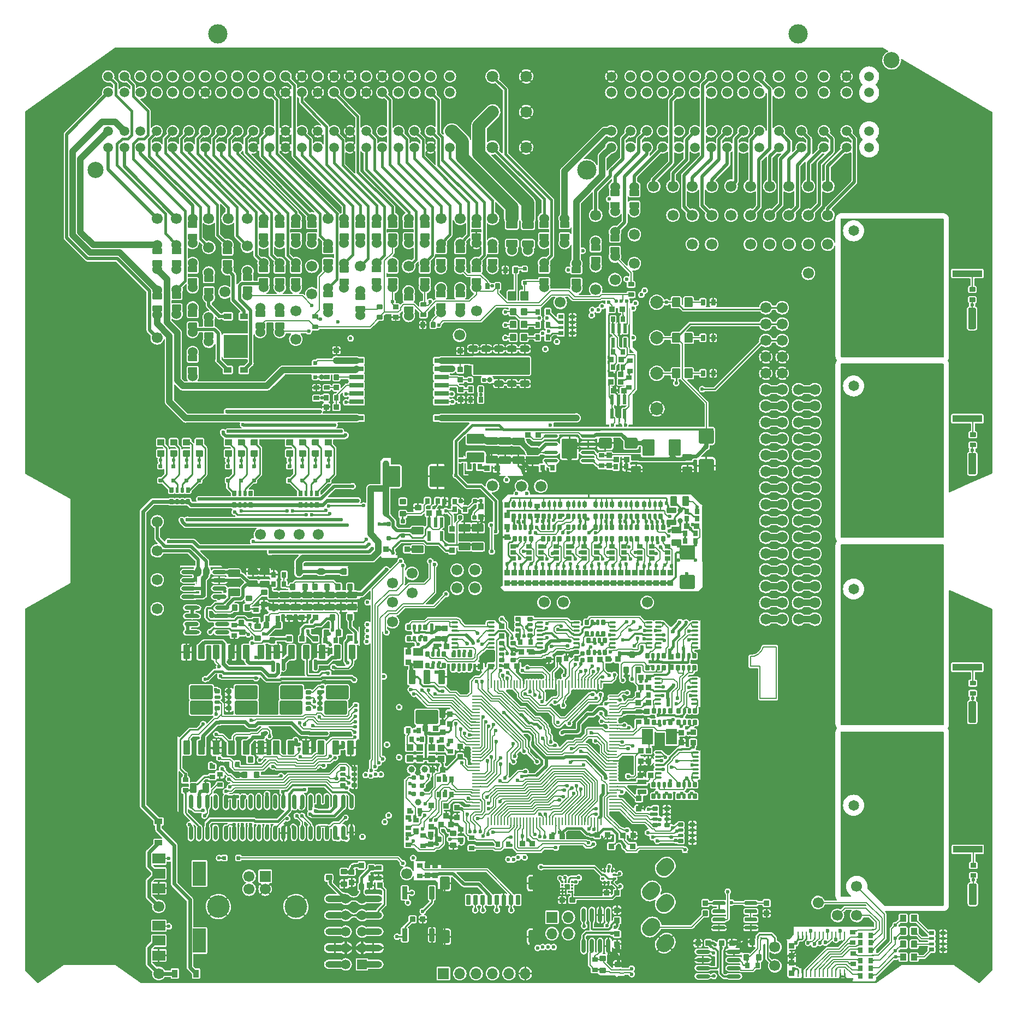
<source format=gtl>
G75*
G70*
%OFA0B0*%
%FSLAX25Y25*%
%IPPOS*%
%LPD*%
%AMOC8*
5,1,8,0,0,1.08239X$1,22.5*
%
%AMM152*
21,1,0.033470,0.026770,-0.000000,0.000000,0.000000*
21,1,0.026770,0.033470,-0.000000,0.000000,0.000000*
1,1,0.006690,0.013390,-0.013390*
1,1,0.006690,-0.013390,-0.013390*
1,1,0.006690,-0.013390,0.013390*
1,1,0.006690,0.013390,0.013390*
%
%AMM155*
21,1,0.027560,0.030710,-0.000000,0.000000,90.000000*
21,1,0.022050,0.036220,-0.000000,0.000000,90.000000*
1,1,0.005510,0.015350,0.011020*
1,1,0.005510,0.015350,-0.011020*
1,1,0.005510,-0.015350,-0.011020*
1,1,0.005510,-0.015350,0.011020*
%
%AMM157*
21,1,0.033470,0.026770,-0.000000,0.000000,270.000000*
21,1,0.026770,0.033470,-0.000000,0.000000,270.000000*
1,1,0.006690,-0.013390,-0.013390*
1,1,0.006690,-0.013390,0.013390*
1,1,0.006690,0.013390,0.013390*
1,1,0.006690,0.013390,-0.013390*
%
%AMM174*
21,1,0.035430,0.050000,-0.000000,-0.000000,90.000000*
21,1,0.028350,0.057090,-0.000000,-0.000000,90.000000*
1,1,0.007090,0.025000,0.014170*
1,1,0.007090,0.025000,-0.014170*
1,1,0.007090,-0.025000,-0.014170*
1,1,0.007090,-0.025000,0.014170*
%
%AMM175*
21,1,0.086610,0.073230,-0.000000,-0.000000,90.000000*
21,1,0.069290,0.090550,-0.000000,-0.000000,90.000000*
1,1,0.017320,0.036610,0.034650*
1,1,0.017320,0.036610,-0.034650*
1,1,0.017320,-0.036610,-0.034650*
1,1,0.017320,-0.036610,0.034650*
%
%AMM176*
21,1,0.027560,0.030710,-0.000000,-0.000000,270.000000*
21,1,0.022050,0.036220,-0.000000,-0.000000,270.000000*
1,1,0.005510,-0.015350,-0.011020*
1,1,0.005510,-0.015350,0.011020*
1,1,0.005510,0.015350,0.011020*
1,1,0.005510,0.015350,-0.011020*
%
%AMM177*
21,1,0.007870,0.503940,-0.000000,-0.000000,0.000000*
21,1,0.000000,0.511810,-0.000000,-0.000000,0.000000*
1,1,0.007870,-0.000000,-0.251970*
1,1,0.007870,-0.000000,-0.251970*
1,1,0.007870,-0.000000,0.251970*
1,1,0.007870,-0.000000,0.251970*
%
%AMM178*
21,1,0.025590,0.026380,-0.000000,-0.000000,180.000000*
21,1,0.020470,0.031500,-0.000000,-0.000000,180.000000*
1,1,0.005120,-0.010240,0.013190*
1,1,0.005120,0.010240,0.013190*
1,1,0.005120,0.010240,-0.013190*
1,1,0.005120,-0.010240,-0.013190*
%
%AMM179*
21,1,0.023620,0.030710,-0.000000,-0.000000,270.000000*
21,1,0.018900,0.035430,-0.000000,-0.000000,270.000000*
1,1,0.004720,-0.015350,-0.009450*
1,1,0.004720,-0.015350,0.009450*
1,1,0.004720,0.015350,0.009450*
1,1,0.004720,0.015350,-0.009450*
%
%AMM180*
21,1,0.033470,0.026770,-0.000000,-0.000000,90.000000*
21,1,0.026770,0.033470,-0.000000,-0.000000,90.000000*
1,1,0.006690,0.013390,0.013390*
1,1,0.006690,0.013390,-0.013390*
1,1,0.006690,-0.013390,-0.013390*
1,1,0.006690,-0.013390,0.013390*
%
%AMM181*
21,1,0.017720,0.027950,-0.000000,-0.000000,180.000000*
21,1,0.014170,0.031500,-0.000000,-0.000000,180.000000*
1,1,0.003540,-0.007090,0.013980*
1,1,0.003540,0.007090,0.013980*
1,1,0.003540,0.007090,-0.013980*
1,1,0.003540,-0.007090,-0.013980*
%
%AMM182*
21,1,0.039370,0.049210,-0.000000,-0.000000,270.000000*
21,1,0.031500,0.057090,-0.000000,-0.000000,270.000000*
1,1,0.007870,-0.024610,-0.015750*
1,1,0.007870,-0.024610,0.015750*
1,1,0.007870,0.024610,0.015750*
1,1,0.007870,0.024610,-0.015750*
%
%AMM183*
21,1,0.027560,0.030710,-0.000000,-0.000000,180.000000*
21,1,0.022050,0.036220,-0.000000,-0.000000,180.000000*
1,1,0.005510,-0.011020,0.015350*
1,1,0.005510,0.011020,0.015350*
1,1,0.005510,0.011020,-0.015350*
1,1,0.005510,-0.011020,-0.015350*
%
%AMM184*
21,1,0.039370,0.049210,-0.000000,-0.000000,0.000000*
21,1,0.031500,0.057090,-0.000000,-0.000000,0.000000*
1,1,0.007870,0.015750,-0.024610*
1,1,0.007870,-0.015750,-0.024610*
1,1,0.007870,-0.015750,0.024610*
1,1,0.007870,0.015750,0.024610*
%
%AMM185*
21,1,0.007870,0.041340,-0.000000,-0.000000,180.000000*
21,1,0.000000,0.049210,-0.000000,-0.000000,180.000000*
1,1,0.007870,-0.000000,0.020670*
1,1,0.007870,-0.000000,0.020670*
1,1,0.007870,-0.000000,-0.020670*
1,1,0.007870,-0.000000,-0.020670*
%
%AMM186*
21,1,0.033470,0.026770,-0.000000,-0.000000,0.000000*
21,1,0.026770,0.033470,-0.000000,-0.000000,0.000000*
1,1,0.006690,0.013390,-0.013390*
1,1,0.006690,-0.013390,-0.013390*
1,1,0.006690,-0.013390,0.013390*
1,1,0.006690,0.013390,0.013390*
%
%AMM187*
21,1,0.009840,0.919290,-0.000000,-0.000000,90.000000*
21,1,0.000000,0.929130,-0.000000,-0.000000,90.000000*
1,1,0.009840,0.459650,-0.000000*
1,1,0.009840,0.459650,-0.000000*
1,1,0.009840,-0.459650,-0.000000*
1,1,0.009840,-0.459650,-0.000000*
%
%AMM199*
21,1,0.033470,0.026770,-0.000000,0.000000,90.000000*
21,1,0.026770,0.033470,-0.000000,0.000000,90.000000*
1,1,0.006690,0.013390,0.013390*
1,1,0.006690,0.013390,-0.013390*
1,1,0.006690,-0.013390,-0.013390*
1,1,0.006690,-0.013390,0.013390*
%
%AMM200*
21,1,0.027560,0.030710,-0.000000,0.000000,0.000000*
21,1,0.022050,0.036220,-0.000000,0.000000,0.000000*
1,1,0.005510,0.011020,-0.015350*
1,1,0.005510,-0.011020,-0.015350*
1,1,0.005510,-0.011020,0.015350*
1,1,0.005510,0.011020,0.015350*
%
%AMM201*
21,1,0.015750,0.009840,-0.000000,0.000000,135.000000*
1,1,0.009840,0.005570,-0.005570*
1,1,0.009840,-0.005570,0.005570*
%
%AMM209*
21,1,0.027560,0.030710,-0.000000,0.000000,270.000000*
21,1,0.022050,0.036220,-0.000000,0.000000,270.000000*
1,1,0.005510,-0.015350,-0.011020*
1,1,0.005510,-0.015350,0.011020*
1,1,0.005510,0.015350,0.011020*
1,1,0.005510,0.015350,-0.011020*
%
%AMM213*
21,1,0.035430,0.030320,-0.000000,0.000000,270.000000*
21,1,0.028350,0.037400,-0.000000,0.000000,270.000000*
1,1,0.007090,-0.015160,-0.014170*
1,1,0.007090,-0.015160,0.014170*
1,1,0.007090,0.015160,0.014170*
1,1,0.007090,0.015160,-0.014170*
%
%AMM250*
21,1,0.007870,0.029130,-0.000000,-0.000000,45.000000*
21,1,0.000000,0.037010,-0.000000,-0.000000,45.000000*
1,1,0.007870,0.010300,-0.010300*
1,1,0.007870,0.010300,-0.010300*
1,1,0.007870,-0.010300,0.010300*
1,1,0.007870,-0.010300,0.010300*
%
%AMM251*
21,1,0.007870,0.014960,-0.000000,-0.000000,315.000000*
21,1,0.000000,0.022840,-0.000000,-0.000000,315.000000*
1,1,0.007870,-0.005290,-0.005290*
1,1,0.007870,-0.005290,-0.005290*
1,1,0.007870,0.005290,0.005290*
1,1,0.007870,0.005290,0.005290*
%
%AMM252*
21,1,0.027560,0.030710,-0.000000,-0.000000,0.000000*
21,1,0.022050,0.036220,-0.000000,-0.000000,0.000000*
1,1,0.005510,0.011020,-0.015350*
1,1,0.005510,-0.011020,-0.015350*
1,1,0.005510,-0.011020,0.015350*
1,1,0.005510,0.011020,0.015350*
%
%AMM253*
21,1,0.007870,0.055120,-0.000000,-0.000000,90.000000*
21,1,0.000000,0.062990,-0.000000,-0.000000,90.000000*
1,1,0.007870,0.027560,-0.000000*
1,1,0.007870,0.027560,-0.000000*
1,1,0.007870,-0.027560,-0.000000*
1,1,0.007870,-0.027560,-0.000000*
%
%AMM254*
21,1,0.007870,0.023620,-0.000000,-0.000000,135.000000*
21,1,0.000000,0.031500,-0.000000,-0.000000,135.000000*
1,1,0.007870,0.008350,0.008350*
1,1,0.007870,0.008350,0.008350*
1,1,0.007870,-0.008350,-0.008350*
1,1,0.007870,-0.008350,-0.008350*
%
%AMM255*
21,1,0.035830,0.026770,-0.000000,-0.000000,90.000000*
21,1,0.029130,0.033470,-0.000000,-0.000000,90.000000*
1,1,0.006690,0.013390,0.014570*
1,1,0.006690,0.013390,-0.014570*
1,1,0.006690,-0.013390,-0.014570*
1,1,0.006690,-0.013390,0.014570*
%
%AMM256*
21,1,0.035430,0.030320,-0.000000,-0.000000,0.000000*
21,1,0.028350,0.037400,-0.000000,-0.000000,0.000000*
1,1,0.007090,0.014170,-0.015160*
1,1,0.007090,-0.014170,-0.015160*
1,1,0.007090,-0.014170,0.015160*
1,1,0.007090,0.014170,0.015160*
%
%AMM257*
21,1,0.023620,0.030710,-0.000000,-0.000000,0.000000*
21,1,0.018900,0.035430,-0.000000,-0.000000,0.000000*
1,1,0.004720,0.009450,-0.015350*
1,1,0.004720,-0.009450,-0.015350*
1,1,0.004720,-0.009450,0.015350*
1,1,0.004720,0.009450,0.015350*
%
%AMM258*
21,1,0.035430,0.030320,-0.000000,-0.000000,90.000000*
21,1,0.028350,0.037400,-0.000000,-0.000000,90.000000*
1,1,0.007090,0.015160,0.014170*
1,1,0.007090,0.015160,-0.014170*
1,1,0.007090,-0.015160,-0.014170*
1,1,0.007090,-0.015160,0.014170*
%
%AMM259*
21,1,0.007870,0.039370,-0.000000,-0.000000,225.000000*
21,1,0.000000,0.047240,-0.000000,-0.000000,225.000000*
1,1,0.007870,-0.013920,0.013920*
1,1,0.007870,-0.013920,0.013920*
1,1,0.007870,0.013920,-0.013920*
1,1,0.007870,0.013920,-0.013920*
%
%AMM260*
21,1,0.007870,1.704720,-0.000000,-0.000000,90.000000*
21,1,0.000000,1.712600,-0.000000,-0.000000,90.000000*
1,1,0.007870,0.852360,-0.000000*
1,1,0.007870,0.852360,-0.000000*
1,1,0.007870,-0.852360,-0.000000*
1,1,0.007870,-0.852360,-0.000000*
%
%AMM261*
21,1,0.039370,0.035430,-0.000000,-0.000000,90.000000*
21,1,0.031500,0.043310,-0.000000,-0.000000,90.000000*
1,1,0.007870,0.017720,0.015750*
1,1,0.007870,0.017720,-0.015750*
1,1,0.007870,-0.017720,-0.015750*
1,1,0.007870,-0.017720,0.015750*
%
%AMM262*
21,1,0.043310,0.075990,-0.000000,-0.000000,180.000000*
21,1,0.034650,0.084650,-0.000000,-0.000000,180.000000*
1,1,0.008660,-0.017320,0.037990*
1,1,0.008660,0.017320,0.037990*
1,1,0.008660,0.017320,-0.037990*
1,1,0.008660,-0.017320,-0.037990*
%
%AMM263*
21,1,0.007870,1.405510,-0.000000,-0.000000,0.000000*
21,1,0.000000,1.413390,-0.000000,-0.000000,0.000000*
1,1,0.007870,-0.000000,-0.702760*
1,1,0.007870,-0.000000,-0.702760*
1,1,0.007870,-0.000000,0.702760*
1,1,0.007870,-0.000000,0.702760*
%
%AMM264*
21,1,0.027560,0.030710,-0.000000,-0.000000,90.000000*
21,1,0.022050,0.036220,-0.000000,-0.000000,90.000000*
1,1,0.005510,0.015350,0.011020*
1,1,0.005510,0.015350,-0.011020*
1,1,0.005510,-0.015350,-0.011020*
1,1,0.005510,-0.015350,0.011020*
%
%AMM265*
21,1,0.027560,0.018900,-0.000000,-0.000000,0.000000*
21,1,0.022840,0.023620,-0.000000,-0.000000,0.000000*
1,1,0.004720,0.011420,-0.009450*
1,1,0.004720,-0.011420,-0.009450*
1,1,0.004720,-0.011420,0.009450*
1,1,0.004720,0.011420,0.009450*
%
%AMM266*
21,1,0.043310,0.075980,-0.000000,-0.000000,180.000000*
21,1,0.034650,0.084650,-0.000000,-0.000000,180.000000*
1,1,0.008660,-0.017320,0.037990*
1,1,0.008660,0.017320,0.037990*
1,1,0.008660,0.017320,-0.037990*
1,1,0.008660,-0.017320,-0.037990*
%
%AMM267*
21,1,0.137800,0.067720,-0.000000,-0.000000,180.000000*
21,1,0.120870,0.084650,-0.000000,-0.000000,180.000000*
1,1,0.016930,-0.060430,0.033860*
1,1,0.016930,0.060430,0.033860*
1,1,0.016930,0.060430,-0.033860*
1,1,0.016930,-0.060430,-0.033860*
%
%AMM268*
21,1,0.035830,0.026770,-0.000000,-0.000000,0.000000*
21,1,0.029130,0.033470,-0.000000,-0.000000,0.000000*
1,1,0.006690,0.014570,-0.013390*
1,1,0.006690,-0.014570,-0.013390*
1,1,0.006690,-0.014570,0.013390*
1,1,0.006690,0.014570,0.013390*
%
%AMM269*
21,1,0.027560,0.049610,-0.000000,-0.000000,90.000000*
21,1,0.022050,0.055120,-0.000000,-0.000000,90.000000*
1,1,0.005510,0.024800,0.011020*
1,1,0.005510,0.024800,-0.011020*
1,1,0.005510,-0.024800,-0.011020*
1,1,0.005510,-0.024800,0.011020*
%
%AMM270*
21,1,0.017720,0.027950,-0.000000,-0.000000,90.000000*
21,1,0.014170,0.031500,-0.000000,-0.000000,90.000000*
1,1,0.003540,0.013980,0.007090*
1,1,0.003540,0.013980,-0.007090*
1,1,0.003540,-0.013980,-0.007090*
1,1,0.003540,-0.013980,0.007090*
%
%AMM271*
21,1,0.025590,0.026380,-0.000000,-0.000000,90.000000*
21,1,0.020470,0.031500,-0.000000,-0.000000,90.000000*
1,1,0.005120,0.013190,0.010240*
1,1,0.005120,0.013190,-0.010240*
1,1,0.005120,-0.013190,-0.010240*
1,1,0.005120,-0.013190,0.010240*
%
%AMM272*
21,1,0.009840,0.017720,-0.000000,-0.000000,0.000000*
21,1,0.000000,0.027560,-0.000000,-0.000000,0.000000*
1,1,0.009840,-0.000000,-0.008860*
1,1,0.009840,-0.000000,-0.008860*
1,1,0.009840,-0.000000,0.008860*
1,1,0.009840,-0.000000,0.008860*
%
%AMM273*
21,1,0.007870,1.416930,-0.000000,-0.000000,0.000000*
21,1,0.000000,1.424800,-0.000000,-0.000000,0.000000*
1,1,0.007870,-0.000000,-0.708470*
1,1,0.007870,-0.000000,-0.708470*
1,1,0.007870,-0.000000,0.708470*
1,1,0.007870,-0.000000,0.708470*
%
%AMM274*
21,1,0.007870,1.787400,-0.000000,-0.000000,90.000000*
21,1,0.000000,1.795280,-0.000000,-0.000000,90.000000*
1,1,0.007870,0.893700,-0.000000*
1,1,0.007870,0.893700,-0.000000*
1,1,0.007870,-0.893700,-0.000000*
1,1,0.007870,-0.893700,-0.000000*
%
%AMM275*
21,1,0.007870,0.013780,-0.000000,-0.000000,225.000000*
21,1,0.000000,0.021650,-0.000000,-0.000000,225.000000*
1,1,0.007870,-0.004870,0.004870*
1,1,0.007870,-0.004870,0.004870*
1,1,0.007870,0.004870,-0.004870*
1,1,0.007870,0.004870,-0.004870*
%
%AMM293*
21,1,0.035430,0.030320,-0.000000,0.000000,90.000000*
21,1,0.028350,0.037400,-0.000000,0.000000,90.000000*
1,1,0.007090,0.015160,0.014170*
1,1,0.007090,0.015160,-0.014170*
1,1,0.007090,-0.015160,-0.014170*
1,1,0.007090,-0.015160,0.014170*
%
%AMM31*
21,1,0.027560,0.030710,0.000000,0.000000,270.000000*
21,1,0.022050,0.036220,0.000000,0.000000,270.000000*
1,1,0.005510,-0.015350,-0.011020*
1,1,0.005510,-0.015350,0.011020*
1,1,0.005510,0.015350,0.011020*
1,1,0.005510,0.015350,-0.011020*
%
%AMM313*
21,1,0.035430,0.030320,-0.000000,-0.000000,180.000000*
21,1,0.028350,0.037400,-0.000000,-0.000000,180.000000*
1,1,0.007090,-0.014170,0.015160*
1,1,0.007090,0.014170,0.015160*
1,1,0.007090,0.014170,-0.015160*
1,1,0.007090,-0.014170,-0.015160*
%
%AMM314*
21,1,0.003940,0.007870,-0.000000,-0.000000,315.000000*
1,1,0.007870,-0.001390,0.001390*
1,1,0.007870,0.001390,-0.001390*
%
%AMM315*
21,1,0.087800,0.007870,-0.000000,-0.000000,225.000000*
1,1,0.007870,0.031040,0.031040*
1,1,0.007870,-0.031040,-0.031040*
%
%AMM316*
21,1,0.035830,0.026770,-0.000000,-0.000000,270.000000*
21,1,0.029130,0.033470,-0.000000,-0.000000,270.000000*
1,1,0.006690,-0.013390,-0.014570*
1,1,0.006690,-0.013390,0.014570*
1,1,0.006690,0.013390,0.014570*
1,1,0.006690,0.013390,-0.014570*
%
%AMM317*
21,1,0.043310,0.075990,-0.000000,-0.000000,0.000000*
21,1,0.034650,0.084650,-0.000000,-0.000000,0.000000*
1,1,0.008660,0.017320,-0.037990*
1,1,0.008660,-0.017320,-0.037990*
1,1,0.008660,-0.017320,0.037990*
1,1,0.008660,0.017320,0.037990*
%
%AMM318*
21,1,0.043310,0.075980,-0.000000,-0.000000,0.000000*
21,1,0.034650,0.084650,-0.000000,-0.000000,0.000000*
1,1,0.008660,0.017320,-0.037990*
1,1,0.008660,-0.017320,-0.037990*
1,1,0.008660,-0.017320,0.037990*
1,1,0.008660,0.017320,0.037990*
%
%AMM319*
21,1,0.025590,0.026380,-0.000000,-0.000000,270.000000*
21,1,0.020470,0.031500,-0.000000,-0.000000,270.000000*
1,1,0.005120,-0.013190,-0.010240*
1,1,0.005120,-0.013190,0.010240*
1,1,0.005120,0.013190,0.010240*
1,1,0.005120,0.013190,-0.010240*
%
%AMM320*
21,1,0.137800,0.067720,-0.000000,-0.000000,0.000000*
21,1,0.120870,0.084650,-0.000000,-0.000000,0.000000*
1,1,0.016930,0.060430,-0.033860*
1,1,0.016930,-0.060430,-0.033860*
1,1,0.016930,-0.060430,0.033860*
1,1,0.016930,0.060430,0.033860*
%
%AMM321*
21,1,0.017720,0.027950,-0.000000,-0.000000,270.000000*
21,1,0.014170,0.031500,-0.000000,-0.000000,270.000000*
1,1,0.003540,-0.013980,-0.007090*
1,1,0.003540,-0.013980,0.007090*
1,1,0.003540,0.013980,0.007090*
1,1,0.003540,0.013980,-0.007090*
%
%AMM322*
21,1,0.070870,0.036220,-0.000000,-0.000000,180.000000*
21,1,0.061810,0.045280,-0.000000,-0.000000,180.000000*
1,1,0.009060,-0.030910,0.018110*
1,1,0.009060,0.030910,0.018110*
1,1,0.009060,0.030910,-0.018110*
1,1,0.009060,-0.030910,-0.018110*
%
%AMM323*
21,1,0.031500,0.007870,-0.000000,-0.000000,135.000000*
1,1,0.007870,0.011140,-0.011140*
1,1,0.007870,-0.011140,0.011140*
%
%AMM332*
21,1,0.033470,0.026770,-0.000000,-0.000000,180.000000*
21,1,0.026770,0.033470,-0.000000,-0.000000,180.000000*
1,1,0.006690,-0.013390,0.013390*
1,1,0.006690,0.013390,0.013390*
1,1,0.006690,0.013390,-0.013390*
1,1,0.006690,-0.013390,-0.013390*
%
%AMM334*
21,1,0.007870,0.078350,-0.000000,0.000000,225.000000*
21,1,0.000000,0.086220,-0.000000,0.000000,225.000000*
1,1,0.007870,-0.027700,0.027700*
1,1,0.007870,-0.027700,0.027700*
1,1,0.007870,0.027700,-0.027700*
1,1,0.007870,0.027700,-0.027700*
%
%AMM335*
21,1,0.007870,0.643700,-0.000000,0.000000,0.000000*
21,1,0.000000,0.651580,-0.000000,0.000000,0.000000*
1,1,0.007870,-0.000000,-0.321850*
1,1,0.007870,-0.000000,-0.321850*
1,1,0.007870,-0.000000,0.321850*
1,1,0.007870,-0.000000,0.321850*
%
%AMM336*
21,1,0.007870,0.287010,-0.000000,0.000000,270.000000*
21,1,0.000000,0.294880,-0.000000,0.000000,270.000000*
1,1,0.007870,-0.143500,0.000000*
1,1,0.007870,-0.143500,0.000000*
1,1,0.007870,0.143500,0.000000*
1,1,0.007870,0.143500,0.000000*
%
%AMM341*
21,1,0.007870,0.080320,-0.000000,0.000000,315.000000*
21,1,0.000000,0.088190,-0.000000,0.000000,315.000000*
1,1,0.007870,-0.028400,-0.028400*
1,1,0.007870,-0.028400,-0.028400*
1,1,0.007870,0.028400,0.028400*
1,1,0.007870,0.028400,0.028400*
%
%AMM342*
21,1,0.035830,0.026770,-0.000000,0.000000,90.000000*
21,1,0.029130,0.033470,-0.000000,0.000000,90.000000*
1,1,0.006690,0.013390,0.014570*
1,1,0.006690,0.013390,-0.014570*
1,1,0.006690,-0.013390,-0.014570*
1,1,0.006690,-0.013390,0.014570*
%
%AMM343*
21,1,0.007870,0.400390,-0.000000,0.000000,90.000000*
21,1,0.000000,0.408270,-0.000000,0.000000,90.000000*
1,1,0.007870,0.200200,0.000000*
1,1,0.007870,0.200200,0.000000*
1,1,0.007870,-0.200200,0.000000*
1,1,0.007870,-0.200200,0.000000*
%
%AMM344*
21,1,0.007870,0.640160,-0.000000,0.000000,0.000000*
21,1,0.000000,0.648030,-0.000000,0.000000,0.000000*
1,1,0.007870,-0.000000,-0.320080*
1,1,0.007870,-0.000000,-0.320080*
1,1,0.007870,-0.000000,0.320080*
1,1,0.007870,-0.000000,0.320080*
%
%AMM350*
21,1,0.021650,0.052760,0.000000,-0.000000,180.000000*
21,1,0.017320,0.057090,0.000000,-0.000000,180.000000*
1,1,0.004330,-0.008660,0.026380*
1,1,0.004330,0.008660,0.026380*
1,1,0.004330,0.008660,-0.026380*
1,1,0.004330,-0.008660,-0.026380*
%
%AMM351*
21,1,0.027560,0.030710,0.000000,-0.000000,90.000000*
21,1,0.022050,0.036220,0.000000,-0.000000,90.000000*
1,1,0.005510,0.015350,0.011020*
1,1,0.005510,0.015350,-0.011020*
1,1,0.005510,-0.015350,-0.011020*
1,1,0.005510,-0.015350,0.011020*
%
%AMM352*
21,1,0.027560,0.030710,0.000000,-0.000000,180.000000*
21,1,0.022050,0.036220,0.000000,-0.000000,180.000000*
1,1,0.005510,-0.011020,0.015350*
1,1,0.005510,0.011020,0.015350*
1,1,0.005510,0.011020,-0.015350*
1,1,0.005510,-0.011020,-0.015350*
%
%AMM353*
21,1,0.033470,0.026770,0.000000,-0.000000,180.000000*
21,1,0.026770,0.033470,0.000000,-0.000000,180.000000*
1,1,0.006690,-0.013390,0.013390*
1,1,0.006690,0.013390,0.013390*
1,1,0.006690,0.013390,-0.013390*
1,1,0.006690,-0.013390,-0.013390*
%
%AMM371*
21,1,0.035430,0.030320,-0.000000,-0.000000,270.000000*
21,1,0.028350,0.037400,-0.000000,-0.000000,270.000000*
1,1,0.007090,-0.015160,-0.014170*
1,1,0.007090,-0.015160,0.014170*
1,1,0.007090,0.015160,0.014170*
1,1,0.007090,0.015160,-0.014170*
%
%AMM372*
21,1,0.047240,0.015750,-0.000000,-0.000000,315.000000*
1,1,0.015750,-0.016700,0.016700*
1,1,0.015750,0.016700,-0.016700*
%
%AMM373*
21,1,0.021650,0.052760,-0.000000,-0.000000,180.000000*
21,1,0.017320,0.057090,-0.000000,-0.000000,180.000000*
1,1,0.004330,-0.008660,0.026380*
1,1,0.004330,0.008660,0.026380*
1,1,0.004330,0.008660,-0.026380*
1,1,0.004330,-0.008660,-0.026380*
%
%AMM374*
21,1,0.023620,0.018900,-0.000000,-0.000000,90.000000*
21,1,0.018900,0.023620,-0.000000,-0.000000,90.000000*
1,1,0.004720,0.009450,0.009450*
1,1,0.004720,0.009450,-0.009450*
1,1,0.004720,-0.009450,-0.009450*
1,1,0.004720,-0.009450,0.009450*
%
%AMM375*
21,1,0.094490,0.111020,-0.000000,-0.000000,0.000000*
21,1,0.075590,0.129920,-0.000000,-0.000000,0.000000*
1,1,0.018900,0.037800,-0.055510*
1,1,0.018900,-0.037800,-0.055510*
1,1,0.018900,-0.037800,0.055510*
1,1,0.018900,0.037800,0.055510*
%
%AMM376*
21,1,0.023620,0.018900,-0.000000,-0.000000,0.000000*
21,1,0.018900,0.023620,-0.000000,-0.000000,0.000000*
1,1,0.004720,0.009450,-0.009450*
1,1,0.004720,-0.009450,-0.009450*
1,1,0.004720,-0.009450,0.009450*
1,1,0.004720,0.009450,0.009450*
%
%AMM377*
21,1,0.035830,0.026770,-0.000000,-0.000000,180.000000*
21,1,0.029130,0.033470,-0.000000,-0.000000,180.000000*
1,1,0.006690,-0.014570,0.013390*
1,1,0.006690,0.014570,0.013390*
1,1,0.006690,0.014570,-0.013390*
1,1,0.006690,-0.014570,-0.013390*
%
%AMM378*
21,1,0.033470,0.026770,-0.000000,-0.000000,270.000000*
21,1,0.026770,0.033470,-0.000000,-0.000000,270.000000*
1,1,0.006690,-0.013390,-0.013390*
1,1,0.006690,-0.013390,0.013390*
1,1,0.006690,0.013390,0.013390*
1,1,0.006690,0.013390,-0.013390*
%
%AMM398*
21,1,0.106300,0.050390,-0.000000,-0.000000,180.000000*
21,1,0.093700,0.062990,-0.000000,-0.000000,180.000000*
1,1,0.012600,-0.046850,0.025200*
1,1,0.012600,0.046850,0.025200*
1,1,0.012600,0.046850,-0.025200*
1,1,0.012600,-0.046850,-0.025200*
%
%AMM399*
21,1,0.074800,0.083460,-0.000000,-0.000000,0.000000*
21,1,0.059840,0.098430,-0.000000,-0.000000,0.000000*
1,1,0.014960,0.029920,-0.041730*
1,1,0.014960,-0.029920,-0.041730*
1,1,0.014960,-0.029920,0.041730*
1,1,0.014960,0.029920,0.041730*
%
%AMM400*
21,1,0.078740,0.053540,-0.000000,-0.000000,0.000000*
21,1,0.065350,0.066930,-0.000000,-0.000000,0.000000*
1,1,0.013390,0.032680,-0.026770*
1,1,0.013390,-0.032680,-0.026770*
1,1,0.013390,-0.032680,0.026770*
1,1,0.013390,0.032680,0.026770*
%
%AMM401*
21,1,0.122050,0.075590,-0.000000,-0.000000,90.000000*
21,1,0.103150,0.094490,-0.000000,-0.000000,90.000000*
1,1,0.018900,0.037800,0.051580*
1,1,0.018900,0.037800,-0.051580*
1,1,0.018900,-0.037800,-0.051580*
1,1,0.018900,-0.037800,0.051580*
%
%AMM402*
21,1,0.086610,0.073230,-0.000000,-0.000000,270.000000*
21,1,0.069290,0.090550,-0.000000,-0.000000,270.000000*
1,1,0.017320,-0.036610,-0.034650*
1,1,0.017320,-0.036610,0.034650*
1,1,0.017320,0.036610,0.034650*
1,1,0.017320,0.036610,-0.034650*
%
%AMM403*
21,1,0.070870,0.036220,-0.000000,-0.000000,0.000000*
21,1,0.061810,0.045280,-0.000000,-0.000000,0.000000*
1,1,0.009060,0.030910,-0.018110*
1,1,0.009060,-0.030910,-0.018110*
1,1,0.009060,-0.030910,0.018110*
1,1,0.009060,0.030910,0.018110*
%
%AMM78*
21,1,0.078740,0.045670,0.000000,0.000000,270.000000*
21,1,0.067320,0.057090,0.000000,0.000000,270.000000*
1,1,0.011420,-0.022840,-0.033660*
1,1,0.011420,-0.022840,0.033660*
1,1,0.011420,0.022840,0.033660*
1,1,0.011420,0.022840,-0.033660*
%
%AMM79*
21,1,0.059060,0.020470,0.000000,0.000000,270.000000*
21,1,0.053940,0.025590,0.000000,0.000000,270.000000*
1,1,0.005120,-0.010240,-0.026970*
1,1,0.005120,-0.010240,0.026970*
1,1,0.005120,0.010240,0.026970*
1,1,0.005120,0.010240,-0.026970*
%
%AMM80*
21,1,0.033470,0.026770,0.000000,0.000000,90.000000*
21,1,0.026770,0.033470,0.000000,0.000000,90.000000*
1,1,0.006690,0.013390,0.013390*
1,1,0.006690,0.013390,-0.013390*
1,1,0.006690,-0.013390,-0.013390*
1,1,0.006690,-0.013390,0.013390*
%
%ADD10C,0.01969*%
%ADD100R,0.01968X0.01968*%
%ADD101O,0.56890X0.01969*%
%ADD104R,0.37008X0.42520*%
%ADD106O,0.01969X0.00984*%
%ADD109O,0.19685X0.01575*%
%ADD117C,0.07087*%
%ADD118R,0.05906X0.05118*%
%ADD12O,0.05118X0.00866*%
%ADD120C,0.09843*%
%ADD121O,0.04724X0.01969*%
%ADD126O,0.00787X0.16732*%
%ADD129O,0.00787X0.12205*%
%ADD131O,0.03937X0.05906*%
%ADD132C,0.02362*%
%ADD133O,0.01575X0.28347*%
%ADD134C,0.06496*%
%ADD135C,0.05118*%
%ADD136O,0.02362X0.08661*%
%ADD14O,0.01969X0.44882*%
%ADD142O,0.06693X0.00787*%
%ADD143C,0.13780*%
%ADD146R,0.01476X0.01378*%
%ADD148O,0.06693X0.06693*%
%ADD151M78*%
%ADD153C,0.03937*%
%ADD155R,0.30000X0.45000*%
%ADD156O,0.01968X0.00984*%
%ADD16C,0.03100*%
%ADD160R,0.18110X0.04331*%
%ADD162C,0.03150*%
%ADD171O,0.01575X0.28346*%
%ADD176O,0.00787X0.34744*%
%ADD183M31*%
%ADD184O,0.00984X0.01968*%
%ADD185O,0.04724X0.01968*%
%ADD188O,0.00787X0.01968*%
%ADD19M79*%
%ADD191R,0.07874X0.05906*%
%ADD193O,0.01969X0.50000*%
%ADD200O,0.00984X0.01969*%
%ADD201O,0.01969X0.11811*%
%ADD204O,1.18110X0.01575*%
%ADD217R,0.20000X0.08000*%
%ADD222O,0.00787X0.22323*%
%ADD223R,0.01378X0.01476*%
%ADD231O,0.38583X0.01575*%
%ADD234O,0.00787X1.01772*%
%ADD238O,0.03150X0.02362*%
%ADD240R,0.06693X0.09449*%
%ADD242M80*%
%ADD245O,0.00787X0.43701*%
%ADD246R,0.03543X0.04724*%
%ADD248C,0.00984*%
%ADD250C,0.06000*%
%ADD251O,0.25591X0.00787*%
%ADD252O,0.00787X0.36220*%
%ADD254O,0.26772X0.00787*%
%ADD259O,0.54331X0.00787*%
%ADD26C,0.01575*%
%ADD262O,0.03937X0.01968*%
%ADD266O,0.00866X0.05118*%
%ADD267O,0.01968X0.50000*%
%ADD27O,0.56890X0.01968*%
%ADD272O,0.01968X0.03937*%
%ADD275O,1.39370X0.01575*%
%ADD278O,0.00787X0.16339*%
%ADD280C,0.01968*%
%ADD281O,0.00787X0.26772*%
%ADD282O,0.00787X0.14173*%
%ADD287O,0.08661X0.02362*%
%ADD293O,0.03937X0.34428*%
%ADD295O,0.03937X0.34429*%
%ADD297R,0.04724X0.03543*%
%ADD300O,0.68504X0.01575*%
%ADD301O,0.44587X0.00787*%
%ADD303O,0.35433X0.01575*%
%ADD304O,0.40157X0.00984*%
%ADD306O,0.01575X0.00787*%
%ADD308C,0.03900*%
%ADD32O,0.00984X0.22835*%
%ADD320M152*%
%ADD323M155*%
%ADD325M157*%
%ADD33O,0.03937X0.01969*%
%ADD34O,0.01968X0.11811*%
%ADD342M174*%
%ADD343M175*%
%ADD344M176*%
%ADD345M177*%
%ADD346M178*%
%ADD347M179*%
%ADD348M180*%
%ADD349M181*%
%ADD350M182*%
%ADD351M183*%
%ADD352M184*%
%ADD353M185*%
%ADD354M186*%
%ADD355M187*%
%ADD367O,0.00984X0.04961*%
%ADD368M199*%
%ADD369M200*%
%ADD370M201*%
%ADD371O,0.40158X0.00984*%
%ADD380M209*%
%ADD384M213*%
%ADD40C,0.06693*%
%ADD41O,0.04331X0.01181*%
%ADD42C,0.07874*%
%ADD427M250*%
%ADD428M251*%
%ADD429M252*%
%ADD430M253*%
%ADD431M254*%
%ADD432M255*%
%ADD433M256*%
%ADD434M257*%
%ADD435M258*%
%ADD436M259*%
%ADD437M260*%
%ADD438M261*%
%ADD439M262*%
%ADD44C,0.05906*%
%ADD440M263*%
%ADD441M264*%
%ADD442M265*%
%ADD443M266*%
%ADD444M267*%
%ADD445M268*%
%ADD446M269*%
%ADD447M270*%
%ADD448M271*%
%ADD449M272*%
%ADD45O,0.43701X0.00787*%
%ADD450M273*%
%ADD451M274*%
%ADD452M275*%
%ADD476M293*%
%ADD48R,0.06693X0.06693*%
%ADD505M313*%
%ADD506M314*%
%ADD507M315*%
%ADD508M316*%
%ADD509M317*%
%ADD510M318*%
%ADD511M319*%
%ADD512M320*%
%ADD513M321*%
%ADD514M322*%
%ADD515M323*%
%ADD524M332*%
%ADD526M334*%
%ADD527M335*%
%ADD528M336*%
%ADD53O,1.01181X0.00787*%
%ADD533O,0.11221X0.04016*%
%ADD534M341*%
%ADD535M342*%
%ADD536M343*%
%ADD537M344*%
%ADD544M350*%
%ADD545M351*%
%ADD546M352*%
%ADD547M353*%
%ADD573M371*%
%ADD574M372*%
%ADD575M373*%
%ADD576M374*%
%ADD577M375*%
%ADD578M376*%
%ADD579M377*%
%ADD580M378*%
%ADD59O,0.00787X0.36221*%
%ADD608M398*%
%ADD609M399*%
%ADD610M400*%
%ADD611M401*%
%ADD612M402*%
%ADD613M403*%
%ADD62C,0.01181*%
%ADD63C,0.00787*%
%ADD64O,0.00787X0.56693*%
%ADD66O,0.01575X0.21260*%
%ADD76O,0.01968X0.44882*%
%ADD77C,0.11811*%
%ADD79O,0.22323X0.00787*%
%ADD85R,0.07874X0.14961*%
%ADD88O,0.08661X0.01968*%
%ADD90R,0.05906X0.05906*%
%ADD91O,0.01575X0.38583*%
%ADD92R,0.08661X0.03150*%
%ADD99O,0.00787X0.01969*%
X0000000Y0000000D02*
%LPD*%
G01*
D63*
X0476399Y0213022D02*
X0476399Y0193337D01*
X0470494Y0213022D02*
X0470494Y0218928D01*
X0486242Y0224834D02*
X0478368Y0224834D01*
X0476399Y0193337D02*
X0486242Y0193337D01*
X0470494Y0213022D02*
X0476399Y0213022D01*
X0486242Y0193337D02*
X0486242Y0224834D01*
X0478368Y0224834D02*
G75*
G02*
X0470494Y0218928I-007565J0001885D01*
G01*
G36*
G01*
X0308465Y0443346D02*
X0308465Y0446417D01*
G75*
G02*
X0308740Y0446693I0000276J0000000D01*
G01*
X0310945Y0446693D01*
G75*
G02*
X0311220Y0446417I0000000J-000276D01*
G01*
X0311220Y0443346D01*
G75*
G02*
X0310945Y0443071I-000276J0000000D01*
G01*
X0308740Y0443071D01*
G75*
G02*
X0308465Y0443346I0000000J0000276D01*
G01*
G37*
G36*
G01*
X0314764Y0443346D02*
X0314764Y0446417D01*
G75*
G02*
X0315039Y0446693I0000276J0000000D01*
G01*
X0317244Y0446693D01*
G75*
G02*
X0317520Y0446417I0000000J-000276D01*
G01*
X0317520Y0443346D01*
G75*
G02*
X0317244Y0443071I-000276J0000000D01*
G01*
X0315039Y0443071D01*
G75*
G02*
X0314764Y0443346I0000000J0000276D01*
G01*
G37*
D40*
X0411417Y0505906D03*
D250*
X0129921Y0416909D03*
G36*
G01*
X0132382Y0418701D02*
X0127461Y0418701D01*
G75*
G02*
X0127067Y0419094I0000000J0000394D01*
G01*
X0127067Y0422244D01*
G75*
G02*
X0127461Y0422638I0000394J0000000D01*
G01*
X0132382Y0422638D01*
G75*
G02*
X0132776Y0422244I0000000J-000394D01*
G01*
X0132776Y0419094D01*
G75*
G02*
X0132382Y0418701I-000394J0000000D01*
G01*
G37*
X0129921Y0431909D03*
G36*
G01*
X0132382Y0426181D02*
X0127461Y0426181D01*
G75*
G02*
X0127067Y0426575I0000000J0000394D01*
G01*
X0127067Y0429724D01*
G75*
G02*
X0127461Y0430118I0000394J0000000D01*
G01*
X0132382Y0430118D01*
G75*
G02*
X0132776Y0429724I0000000J-000394D01*
G01*
X0132776Y0426575D01*
G75*
G02*
X0132382Y0426181I-000394J0000000D01*
G01*
G37*
G36*
G01*
X0608415Y0190650D02*
X0608415Y0179429D01*
G75*
G02*
X0607431Y0178445I-000984J0000000D01*
G01*
X0604577Y0178445D01*
G75*
G02*
X0603593Y0179429I0000000J0000984D01*
G01*
X0603593Y0190650D01*
G75*
G02*
X0604577Y0191634I0000984J0000000D01*
G01*
X0607431Y0191634D01*
G75*
G02*
X0608415Y0190650I0000000J-000984D01*
G01*
G37*
G36*
G01*
X0585089Y0190650D02*
X0585089Y0179429D01*
G75*
G02*
X0584104Y0178445I-000984J0000000D01*
G01*
X0581250Y0178445D01*
G75*
G02*
X0580266Y0179429I0000000J0000984D01*
G01*
X0580266Y0190650D01*
G75*
G02*
X0581250Y0191634I0000984J0000000D01*
G01*
X0584104Y0191634D01*
G75*
G02*
X0585089Y0190650I0000000J-000984D01*
G01*
G37*
D40*
X0505906Y0470472D03*
X0446850Y0488189D03*
D48*
X0282992Y0025591D03*
D148*
X0292992Y0025591D03*
X0302992Y0025591D03*
X0312992Y0025591D03*
X0322992Y0025591D03*
X0332992Y0025591D03*
D250*
X0334646Y0486024D03*
G36*
G01*
X0331102Y0480728D02*
X0331102Y0483445D01*
G75*
G02*
X0332008Y0484350I0000906J0000000D01*
G01*
X0337283Y0484350D01*
G75*
G02*
X0338189Y0483445I0000000J-000906D01*
G01*
X0338189Y0480728D01*
G75*
G02*
X0337283Y0479823I-000906J0000000D01*
G01*
X0332008Y0479823D01*
G75*
G02*
X0331102Y0480728I0000000J0000906D01*
G01*
G37*
G36*
G01*
X0331102Y0469311D02*
X0331102Y0472028D01*
G75*
G02*
X0332008Y0472933I0000906J0000000D01*
G01*
X0337283Y0472933D01*
G75*
G02*
X0338189Y0472028I0000000J-000906D01*
G01*
X0338189Y0469311D01*
G75*
G02*
X0337283Y0468405I-000906J0000000D01*
G01*
X0332008Y0468405D01*
G75*
G02*
X0331102Y0469311I0000000J0000906D01*
G01*
G37*
X0334646Y0466732D03*
D40*
X0260630Y0086614D03*
G36*
G01*
X0291969Y0407106D02*
X0294646Y0407106D01*
G75*
G02*
X0294980Y0406772I0000000J-000335D01*
G01*
X0294980Y0404094D01*
G75*
G02*
X0294646Y0403760I-000335J0000000D01*
G01*
X0291969Y0403760D01*
G75*
G02*
X0291634Y0404094I0000000J0000335D01*
G01*
X0291634Y0406772D01*
G75*
G02*
X0291969Y0407106I0000335J0000000D01*
G01*
G37*
G36*
G01*
X0291969Y0400886D02*
X0294646Y0400886D01*
G75*
G02*
X0294980Y0400551I0000000J-000335D01*
G01*
X0294980Y0397874D01*
G75*
G02*
X0294646Y0397539I-000335J0000000D01*
G01*
X0291969Y0397539D01*
G75*
G02*
X0291634Y0397874I0000000J0000335D01*
G01*
X0291634Y0400551D01*
G75*
G02*
X0291969Y0400886I0000335J0000000D01*
G01*
G37*
D160*
X0603248Y0101319D03*
D104*
X0567224Y0111319D03*
D160*
X0603248Y0121319D03*
G36*
G01*
X0339173Y0419724D02*
X0339173Y0422795D01*
G75*
G02*
X0339449Y0423071I0000276J0000000D01*
G01*
X0341654Y0423071D01*
G75*
G02*
X0341929Y0422795I0000000J-000276D01*
G01*
X0341929Y0419724D01*
G75*
G02*
X0341654Y0419449I-000276J0000000D01*
G01*
X0339449Y0419449D01*
G75*
G02*
X0339173Y0419724I0000000J0000276D01*
G01*
G37*
G36*
G01*
X0345472Y0419724D02*
X0345472Y0422795D01*
G75*
G02*
X0345748Y0423071I0000276J0000000D01*
G01*
X0347953Y0423071D01*
G75*
G02*
X0348228Y0422795I0000000J-000276D01*
G01*
X0348228Y0419724D01*
G75*
G02*
X0347953Y0419449I-000276J0000000D01*
G01*
X0345748Y0419449D01*
G75*
G02*
X0345472Y0419724I0000000J0000276D01*
G01*
G37*
D40*
X0482283Y0505906D03*
X0499921Y0291772D03*
X0499921Y0301772D03*
X0499921Y0311772D03*
X0499921Y0321772D03*
X0499921Y0331772D03*
X0509921Y0291772D03*
X0509921Y0301772D03*
X0509921Y0311772D03*
X0509921Y0321772D03*
X0509921Y0331772D03*
G36*
G01*
X0210039Y0375236D02*
X0210039Y0378307D01*
G75*
G02*
X0210315Y0378583I0000276J0000000D01*
G01*
X0212520Y0378583D01*
G75*
G02*
X0212795Y0378307I0000000J-000276D01*
G01*
X0212795Y0375236D01*
G75*
G02*
X0212520Y0374961I-000276J0000000D01*
G01*
X0210315Y0374961D01*
G75*
G02*
X0210039Y0375236I0000000J0000276D01*
G01*
G37*
G36*
G01*
X0216339Y0375236D02*
X0216339Y0378307D01*
G75*
G02*
X0216614Y0378583I0000276J0000000D01*
G01*
X0218819Y0378583D01*
G75*
G02*
X0219094Y0378307I0000000J-000276D01*
G01*
X0219094Y0375236D01*
G75*
G02*
X0218819Y0374961I-000276J0000000D01*
G01*
X0216614Y0374961D01*
G75*
G02*
X0216339Y0375236I0000000J0000276D01*
G01*
G37*
X0312992Y0486240D03*
G36*
G01*
X0116929Y0325433D02*
X0116929Y0327323D01*
G75*
G02*
X0117165Y0327559I0000236J0000000D01*
G01*
X0119055Y0327559D01*
G75*
G02*
X0119291Y0327323I0000000J-000236D01*
G01*
X0119291Y0325433D01*
G75*
G02*
X0119055Y0325197I-000236J0000000D01*
G01*
X0117165Y0325197D01*
G75*
G02*
X0116929Y0325433I0000000J0000236D01*
G01*
G37*
G36*
G01*
X0116929Y0334094D02*
X0116929Y0335984D01*
G75*
G02*
X0117165Y0336220I0000236J0000000D01*
G01*
X0119055Y0336220D01*
G75*
G02*
X0119291Y0335984I0000000J-000236D01*
G01*
X0119291Y0334094D01*
G75*
G02*
X0119055Y0333858I-000236J0000000D01*
G01*
X0117165Y0333858D01*
G75*
G02*
X0116929Y0334094I0000000J0000236D01*
G01*
G37*
D77*
X0145325Y0598819D03*
D120*
X0556742Y0582677D03*
D77*
X0370522Y0515748D03*
D120*
X0070522Y0515748D03*
D77*
X0499656Y0598819D03*
D44*
X0542963Y0572835D03*
X0529183Y0572835D03*
X0515404Y0572835D03*
X0501624Y0572835D03*
X0487844Y0572835D03*
X0476033Y0572835D03*
X0466191Y0572835D03*
X0456348Y0572835D03*
X0446506Y0572835D03*
X0436663Y0572835D03*
X0426821Y0572835D03*
X0416978Y0572835D03*
X0407136Y0572835D03*
X0397293Y0572835D03*
X0385482Y0572835D03*
X0542963Y0562992D03*
X0529183Y0562992D03*
X0515404Y0562992D03*
X0501624Y0562992D03*
X0487844Y0562992D03*
X0476033Y0562992D03*
X0466191Y0562992D03*
X0456348Y0562992D03*
X0446506Y0562992D03*
X0436663Y0562992D03*
X0426821Y0562992D03*
X0416978Y0562992D03*
X0407136Y0562992D03*
X0397293Y0562992D03*
X0385482Y0562992D03*
X0542963Y0539370D03*
X0529183Y0539370D03*
X0515404Y0539370D03*
X0501624Y0539370D03*
X0487844Y0539370D03*
X0476033Y0539370D03*
X0466191Y0539370D03*
X0456348Y0539370D03*
X0446506Y0539370D03*
X0436663Y0539370D03*
X0426821Y0539370D03*
X0416978Y0539370D03*
X0407136Y0539370D03*
X0397293Y0539370D03*
X0385482Y0539370D03*
X0542963Y0529528D03*
X0529183Y0529528D03*
X0515404Y0529528D03*
X0501624Y0529528D03*
X0487844Y0529528D03*
X0476033Y0529528D03*
X0466191Y0529528D03*
X0456348Y0529528D03*
X0446506Y0529528D03*
X0436663Y0529528D03*
X0426821Y0529528D03*
X0416978Y0529528D03*
X0407136Y0529528D03*
X0397293Y0529528D03*
X0385482Y0529528D03*
D117*
X0333514Y0572835D03*
X0313041Y0572835D03*
X0333514Y0551181D03*
X0313041Y0551181D03*
X0333514Y0529528D03*
X0313041Y0529528D03*
D44*
X0287057Y0572835D03*
X0275246Y0572835D03*
X0265404Y0572835D03*
X0255561Y0572835D03*
X0245719Y0572835D03*
X0235876Y0572835D03*
X0226033Y0572835D03*
X0216191Y0572835D03*
X0206348Y0572835D03*
X0196506Y0572835D03*
X0186663Y0572835D03*
X0176821Y0572835D03*
X0166978Y0572835D03*
X0157136Y0572835D03*
X0147293Y0572835D03*
X0137451Y0572835D03*
X0127608Y0572835D03*
X0117766Y0572835D03*
X0107923Y0572835D03*
X0098081Y0572835D03*
X0088238Y0572835D03*
X0078396Y0572835D03*
X0287057Y0562992D03*
X0275246Y0562992D03*
X0265404Y0562992D03*
X0255561Y0562992D03*
X0245719Y0562992D03*
X0235876Y0562992D03*
X0226033Y0562992D03*
X0216191Y0562992D03*
X0206348Y0562992D03*
X0196506Y0562992D03*
X0186663Y0562992D03*
X0176821Y0562992D03*
X0166978Y0562992D03*
X0157136Y0562992D03*
X0147293Y0562992D03*
X0137451Y0562992D03*
X0127608Y0562992D03*
X0117766Y0562992D03*
X0107923Y0562992D03*
X0098081Y0562992D03*
X0088238Y0562992D03*
X0078396Y0562992D03*
X0287057Y0539370D03*
X0275246Y0539370D03*
X0265404Y0539370D03*
X0255561Y0539370D03*
X0245719Y0539370D03*
X0235876Y0539370D03*
X0226033Y0539370D03*
X0216191Y0539370D03*
X0206348Y0539370D03*
X0196506Y0539370D03*
X0186663Y0539370D03*
X0176821Y0539370D03*
X0166978Y0539370D03*
X0157136Y0539370D03*
X0147293Y0539370D03*
X0137451Y0539370D03*
X0127608Y0539370D03*
X0117766Y0539370D03*
X0107923Y0539370D03*
X0098081Y0539370D03*
X0088238Y0539370D03*
X0078396Y0539370D03*
X0287057Y0529528D03*
X0275246Y0529528D03*
X0265404Y0529528D03*
X0255561Y0529528D03*
X0245719Y0529528D03*
X0235876Y0529528D03*
X0226033Y0529528D03*
X0216191Y0529528D03*
X0206348Y0529528D03*
X0196506Y0529528D03*
X0186663Y0529528D03*
X0176821Y0529528D03*
X0166978Y0529528D03*
X0157136Y0529528D03*
X0147293Y0529528D03*
X0137451Y0529528D03*
X0127608Y0529528D03*
X0117766Y0529528D03*
X0107923Y0529528D03*
X0098081Y0529528D03*
X0088238Y0529528D03*
X0078396Y0529528D03*
G36*
G01*
X0165846Y0440748D02*
X0160925Y0440748D01*
G75*
G02*
X0160531Y0441142I0000000J0000394D01*
G01*
X0160531Y0444291D01*
G75*
G02*
X0160925Y0444685I0000394J0000000D01*
G01*
X0165846Y0444685D01*
G75*
G02*
X0166240Y0444291I0000000J-000394D01*
G01*
X0166240Y0441142D01*
G75*
G02*
X0165846Y0440748I-000394J0000000D01*
G01*
G37*
D250*
X0163386Y0438957D03*
X0163386Y0453957D03*
G36*
G01*
X0165846Y0448228D02*
X0160925Y0448228D01*
G75*
G02*
X0160531Y0448622I0000000J0000394D01*
G01*
X0160531Y0451772D01*
G75*
G02*
X0160925Y0452165I0000394J0000000D01*
G01*
X0165846Y0452165D01*
G75*
G02*
X0166240Y0451772I0000000J-000394D01*
G01*
X0166240Y0448622D01*
G75*
G02*
X0165846Y0448228I-000394J0000000D01*
G01*
G37*
G36*
G01*
X0481693Y0060610D02*
X0479016Y0060610D01*
G75*
G02*
X0478681Y0060945I0000000J0000335D01*
G01*
X0478681Y0063622D01*
G75*
G02*
X0479016Y0063957I0000335J0000000D01*
G01*
X0481693Y0063957D01*
G75*
G02*
X0482028Y0063622I0000000J-000335D01*
G01*
X0482028Y0060945D01*
G75*
G02*
X0481693Y0060610I-000335J0000000D01*
G01*
G37*
G36*
G01*
X0481693Y0066831D02*
X0479016Y0066831D01*
G75*
G02*
X0478681Y0067165I0000000J0000335D01*
G01*
X0478681Y0069843D01*
G75*
G02*
X0479016Y0070177I0000335J0000000D01*
G01*
X0481693Y0070177D01*
G75*
G02*
X0482028Y0069843I0000000J-000335D01*
G01*
X0482028Y0067165D01*
G75*
G02*
X0481693Y0066831I-000335J0000000D01*
G01*
G37*
D40*
X0458661Y0505906D03*
G36*
G01*
X0440158Y0433504D02*
X0440158Y0436575D01*
G75*
G02*
X0440433Y0436850I0000276J0000000D01*
G01*
X0442638Y0436850D01*
G75*
G02*
X0442913Y0436575I0000000J-000276D01*
G01*
X0442913Y0433504D01*
G75*
G02*
X0442638Y0433228I-000276J0000000D01*
G01*
X0440433Y0433228D01*
G75*
G02*
X0440158Y0433504I0000000J0000276D01*
G01*
G37*
G36*
G01*
X0446457Y0433504D02*
X0446457Y0436575D01*
G75*
G02*
X0446732Y0436850I0000276J0000000D01*
G01*
X0448937Y0436850D01*
G75*
G02*
X0449213Y0436575I0000000J-000276D01*
G01*
X0449213Y0433504D01*
G75*
G02*
X0448937Y0433228I-000276J0000000D01*
G01*
X0446732Y0433228D01*
G75*
G02*
X0446457Y0433504I0000000J0000276D01*
G01*
G37*
D250*
X0139764Y0438169D03*
G36*
G01*
X0142224Y0439961D02*
X0137303Y0439961D01*
G75*
G02*
X0136909Y0440354I0000000J0000394D01*
G01*
X0136909Y0443504D01*
G75*
G02*
X0137303Y0443898I0000394J0000000D01*
G01*
X0142224Y0443898D01*
G75*
G02*
X0142618Y0443504I0000000J-000394D01*
G01*
X0142618Y0440354D01*
G75*
G02*
X0142224Y0439961I-000394J0000000D01*
G01*
G37*
G36*
G01*
X0142224Y0447441D02*
X0137303Y0447441D01*
G75*
G02*
X0136909Y0447835I0000000J0000394D01*
G01*
X0136909Y0450984D01*
G75*
G02*
X0137303Y0451378I0000394J0000000D01*
G01*
X0142224Y0451378D01*
G75*
G02*
X0142618Y0450984I0000000J-000394D01*
G01*
X0142618Y0447835D01*
G75*
G02*
X0142224Y0447441I-000394J0000000D01*
G01*
G37*
X0139764Y0453169D03*
G36*
G01*
X0254429Y0445866D02*
X0249508Y0445866D01*
G75*
G02*
X0249114Y0446260I0000000J0000394D01*
G01*
X0249114Y0449409D01*
G75*
G02*
X0249508Y0449803I0000394J0000000D01*
G01*
X0254429Y0449803D01*
G75*
G02*
X0254823Y0449409I0000000J-000394D01*
G01*
X0254823Y0446260D01*
G75*
G02*
X0254429Y0445866I-000394J0000000D01*
G01*
G37*
X0251969Y0444075D03*
G36*
G01*
X0254429Y0453347D02*
X0249508Y0453347D01*
G75*
G02*
X0249114Y0453740I0000000J0000394D01*
G01*
X0249114Y0456890D01*
G75*
G02*
X0249508Y0457284I0000394J0000000D01*
G01*
X0254429Y0457284D01*
G75*
G02*
X0254823Y0456890I0000000J-000394D01*
G01*
X0254823Y0453740D01*
G75*
G02*
X0254429Y0453347I-000394J0000000D01*
G01*
G37*
X0251969Y0459075D03*
D48*
X0174213Y0084951D03*
D40*
X0164370Y0084951D03*
X0164370Y0077077D03*
X0174213Y0077077D03*
D143*
X0192992Y0066407D03*
X0145591Y0066407D03*
D40*
X0375984Y0442913D03*
X0485433Y0041732D03*
G36*
G01*
X0447441Y0067933D02*
X0447441Y0069114D01*
G75*
G02*
X0448031Y0069705I0000591J0000000D01*
G01*
X0454528Y0069705D01*
G75*
G02*
X0455118Y0069114I0000000J-000591D01*
G01*
X0455118Y0067933D01*
G75*
G02*
X0454528Y0067343I-000591J0000000D01*
G01*
X0448031Y0067343D01*
G75*
G02*
X0447441Y0067933I0000000J0000591D01*
G01*
G37*
G36*
G01*
X0447441Y0062933D02*
X0447441Y0064114D01*
G75*
G02*
X0448031Y0064705I0000591J0000000D01*
G01*
X0454528Y0064705D01*
G75*
G02*
X0455118Y0064114I0000000J-000591D01*
G01*
X0455118Y0062933D01*
G75*
G02*
X0454528Y0062343I-000591J0000000D01*
G01*
X0448031Y0062343D01*
G75*
G02*
X0447441Y0062933I0000000J0000591D01*
G01*
G37*
G36*
G01*
X0447441Y0057933D02*
X0447441Y0059114D01*
G75*
G02*
X0448031Y0059705I0000591J0000000D01*
G01*
X0454528Y0059705D01*
G75*
G02*
X0455118Y0059114I0000000J-000591D01*
G01*
X0455118Y0057933D01*
G75*
G02*
X0454528Y0057343I-000591J0000000D01*
G01*
X0448031Y0057343D01*
G75*
G02*
X0447441Y0057933I0000000J0000591D01*
G01*
G37*
G36*
G01*
X0447441Y0052933D02*
X0447441Y0054114D01*
G75*
G02*
X0448031Y0054705I0000591J0000000D01*
G01*
X0454528Y0054705D01*
G75*
G02*
X0455118Y0054114I0000000J-000591D01*
G01*
X0455118Y0052933D01*
G75*
G02*
X0454528Y0052343I-000591J0000000D01*
G01*
X0448031Y0052343D01*
G75*
G02*
X0447441Y0052933I0000000J0000591D01*
G01*
G37*
G36*
G01*
X0466929Y0052933D02*
X0466929Y0054114D01*
G75*
G02*
X0467520Y0054705I0000591J0000000D01*
G01*
X0474016Y0054705D01*
G75*
G02*
X0474606Y0054114I0000000J-000591D01*
G01*
X0474606Y0052933D01*
G75*
G02*
X0474016Y0052343I-000591J0000000D01*
G01*
X0467520Y0052343D01*
G75*
G02*
X0466929Y0052933I0000000J0000591D01*
G01*
G37*
G36*
G01*
X0466929Y0057933D02*
X0466929Y0059114D01*
G75*
G02*
X0467520Y0059705I0000591J0000000D01*
G01*
X0474016Y0059705D01*
G75*
G02*
X0474606Y0059114I0000000J-000591D01*
G01*
X0474606Y0057933D01*
G75*
G02*
X0474016Y0057343I-000591J0000000D01*
G01*
X0467520Y0057343D01*
G75*
G02*
X0466929Y0057933I0000000J0000591D01*
G01*
G37*
G36*
G01*
X0466929Y0062933D02*
X0466929Y0064114D01*
G75*
G02*
X0467520Y0064705I0000591J0000000D01*
G01*
X0474016Y0064705D01*
G75*
G02*
X0474606Y0064114I0000000J-000591D01*
G01*
X0474606Y0062933D01*
G75*
G02*
X0474016Y0062343I-000591J0000000D01*
G01*
X0467520Y0062343D01*
G75*
G02*
X0466929Y0062933I0000000J0000591D01*
G01*
G37*
G36*
G01*
X0466929Y0067933D02*
X0466929Y0069114D01*
G75*
G02*
X0467520Y0069705I0000591J0000000D01*
G01*
X0474016Y0069705D01*
G75*
G02*
X0474606Y0069114I0000000J-000591D01*
G01*
X0474606Y0067933D01*
G75*
G02*
X0474016Y0067343I-000591J0000000D01*
G01*
X0467520Y0067343D01*
G75*
G02*
X0466929Y0067933I0000000J0000591D01*
G01*
G37*
X0458661Y0488189D03*
G36*
G01*
X0608415Y0342224D02*
X0608415Y0331004D01*
G75*
G02*
X0607431Y0330020I-000984J0000000D01*
G01*
X0604577Y0330020D01*
G75*
G02*
X0603593Y0331004I0000000J0000984D01*
G01*
X0603593Y0342224D01*
G75*
G02*
X0604577Y0343209I0000984J0000000D01*
G01*
X0607431Y0343209D01*
G75*
G02*
X0608415Y0342224I0000000J-000984D01*
G01*
G37*
G36*
G01*
X0585089Y0342224D02*
X0585089Y0331004D01*
G75*
G02*
X0584104Y0330020I-000984J0000000D01*
G01*
X0581250Y0330020D01*
G75*
G02*
X0580266Y0331004I0000000J0000984D01*
G01*
X0580266Y0342224D01*
G75*
G02*
X0581250Y0343209I0000984J0000000D01*
G01*
X0584104Y0343209D01*
G75*
G02*
X0585089Y0342224I0000000J-000984D01*
G01*
G37*
X0171260Y0293307D03*
X0292913Y0414961D03*
G36*
G01*
X0187402Y0351575D02*
X0190945Y0351575D01*
G75*
G02*
X0191339Y0351181I0000000J-000394D01*
G01*
X0191339Y0348031D01*
G75*
G02*
X0190945Y0347638I-000394J0000000D01*
G01*
X0187402Y0347638D01*
G75*
G02*
X0187008Y0348031I0000000J0000394D01*
G01*
X0187008Y0351181D01*
G75*
G02*
X0187402Y0351575I0000394J0000000D01*
G01*
G37*
G36*
G01*
X0187402Y0344882D02*
X0190945Y0344882D01*
G75*
G02*
X0191339Y0344488I0000000J-000394D01*
G01*
X0191339Y0341339D01*
G75*
G02*
X0190945Y0340945I-000394J0000000D01*
G01*
X0187402Y0340945D01*
G75*
G02*
X0187008Y0341339I0000000J0000394D01*
G01*
X0187008Y0344488D01*
G75*
G02*
X0187402Y0344882I0000394J0000000D01*
G01*
G37*
X0263780Y0269685D03*
D250*
X0183071Y0471240D03*
G36*
G01*
X0185531Y0473031D02*
X0180610Y0473031D01*
G75*
G02*
X0180217Y0473425I0000000J0000394D01*
G01*
X0180217Y0476575D01*
G75*
G02*
X0180610Y0476969I0000394J0000000D01*
G01*
X0185531Y0476969D01*
G75*
G02*
X0185925Y0476575I0000000J-000394D01*
G01*
X0185925Y0473425D01*
G75*
G02*
X0185531Y0473031I-000394J0000000D01*
G01*
G37*
X0183071Y0486240D03*
G36*
G01*
X0185531Y0480512D02*
X0180610Y0480512D01*
G75*
G02*
X0180217Y0480906I0000000J0000394D01*
G01*
X0180217Y0484055D01*
G75*
G02*
X0180610Y0484449I0000394J0000000D01*
G01*
X0185531Y0484449D01*
G75*
G02*
X0185925Y0484055I0000000J-000394D01*
G01*
X0185925Y0480906D01*
G75*
G02*
X0185531Y0480512I-000394J0000000D01*
G01*
G37*
G36*
G01*
X0224902Y0445669D02*
X0219980Y0445669D01*
G75*
G02*
X0219587Y0446063I0000000J0000394D01*
G01*
X0219587Y0449213D01*
G75*
G02*
X0219980Y0449606I0000394J0000000D01*
G01*
X0224902Y0449606D01*
G75*
G02*
X0225295Y0449213I0000000J-000394D01*
G01*
X0225295Y0446063D01*
G75*
G02*
X0224902Y0445669I-000394J0000000D01*
G01*
G37*
X0222441Y0443878D03*
X0222441Y0458878D03*
G36*
G01*
X0224902Y0453150D02*
X0219980Y0453150D01*
G75*
G02*
X0219587Y0453543I0000000J0000394D01*
G01*
X0219587Y0456693D01*
G75*
G02*
X0219980Y0457087I0000394J0000000D01*
G01*
X0224902Y0457087D01*
G75*
G02*
X0225295Y0456693I0000000J-000394D01*
G01*
X0225295Y0453543D01*
G75*
G02*
X0224902Y0453150I-000394J0000000D01*
G01*
G37*
G36*
G01*
X0323622Y0427559D02*
X0323622Y0431102D01*
G75*
G02*
X0324016Y0431496I0000394J0000000D01*
G01*
X0327165Y0431496D01*
G75*
G02*
X0327559Y0431102I0000000J-000394D01*
G01*
X0327559Y0427559D01*
G75*
G02*
X0327165Y0427165I-000394J0000000D01*
G01*
X0324016Y0427165D01*
G75*
G02*
X0323622Y0427559I0000000J0000394D01*
G01*
G37*
G36*
G01*
X0330315Y0427559D02*
X0330315Y0431102D01*
G75*
G02*
X0330709Y0431496I0000394J0000000D01*
G01*
X0333858Y0431496D01*
G75*
G02*
X0334252Y0431102I0000000J-000394D01*
G01*
X0334252Y0427559D01*
G75*
G02*
X0333858Y0427165I-000394J0000000D01*
G01*
X0330709Y0427165D01*
G75*
G02*
X0330315Y0427559I0000000J0000394D01*
G01*
G37*
D40*
X0291339Y0260630D03*
X0494094Y0488189D03*
G36*
G01*
X0274114Y0445866D02*
X0269193Y0445866D01*
G75*
G02*
X0268799Y0446260I0000000J0000394D01*
G01*
X0268799Y0449409D01*
G75*
G02*
X0269193Y0449803I0000394J0000000D01*
G01*
X0274114Y0449803D01*
G75*
G02*
X0274508Y0449409I0000000J-000394D01*
G01*
X0274508Y0446260D01*
G75*
G02*
X0274114Y0445866I-000394J0000000D01*
G01*
G37*
D250*
X0271654Y0444075D03*
X0271654Y0459075D03*
G36*
G01*
X0274114Y0453347D02*
X0269193Y0453347D01*
G75*
G02*
X0268799Y0453740I0000000J0000394D01*
G01*
X0268799Y0456890D01*
G75*
G02*
X0269193Y0457284I0000394J0000000D01*
G01*
X0274114Y0457284D01*
G75*
G02*
X0274508Y0456890I0000000J-000394D01*
G01*
X0274508Y0453740D01*
G75*
G02*
X0274114Y0453347I-000394J0000000D01*
G01*
G37*
G36*
G01*
X0604764Y0204134D02*
X0607835Y0204134D01*
G75*
G02*
X0608110Y0203858I0000000J-000276D01*
G01*
X0608110Y0201654D01*
G75*
G02*
X0607835Y0201378I-000276J0000000D01*
G01*
X0604764Y0201378D01*
G75*
G02*
X0604488Y0201654I0000000J0000276D01*
G01*
X0604488Y0203858D01*
G75*
G02*
X0604764Y0204134I0000276J0000000D01*
G01*
G37*
G36*
G01*
X0604764Y0197835D02*
X0607835Y0197835D01*
G75*
G02*
X0608110Y0197559I0000000J-000276D01*
G01*
X0608110Y0195354D01*
G75*
G02*
X0607835Y0195079I-000276J0000000D01*
G01*
X0604764Y0195079D01*
G75*
G02*
X0604488Y0195354I0000000J0000276D01*
G01*
X0604488Y0197559D01*
G75*
G02*
X0604764Y0197835I0000276J0000000D01*
G01*
G37*
G36*
G01*
X0299311Y0408661D02*
X0303051Y0408661D01*
G75*
G02*
X0304035Y0407677I0000000J-000984D01*
G01*
X0304035Y0405709D01*
G75*
G02*
X0303051Y0404724I-000984J0000000D01*
G01*
X0299311Y0404724D01*
G75*
G02*
X0298327Y0405709I0000000J0000984D01*
G01*
X0298327Y0407677D01*
G75*
G02*
X0299311Y0408661I0000984J0000000D01*
G01*
G37*
G36*
G01*
X0299311Y0401181D02*
X0303051Y0401181D01*
G75*
G02*
X0304035Y0400197I0000000J-000984D01*
G01*
X0304035Y0398228D01*
G75*
G02*
X0303051Y0397244I-000984J0000000D01*
G01*
X0299311Y0397244D01*
G75*
G02*
X0298327Y0398228I0000000J0000984D01*
G01*
X0298327Y0400197D01*
G75*
G02*
X0299311Y0401181I0000984J0000000D01*
G01*
G37*
G36*
G01*
X0323622Y0419685D02*
X0323622Y0423228D01*
G75*
G02*
X0324016Y0423622I0000394J0000000D01*
G01*
X0327165Y0423622D01*
G75*
G02*
X0327559Y0423228I0000000J-000394D01*
G01*
X0327559Y0419685D01*
G75*
G02*
X0327165Y0419291I-000394J0000000D01*
G01*
X0324016Y0419291D01*
G75*
G02*
X0323622Y0419685I0000000J0000394D01*
G01*
G37*
G36*
G01*
X0330315Y0419685D02*
X0330315Y0423228D01*
G75*
G02*
X0330709Y0423622I0000394J0000000D01*
G01*
X0333858Y0423622D01*
G75*
G02*
X0334252Y0423228I0000000J-000394D01*
G01*
X0334252Y0419685D01*
G75*
G02*
X0333858Y0419291I-000394J0000000D01*
G01*
X0330709Y0419291D01*
G75*
G02*
X0330315Y0419685I0000000J0000394D01*
G01*
G37*
G36*
G01*
X0154035Y0310098D02*
X0154035Y0312736D01*
G75*
G02*
X0154291Y0312992I0000256J0000000D01*
G01*
X0156339Y0312992D01*
G75*
G02*
X0156594Y0312736I0000000J-000256D01*
G01*
X0156594Y0310098D01*
G75*
G02*
X0156339Y0309843I-000256J0000000D01*
G01*
X0154291Y0309843D01*
G75*
G02*
X0154035Y0310098I0000000J0000256D01*
G01*
G37*
G36*
G01*
X0157874Y0310020D02*
X0157874Y0312815D01*
G75*
G02*
X0158051Y0312992I0000177J0000000D01*
G01*
X0159469Y0312992D01*
G75*
G02*
X0159646Y0312815I0000000J-000177D01*
G01*
X0159646Y0310020D01*
G75*
G02*
X0159469Y0309843I-000177J0000000D01*
G01*
X0158051Y0309843D01*
G75*
G02*
X0157874Y0310020I0000000J0000177D01*
G01*
G37*
G36*
G01*
X0161024Y0310020D02*
X0161024Y0312815D01*
G75*
G02*
X0161201Y0312992I0000177J0000000D01*
G01*
X0162618Y0312992D01*
G75*
G02*
X0162795Y0312815I0000000J-000177D01*
G01*
X0162795Y0310020D01*
G75*
G02*
X0162618Y0309843I-000177J0000000D01*
G01*
X0161201Y0309843D01*
G75*
G02*
X0161024Y0310020I0000000J0000177D01*
G01*
G37*
G36*
G01*
X0164075Y0310098D02*
X0164075Y0312736D01*
G75*
G02*
X0164331Y0312992I0000256J0000000D01*
G01*
X0166378Y0312992D01*
G75*
G02*
X0166634Y0312736I0000000J-000256D01*
G01*
X0166634Y0310098D01*
G75*
G02*
X0166378Y0309843I-000256J0000000D01*
G01*
X0164331Y0309843D01*
G75*
G02*
X0164075Y0310098I0000000J0000256D01*
G01*
G37*
G36*
G01*
X0164075Y0317185D02*
X0164075Y0319823D01*
G75*
G02*
X0164331Y0320079I0000256J0000000D01*
G01*
X0166378Y0320079D01*
G75*
G02*
X0166634Y0319823I0000000J-000256D01*
G01*
X0166634Y0317185D01*
G75*
G02*
X0166378Y0316929I-000256J0000000D01*
G01*
X0164331Y0316929D01*
G75*
G02*
X0164075Y0317185I0000000J0000256D01*
G01*
G37*
G36*
G01*
X0161024Y0317106D02*
X0161024Y0319902D01*
G75*
G02*
X0161201Y0320079I0000177J0000000D01*
G01*
X0162618Y0320079D01*
G75*
G02*
X0162795Y0319902I0000000J-000177D01*
G01*
X0162795Y0317106D01*
G75*
G02*
X0162618Y0316929I-000177J0000000D01*
G01*
X0161201Y0316929D01*
G75*
G02*
X0161024Y0317106I0000000J0000177D01*
G01*
G37*
G36*
G01*
X0157874Y0317106D02*
X0157874Y0319902D01*
G75*
G02*
X0158051Y0320079I0000177J0000000D01*
G01*
X0159469Y0320079D01*
G75*
G02*
X0159646Y0319902I0000000J-000177D01*
G01*
X0159646Y0317106D01*
G75*
G02*
X0159469Y0316929I-000177J0000000D01*
G01*
X0158051Y0316929D01*
G75*
G02*
X0157874Y0317106I0000000J0000177D01*
G01*
G37*
G36*
G01*
X0154035Y0317185D02*
X0154035Y0319823D01*
G75*
G02*
X0154291Y0320079I0000256J0000000D01*
G01*
X0156339Y0320079D01*
G75*
G02*
X0156594Y0319823I0000000J-000256D01*
G01*
X0156594Y0317185D01*
G75*
G02*
X0156339Y0316929I-000256J0000000D01*
G01*
X0154291Y0316929D01*
G75*
G02*
X0154035Y0317185I0000000J0000256D01*
G01*
G37*
D297*
X0161178Y0406811D03*
X0161178Y0393819D03*
G36*
G01*
X0215059Y0430512D02*
X0210138Y0430512D01*
G75*
G02*
X0209744Y0430906I0000000J0000394D01*
G01*
X0209744Y0434055D01*
G75*
G02*
X0210138Y0434449I0000394J0000000D01*
G01*
X0215059Y0434449D01*
G75*
G02*
X0215453Y0434055I0000000J-000394D01*
G01*
X0215453Y0430906D01*
G75*
G02*
X0215059Y0430512I-000394J0000000D01*
G01*
G37*
D250*
X0212598Y0428720D03*
X0212598Y0443720D03*
G36*
G01*
X0215059Y0437992D02*
X0210138Y0437992D01*
G75*
G02*
X0209744Y0438386I0000000J0000394D01*
G01*
X0209744Y0441536D01*
G75*
G02*
X0210138Y0441929I0000394J0000000D01*
G01*
X0215059Y0441929D01*
G75*
G02*
X0215453Y0441536I0000000J-000394D01*
G01*
X0215453Y0438386D01*
G75*
G02*
X0215059Y0437992I-000394J0000000D01*
G01*
G37*
D40*
X0482283Y0470472D03*
D250*
X0139764Y0411004D03*
G36*
G01*
X0142224Y0412795D02*
X0137303Y0412795D01*
G75*
G02*
X0136909Y0413189I0000000J0000394D01*
G01*
X0136909Y0416339D01*
G75*
G02*
X0137303Y0416732I0000394J0000000D01*
G01*
X0142224Y0416732D01*
G75*
G02*
X0142618Y0416339I0000000J-000394D01*
G01*
X0142618Y0413189D01*
G75*
G02*
X0142224Y0412795I-000394J0000000D01*
G01*
G37*
G36*
G01*
X0142224Y0420276D02*
X0137303Y0420276D01*
G75*
G02*
X0136909Y0420669I0000000J0000394D01*
G01*
X0136909Y0423819D01*
G75*
G02*
X0137303Y0424213I0000394J0000000D01*
G01*
X0142224Y0424213D01*
G75*
G02*
X0142618Y0423819I0000000J-000394D01*
G01*
X0142618Y0420669D01*
G75*
G02*
X0142224Y0420276I-000394J0000000D01*
G01*
G37*
X0139764Y0426004D03*
D40*
X0485433Y0030315D03*
G36*
G01*
X0608268Y0430807D02*
X0608268Y0419587D01*
G75*
G02*
X0607283Y0418602I-000984J0000000D01*
G01*
X0604429Y0418602D01*
G75*
G02*
X0603445Y0419587I0000000J0000984D01*
G01*
X0603445Y0430807D01*
G75*
G02*
X0604429Y0431791I0000984J0000000D01*
G01*
X0607283Y0431791D01*
G75*
G02*
X0608268Y0430807I0000000J-000984D01*
G01*
G37*
G36*
G01*
X0584941Y0430807D02*
X0584941Y0419587D01*
G75*
G02*
X0583957Y0418602I-000984J0000000D01*
G01*
X0581102Y0418602D01*
G75*
G02*
X0580118Y0419587I0000000J0000984D01*
G01*
X0580118Y0430807D01*
G75*
G02*
X0581102Y0431791I0000984J0000000D01*
G01*
X0583957Y0431791D01*
G75*
G02*
X0584941Y0430807I0000000J-000984D01*
G01*
G37*
G36*
G01*
X0108661Y0351575D02*
X0112205Y0351575D01*
G75*
G02*
X0112598Y0351181I0000000J-000394D01*
G01*
X0112598Y0348031D01*
G75*
G02*
X0112205Y0347638I-000394J0000000D01*
G01*
X0108661Y0347638D01*
G75*
G02*
X0108268Y0348031I0000000J0000394D01*
G01*
X0108268Y0351181D01*
G75*
G02*
X0108661Y0351575I0000394J0000000D01*
G01*
G37*
G36*
G01*
X0108661Y0344882D02*
X0112205Y0344882D01*
G75*
G02*
X0112598Y0344488I0000000J-000394D01*
G01*
X0112598Y0341339D01*
G75*
G02*
X0112205Y0340945I-000394J0000000D01*
G01*
X0108661Y0340945D01*
G75*
G02*
X0108268Y0341339I0000000J0000394D01*
G01*
X0108268Y0344488D01*
G75*
G02*
X0108661Y0344882I0000394J0000000D01*
G01*
G37*
D92*
X0229921Y0404390D03*
X0229921Y0399390D03*
X0229921Y0394390D03*
X0229921Y0389390D03*
X0229921Y0384390D03*
X0229921Y0379390D03*
X0229921Y0374390D03*
X0229921Y0369390D03*
X0229921Y0364390D03*
X0229921Y0359390D03*
X0281890Y0359390D03*
X0281890Y0364390D03*
X0281890Y0369390D03*
X0281890Y0374390D03*
X0281890Y0379390D03*
X0281890Y0384390D03*
X0281890Y0389390D03*
X0281890Y0394390D03*
X0281890Y0399390D03*
X0281890Y0404390D03*
D217*
X0255906Y0409890D03*
D155*
X0255906Y0381890D03*
D217*
X0255906Y0353890D03*
D40*
X0499921Y0341772D03*
X0499921Y0351772D03*
X0499921Y0361772D03*
X0499921Y0371772D03*
X0499921Y0381772D03*
X0509921Y0341772D03*
X0509921Y0351772D03*
X0509921Y0361772D03*
X0509921Y0371772D03*
X0509921Y0381772D03*
X0356299Y0251969D03*
X0108268Y0413386D03*
G36*
G01*
X0381043Y0073465D02*
X0381043Y0076142D01*
G75*
G02*
X0381378Y0076476I0000335J0000000D01*
G01*
X0384055Y0076476D01*
G75*
G02*
X0384390Y0076142I0000000J-000335D01*
G01*
X0384390Y0073465D01*
G75*
G02*
X0384055Y0073130I-000335J0000000D01*
G01*
X0381378Y0073130D01*
G75*
G02*
X0381043Y0073465I0000000J0000335D01*
G01*
G37*
G36*
G01*
X0387264Y0073465D02*
X0387264Y0076142D01*
G75*
G02*
X0387598Y0076476I0000335J0000000D01*
G01*
X0390276Y0076476D01*
G75*
G02*
X0390610Y0076142I0000000J-000335D01*
G01*
X0390610Y0073465D01*
G75*
G02*
X0390276Y0073130I-000335J0000000D01*
G01*
X0387598Y0073130D01*
G75*
G02*
X0387264Y0073465I0000000J0000335D01*
G01*
G37*
X0435039Y0488189D03*
X0505906Y0488189D03*
X0505906Y0505906D03*
G36*
G01*
X0215384Y0024803D02*
X0244085Y0024803D01*
G75*
G02*
X0244478Y0024409I0000000J-000394D01*
G01*
X0244478Y0024409D01*
G75*
G02*
X0244085Y0024016I-000394J0000000D01*
G01*
X0215384Y0024016D01*
G75*
G02*
X0214990Y0024409I0000000J0000394D01*
G01*
X0214990Y0024409D01*
G75*
G02*
X0215384Y0024803I0000394J0000000D01*
G01*
G37*
G36*
G01*
X0209324Y0030002D02*
X0209324Y0094372D01*
G75*
G02*
X0209718Y0094766I0000394J0000000D01*
G01*
X0209718Y0094766D01*
G75*
G02*
X0210112Y0094372I0000000J-000394D01*
G01*
X0210112Y0030002D01*
G75*
G02*
X0209718Y0029608I-000394J0000000D01*
G01*
X0209718Y0029608D01*
G75*
G02*
X0209324Y0030002I0000000J0000394D01*
G01*
G37*
G36*
G01*
X0249796Y0094065D02*
X0209757Y0094065D01*
G75*
G02*
X0209363Y0094459I0000000J0000394D01*
G01*
X0209363Y0094459D01*
G75*
G02*
X0209757Y0094852I0000394J0000000D01*
G01*
X0249796Y0094852D01*
G75*
G02*
X0250190Y0094459I0000000J-000394D01*
G01*
X0250190Y0094459D01*
G75*
G02*
X0249796Y0094065I-000394J0000000D01*
G01*
G37*
G36*
G01*
X0243823Y0024695D02*
X0249502Y0030374D01*
G75*
G02*
X0250059Y0030374I0000278J-000278D01*
G01*
X0250059Y0030374D01*
G75*
G02*
X0250059Y0029817I-000278J-000278D01*
G01*
X0244380Y0024138D01*
G75*
G02*
X0243823Y0024138I-000278J0000278D01*
G01*
X0243823Y0024138D01*
G75*
G02*
X0243823Y0024695I0000278J0000278D01*
G01*
G37*
G36*
G01*
X0210005Y0030255D02*
X0215545Y0024715D01*
G75*
G02*
X0215545Y0024158I-000278J-000278D01*
G01*
X0215545Y0024158D01*
G75*
G02*
X0214988Y0024158I-000278J0000278D01*
G01*
X0209448Y0029698D01*
G75*
G02*
X0209448Y0030255I0000278J0000278D01*
G01*
X0209448Y0030255D01*
G75*
G02*
X0210005Y0030255I0000278J-000278D01*
G01*
G37*
G36*
G01*
X0249394Y0030311D02*
X0249394Y0094327D01*
G75*
G02*
X0249787Y0094720I0000394J0000000D01*
G01*
X0249787Y0094720D01*
G75*
G02*
X0250181Y0094327I0000000J-000394D01*
G01*
X0250181Y0030311D01*
G75*
G02*
X0249787Y0029917I-000394J0000000D01*
G01*
X0249787Y0029917D01*
G75*
G02*
X0249394Y0030311I0000000J0000394D01*
G01*
G37*
G36*
G01*
X0305610Y0473031D02*
X0300689Y0473031D01*
G75*
G02*
X0300295Y0473425I0000000J0000394D01*
G01*
X0300295Y0476575D01*
G75*
G02*
X0300689Y0476969I0000394J0000000D01*
G01*
X0305610Y0476969D01*
G75*
G02*
X0306004Y0476575I0000000J-000394D01*
G01*
X0306004Y0473425D01*
G75*
G02*
X0305610Y0473031I-000394J0000000D01*
G01*
G37*
D250*
X0303150Y0471240D03*
G36*
G01*
X0305610Y0480512D02*
X0300689Y0480512D01*
G75*
G02*
X0300295Y0480906I0000000J0000394D01*
G01*
X0300295Y0484055D01*
G75*
G02*
X0300689Y0484449I0000394J0000000D01*
G01*
X0305610Y0484449D01*
G75*
G02*
X0306004Y0484055I0000000J-000394D01*
G01*
X0306004Y0480906D01*
G75*
G02*
X0305610Y0480512I-000394J0000000D01*
G01*
G37*
X0303150Y0486240D03*
D40*
X0470472Y0505906D03*
G36*
G01*
X0307283Y0383425D02*
X0307283Y0380354D01*
G75*
G02*
X0307008Y0380079I-000276J0000000D01*
G01*
X0304803Y0380079D01*
G75*
G02*
X0304528Y0380354I0000000J0000276D01*
G01*
X0304528Y0383425D01*
G75*
G02*
X0304803Y0383701I0000276J0000000D01*
G01*
X0307008Y0383701D01*
G75*
G02*
X0307283Y0383425I0000000J-000276D01*
G01*
G37*
G36*
G01*
X0300984Y0383425D02*
X0300984Y0380354D01*
G75*
G02*
X0300709Y0380079I-000276J0000000D01*
G01*
X0298504Y0380079D01*
G75*
G02*
X0298228Y0380354I0000000J0000276D01*
G01*
X0298228Y0383425D01*
G75*
G02*
X0298504Y0383701I0000276J0000000D01*
G01*
X0300709Y0383701D01*
G75*
G02*
X0300984Y0383425I0000000J-000276D01*
G01*
G37*
G36*
G01*
X0402067Y0492323D02*
X0397146Y0492323D01*
G75*
G02*
X0396752Y0492717I0000000J0000394D01*
G01*
X0396752Y0495866D01*
G75*
G02*
X0397146Y0496260I0000394J0000000D01*
G01*
X0402067Y0496260D01*
G75*
G02*
X0402461Y0495866I0000000J-000394D01*
G01*
X0402461Y0492717D01*
G75*
G02*
X0402067Y0492323I-000394J0000000D01*
G01*
G37*
D250*
X0399606Y0490531D03*
X0399606Y0505531D03*
G36*
G01*
X0402067Y0499803D02*
X0397146Y0499803D01*
G75*
G02*
X0396752Y0500197I0000000J0000394D01*
G01*
X0396752Y0503347D01*
G75*
G02*
X0397146Y0503740I0000394J0000000D01*
G01*
X0402067Y0503740D01*
G75*
G02*
X0402461Y0503347I0000000J-000394D01*
G01*
X0402461Y0500197D01*
G75*
G02*
X0402067Y0499803I-000394J0000000D01*
G01*
G37*
G36*
G01*
X0224902Y0473031D02*
X0219980Y0473031D01*
G75*
G02*
X0219587Y0473425I0000000J0000394D01*
G01*
X0219587Y0476575D01*
G75*
G02*
X0219980Y0476969I0000394J0000000D01*
G01*
X0224902Y0476969D01*
G75*
G02*
X0225295Y0476575I0000000J-000394D01*
G01*
X0225295Y0473425D01*
G75*
G02*
X0224902Y0473031I-000394J0000000D01*
G01*
G37*
X0222441Y0471240D03*
X0222441Y0486240D03*
G36*
G01*
X0224902Y0480512D02*
X0219980Y0480512D01*
G75*
G02*
X0219587Y0480906I0000000J0000394D01*
G01*
X0219587Y0484055D01*
G75*
G02*
X0219980Y0484449I0000394J0000000D01*
G01*
X0224902Y0484449D01*
G75*
G02*
X0225295Y0484055I0000000J-000394D01*
G01*
X0225295Y0480906D01*
G75*
G02*
X0224902Y0480512I-000394J0000000D01*
G01*
G37*
G36*
G01*
X0427756Y0437480D02*
X0427756Y0432598D01*
G75*
G02*
X0427244Y0432087I-000512J0000000D01*
G01*
X0423150Y0432087D01*
G75*
G02*
X0422638Y0432598I0000000J0000512D01*
G01*
X0422638Y0437480D01*
G75*
G02*
X0423150Y0437992I0000512J0000000D01*
G01*
X0427244Y0437992D01*
G75*
G02*
X0427756Y0437480I0000000J-000512D01*
G01*
G37*
G36*
G01*
X0435236Y0437480D02*
X0435236Y0432598D01*
G75*
G02*
X0434724Y0432087I-000512J0000000D01*
G01*
X0430630Y0432087D01*
G75*
G02*
X0430118Y0432598I0000000J0000512D01*
G01*
X0430118Y0437480D01*
G75*
G02*
X0430630Y0437992I0000512J0000000D01*
G01*
X0434724Y0437992D01*
G75*
G02*
X0435236Y0437480I0000000J-000512D01*
G01*
G37*
D40*
X0139764Y0468504D03*
X0479921Y0241772D03*
X0479921Y0251772D03*
X0479921Y0261772D03*
X0479921Y0271772D03*
X0479921Y0281772D03*
X0489921Y0241772D03*
X0489921Y0251772D03*
X0489921Y0261772D03*
X0489921Y0271772D03*
X0489921Y0281772D03*
G36*
G01*
X0255472Y0424606D02*
X0252402Y0424606D01*
G75*
G02*
X0252126Y0424882I0000000J0000276D01*
G01*
X0252126Y0427087D01*
G75*
G02*
X0252402Y0427362I0000276J0000000D01*
G01*
X0255472Y0427362D01*
G75*
G02*
X0255748Y0427087I0000000J-000276D01*
G01*
X0255748Y0424882D01*
G75*
G02*
X0255472Y0424606I-000276J0000000D01*
G01*
G37*
G36*
G01*
X0255472Y0430906D02*
X0252402Y0430906D01*
G75*
G02*
X0252126Y0431181I0000000J0000276D01*
G01*
X0252126Y0433386D01*
G75*
G02*
X0252402Y0433661I0000276J0000000D01*
G01*
X0255472Y0433661D01*
G75*
G02*
X0255748Y0433386I0000000J-000276D01*
G01*
X0255748Y0431181D01*
G75*
G02*
X0255472Y0430906I-000276J0000000D01*
G01*
G37*
X0535433Y0078740D03*
X0232283Y0457087D03*
X0505906Y0452756D03*
X0120079Y0486220D03*
G36*
G01*
X0234744Y0428937D02*
X0229823Y0428937D01*
G75*
G02*
X0229429Y0429331I0000000J0000394D01*
G01*
X0229429Y0432480D01*
G75*
G02*
X0229823Y0432874I0000394J0000000D01*
G01*
X0234744Y0432874D01*
G75*
G02*
X0235138Y0432480I0000000J-000394D01*
G01*
X0235138Y0429331D01*
G75*
G02*
X0234744Y0428937I-000394J0000000D01*
G01*
G37*
D250*
X0232283Y0427146D03*
X0232283Y0442146D03*
G36*
G01*
X0234744Y0436417D02*
X0229823Y0436417D01*
G75*
G02*
X0229429Y0436811I0000000J0000394D01*
G01*
X0229429Y0439961D01*
G75*
G02*
X0229823Y0440354I0000394J0000000D01*
G01*
X0234744Y0440354D01*
G75*
G02*
X0235138Y0439961I0000000J-000394D01*
G01*
X0235138Y0436811D01*
G75*
G02*
X0234744Y0436417I-000394J0000000D01*
G01*
G37*
G36*
G01*
X0331496Y0445906D02*
X0331496Y0447795D01*
G75*
G02*
X0331732Y0448031I0000236J0000000D01*
G01*
X0333622Y0448031D01*
G75*
G02*
X0333858Y0447795I0000000J-000236D01*
G01*
X0333858Y0445906D01*
G75*
G02*
X0333622Y0445669I-000236J0000000D01*
G01*
X0331732Y0445669D01*
G75*
G02*
X0331496Y0445906I0000000J0000236D01*
G01*
G37*
G36*
G01*
X0331496Y0454567D02*
X0331496Y0456457D01*
G75*
G02*
X0331732Y0456693I0000236J0000000D01*
G01*
X0333622Y0456693D01*
G75*
G02*
X0333858Y0456457I0000000J-000236D01*
G01*
X0333858Y0454567D01*
G75*
G02*
X0333622Y0454331I-000236J0000000D01*
G01*
X0331732Y0454331D01*
G75*
G02*
X0331496Y0454567I0000000J0000236D01*
G01*
G37*
D40*
X0183071Y0293307D03*
D250*
X0108268Y0427539D03*
G36*
G01*
X0110728Y0429331D02*
X0105807Y0429331D01*
G75*
G02*
X0105413Y0429724I0000000J0000394D01*
G01*
X0105413Y0432874D01*
G75*
G02*
X0105807Y0433268I0000394J0000000D01*
G01*
X0110728Y0433268D01*
G75*
G02*
X0111122Y0432874I0000000J-000394D01*
G01*
X0111122Y0429724D01*
G75*
G02*
X0110728Y0429331I-000394J0000000D01*
G01*
G37*
G36*
G01*
X0110728Y0436811D02*
X0105807Y0436811D01*
G75*
G02*
X0105413Y0437205I0000000J0000394D01*
G01*
X0105413Y0440354D01*
G75*
G02*
X0105807Y0440748I0000394J0000000D01*
G01*
X0110728Y0440748D01*
G75*
G02*
X0111122Y0440354I0000000J-000394D01*
G01*
X0111122Y0437205D01*
G75*
G02*
X0110728Y0436811I-000394J0000000D01*
G01*
G37*
X0108268Y0442539D03*
G36*
G01*
X0195374Y0445866D02*
X0190453Y0445866D01*
G75*
G02*
X0190059Y0446260I0000000J0000394D01*
G01*
X0190059Y0449409D01*
G75*
G02*
X0190453Y0449803I0000394J0000000D01*
G01*
X0195374Y0449803D01*
G75*
G02*
X0195768Y0449409I0000000J-000394D01*
G01*
X0195768Y0446260D01*
G75*
G02*
X0195374Y0445866I-000394J0000000D01*
G01*
G37*
X0192913Y0444075D03*
G36*
G01*
X0195374Y0453347D02*
X0190453Y0453347D01*
G75*
G02*
X0190059Y0453740I0000000J0000394D01*
G01*
X0190059Y0456890D01*
G75*
G02*
X0190453Y0457284I0000394J0000000D01*
G01*
X0195374Y0457284D01*
G75*
G02*
X0195768Y0456890I0000000J-000394D01*
G01*
X0195768Y0453740D01*
G75*
G02*
X0195374Y0453347I-000394J0000000D01*
G01*
G37*
X0192913Y0459075D03*
G36*
G01*
X0132382Y0445866D02*
X0127461Y0445866D01*
G75*
G02*
X0127067Y0446260I0000000J0000394D01*
G01*
X0127067Y0449409D01*
G75*
G02*
X0127461Y0449803I0000394J0000000D01*
G01*
X0132382Y0449803D01*
G75*
G02*
X0132776Y0449409I0000000J-000394D01*
G01*
X0132776Y0446260D01*
G75*
G02*
X0132382Y0445866I-000394J0000000D01*
G01*
G37*
X0129921Y0444075D03*
X0129921Y0459075D03*
G36*
G01*
X0132382Y0453347D02*
X0127461Y0453347D01*
G75*
G02*
X0127067Y0453740I0000000J0000394D01*
G01*
X0127067Y0456890D01*
G75*
G02*
X0127461Y0457284I0000394J0000000D01*
G01*
X0132382Y0457284D01*
G75*
G02*
X0132776Y0456890I0000000J-000394D01*
G01*
X0132776Y0453740D01*
G75*
G02*
X0132382Y0453347I-000394J0000000D01*
G01*
G37*
X0344488Y0471220D03*
G36*
G01*
X0346949Y0473012D02*
X0342028Y0473012D01*
G75*
G02*
X0341634Y0473406I0000000J0000394D01*
G01*
X0341634Y0476555D01*
G75*
G02*
X0342028Y0476949I0000394J0000000D01*
G01*
X0346949Y0476949D01*
G75*
G02*
X0347343Y0476555I0000000J-000394D01*
G01*
X0347343Y0473406D01*
G75*
G02*
X0346949Y0473012I-000394J0000000D01*
G01*
G37*
G36*
G01*
X0346949Y0480492D02*
X0342028Y0480492D01*
G75*
G02*
X0341634Y0480886I0000000J0000394D01*
G01*
X0341634Y0484036D01*
G75*
G02*
X0342028Y0484429I0000394J0000000D01*
G01*
X0346949Y0484429D01*
G75*
G02*
X0347343Y0484036I0000000J-000394D01*
G01*
X0347343Y0480886D01*
G75*
G02*
X0346949Y0480492I-000394J0000000D01*
G01*
G37*
X0344488Y0486220D03*
G36*
G01*
X0185531Y0418701D02*
X0180610Y0418701D01*
G75*
G02*
X0180217Y0419094I0000000J0000394D01*
G01*
X0180217Y0422244D01*
G75*
G02*
X0180610Y0422638I0000394J0000000D01*
G01*
X0185531Y0422638D01*
G75*
G02*
X0185925Y0422244I0000000J-000394D01*
G01*
X0185925Y0419094D01*
G75*
G02*
X0185531Y0418701I-000394J0000000D01*
G01*
G37*
X0183071Y0416909D03*
G36*
G01*
X0185531Y0426181D02*
X0180610Y0426181D01*
G75*
G02*
X0180217Y0426575I0000000J0000394D01*
G01*
X0180217Y0429724D01*
G75*
G02*
X0180610Y0430118I0000394J0000000D01*
G01*
X0185531Y0430118D01*
G75*
G02*
X0185925Y0429724I0000000J-000394D01*
G01*
X0185925Y0426575D01*
G75*
G02*
X0185531Y0426181I-000394J0000000D01*
G01*
G37*
X0183071Y0431909D03*
D40*
X0163386Y0486220D03*
D160*
X0602953Y0212441D03*
D104*
X0566929Y0222441D03*
D160*
X0602953Y0232441D03*
G36*
G01*
X0132382Y0391535D02*
X0127461Y0391535D01*
G75*
G02*
X0127067Y0391929I0000000J0000394D01*
G01*
X0127067Y0395079D01*
G75*
G02*
X0127461Y0395472I0000394J0000000D01*
G01*
X0132382Y0395472D01*
G75*
G02*
X0132776Y0395079I0000000J-000394D01*
G01*
X0132776Y0391929D01*
G75*
G02*
X0132382Y0391535I-000394J0000000D01*
G01*
G37*
D250*
X0129921Y0389744D03*
X0129921Y0404744D03*
G36*
G01*
X0132382Y0399016D02*
X0127461Y0399016D01*
G75*
G02*
X0127067Y0399410I0000000J0000394D01*
G01*
X0127067Y0402559D01*
G75*
G02*
X0127461Y0402953I0000394J0000000D01*
G01*
X0132382Y0402953D01*
G75*
G02*
X0132776Y0402559I0000000J-000394D01*
G01*
X0132776Y0399410D01*
G75*
G02*
X0132382Y0399016I-000394J0000000D01*
G01*
G37*
D40*
X0446850Y0470472D03*
D42*
X0413386Y0413386D03*
G36*
G01*
X0329921Y0436535D02*
X0329921Y0441417D01*
G75*
G02*
X0330433Y0441929I0000512J0000000D01*
G01*
X0334528Y0441929D01*
G75*
G02*
X0335039Y0441417I0000000J-000512D01*
G01*
X0335039Y0436535D01*
G75*
G02*
X0334528Y0436024I-000512J0000000D01*
G01*
X0330433Y0436024D01*
G75*
G02*
X0329921Y0436535I0000000J0000512D01*
G01*
G37*
G36*
G01*
X0322441Y0436535D02*
X0322441Y0441417D01*
G75*
G02*
X0322953Y0441929I0000512J0000000D01*
G01*
X0327047Y0441929D01*
G75*
G02*
X0327559Y0441417I0000000J-000512D01*
G01*
X0327559Y0436535D01*
G75*
G02*
X0327047Y0436024I-000512J0000000D01*
G01*
X0322953Y0436024D01*
G75*
G02*
X0322441Y0436535I0000000J0000512D01*
G01*
G37*
D40*
X0517717Y0505906D03*
G36*
G01*
X0307283Y0377126D02*
X0307283Y0374055D01*
G75*
G02*
X0307008Y0373780I-000276J0000000D01*
G01*
X0304803Y0373780D01*
G75*
G02*
X0304528Y0374055I0000000J0000276D01*
G01*
X0304528Y0377126D01*
G75*
G02*
X0304803Y0377402I0000276J0000000D01*
G01*
X0307008Y0377402D01*
G75*
G02*
X0307283Y0377126I0000000J-000276D01*
G01*
G37*
G36*
G01*
X0300984Y0377126D02*
X0300984Y0374055D01*
G75*
G02*
X0300709Y0373780I-000276J0000000D01*
G01*
X0298504Y0373780D01*
G75*
G02*
X0298228Y0374055I0000000J0000276D01*
G01*
X0298228Y0377126D01*
G75*
G02*
X0298504Y0377402I0000276J0000000D01*
G01*
X0300709Y0377402D01*
G75*
G02*
X0300984Y0377126I0000000J-000276D01*
G01*
G37*
G36*
G01*
X0122539Y0429724D02*
X0117618Y0429724D01*
G75*
G02*
X0117224Y0430118I0000000J0000394D01*
G01*
X0117224Y0433268D01*
G75*
G02*
X0117618Y0433661I0000394J0000000D01*
G01*
X0122539Y0433661D01*
G75*
G02*
X0122933Y0433268I0000000J-000394D01*
G01*
X0122933Y0430118D01*
G75*
G02*
X0122539Y0429724I-000394J0000000D01*
G01*
G37*
D250*
X0120079Y0427933D03*
G36*
G01*
X0122539Y0437205D02*
X0117618Y0437205D01*
G75*
G02*
X0117224Y0437599I0000000J0000394D01*
G01*
X0117224Y0440748D01*
G75*
G02*
X0117618Y0441142I0000394J0000000D01*
G01*
X0122539Y0441142D01*
G75*
G02*
X0122933Y0440748I0000000J-000394D01*
G01*
X0122933Y0437599D01*
G75*
G02*
X0122539Y0437205I-000394J0000000D01*
G01*
G37*
X0120079Y0442933D03*
G36*
G01*
X0339173Y0427598D02*
X0339173Y0430669D01*
G75*
G02*
X0339449Y0430945I0000276J0000000D01*
G01*
X0341654Y0430945D01*
G75*
G02*
X0341929Y0430669I0000000J-000276D01*
G01*
X0341929Y0427598D01*
G75*
G02*
X0341654Y0427323I-000276J0000000D01*
G01*
X0339449Y0427323D01*
G75*
G02*
X0339173Y0427598I0000000J0000276D01*
G01*
G37*
G36*
G01*
X0345472Y0427598D02*
X0345472Y0430669D01*
G75*
G02*
X0345748Y0430945I0000276J0000000D01*
G01*
X0347953Y0430945D01*
G75*
G02*
X0348228Y0430669I0000000J-000276D01*
G01*
X0348228Y0427598D01*
G75*
G02*
X0347953Y0427323I-000276J0000000D01*
G01*
X0345748Y0427323D01*
G75*
G02*
X0345472Y0427598I0000000J0000276D01*
G01*
G37*
G36*
G01*
X0307185Y0408661D02*
X0310925Y0408661D01*
G75*
G02*
X0311909Y0407677I0000000J-000984D01*
G01*
X0311909Y0405709D01*
G75*
G02*
X0310925Y0404724I-000984J0000000D01*
G01*
X0307185Y0404724D01*
G75*
G02*
X0306201Y0405709I0000000J0000984D01*
G01*
X0306201Y0407677D01*
G75*
G02*
X0307185Y0408661I0000984J0000000D01*
G01*
G37*
G36*
G01*
X0307185Y0401181D02*
X0310925Y0401181D01*
G75*
G02*
X0311909Y0400197I0000000J-000984D01*
G01*
X0311909Y0398228D01*
G75*
G02*
X0310925Y0397244I-000984J0000000D01*
G01*
X0307185Y0397244D01*
G75*
G02*
X0306201Y0398228I0000000J0000984D01*
G01*
X0306201Y0400197D01*
G75*
G02*
X0307185Y0401181I0000984J0000000D01*
G01*
G37*
D40*
X0535433Y0061024D03*
X0108268Y0248031D03*
D42*
X0413386Y0391732D03*
G36*
G01*
X0211024Y0351575D02*
X0214567Y0351575D01*
G75*
G02*
X0214961Y0351181I0000000J-000394D01*
G01*
X0214961Y0348031D01*
G75*
G02*
X0214567Y0347638I-000394J0000000D01*
G01*
X0211024Y0347638D01*
G75*
G02*
X0210630Y0348031I0000000J0000394D01*
G01*
X0210630Y0351181D01*
G75*
G02*
X0211024Y0351575I0000394J0000000D01*
G01*
G37*
G36*
G01*
X0211024Y0344882D02*
X0214567Y0344882D01*
G75*
G02*
X0214961Y0344488I0000000J-000394D01*
G01*
X0214961Y0341339D01*
G75*
G02*
X0214567Y0340945I-000394J0000000D01*
G01*
X0211024Y0340945D01*
G75*
G02*
X0210630Y0341339I0000000J0000394D01*
G01*
X0210630Y0344488D01*
G75*
G02*
X0211024Y0344882I0000394J0000000D01*
G01*
G37*
G36*
G01*
X0561811Y0041732D02*
X0561811Y0045276D01*
G75*
G02*
X0562205Y0045669I0000394J0000000D01*
G01*
X0565354Y0045669D01*
G75*
G02*
X0565748Y0045276I0000000J-000394D01*
G01*
X0565748Y0041732D01*
G75*
G02*
X0565354Y0041339I-000394J0000000D01*
G01*
X0562205Y0041339D01*
G75*
G02*
X0561811Y0041732I0000000J0000394D01*
G01*
G37*
G36*
G01*
X0568504Y0041732D02*
X0568504Y0045276D01*
G75*
G02*
X0568898Y0045669I0000394J0000000D01*
G01*
X0572047Y0045669D01*
G75*
G02*
X0572441Y0045276I0000000J-000394D01*
G01*
X0572441Y0041732D01*
G75*
G02*
X0572047Y0041339I-000394J0000000D01*
G01*
X0568898Y0041339D01*
G75*
G02*
X0568504Y0041732I0000000J0000394D01*
G01*
G37*
D40*
X0479921Y0391772D03*
X0479921Y0401772D03*
X0479921Y0411772D03*
X0479921Y0421772D03*
X0479921Y0431772D03*
X0489921Y0391772D03*
X0489921Y0401772D03*
X0489921Y0411772D03*
X0489921Y0421772D03*
X0489921Y0431772D03*
G36*
G01*
X0295039Y0373996D02*
X0292362Y0373996D01*
G75*
G02*
X0292028Y0374331I0000000J0000335D01*
G01*
X0292028Y0377008D01*
G75*
G02*
X0292362Y0377343I0000335J0000000D01*
G01*
X0295039Y0377343D01*
G75*
G02*
X0295374Y0377008I0000000J-000335D01*
G01*
X0295374Y0374331D01*
G75*
G02*
X0295039Y0373996I-000335J0000000D01*
G01*
G37*
G36*
G01*
X0295039Y0380217D02*
X0292362Y0380217D01*
G75*
G02*
X0292028Y0380551I0000000J0000335D01*
G01*
X0292028Y0383228D01*
G75*
G02*
X0292362Y0383563I0000335J0000000D01*
G01*
X0295039Y0383563D01*
G75*
G02*
X0295374Y0383228I0000000J-000335D01*
G01*
X0295374Y0380551D01*
G75*
G02*
X0295039Y0380217I-000335J0000000D01*
G01*
G37*
G36*
G01*
X0158813Y0094882D02*
X0156923Y0094882D01*
G75*
G02*
X0156687Y0095118I0000000J0000236D01*
G01*
X0156687Y0097008D01*
G75*
G02*
X0156923Y0097244I0000236J0000000D01*
G01*
X0158813Y0097244D01*
G75*
G02*
X0159049Y0097008I0000000J-000236D01*
G01*
X0159049Y0095118D01*
G75*
G02*
X0158813Y0094882I-000236J0000000D01*
G01*
G37*
G36*
G01*
X0150152Y0094882D02*
X0148262Y0094882D01*
G75*
G02*
X0148026Y0095118I0000000J0000236D01*
G01*
X0148026Y0097008D01*
G75*
G02*
X0148262Y0097244I0000236J0000000D01*
G01*
X0150152Y0097244D01*
G75*
G02*
X0150388Y0097008I0000000J-000236D01*
G01*
X0150388Y0095118D01*
G75*
G02*
X0150152Y0094882I-000236J0000000D01*
G01*
G37*
G36*
G01*
X0328543Y0456260D02*
X0328543Y0453189D01*
G75*
G02*
X0328268Y0452913I-000276J0000000D01*
G01*
X0326063Y0452913D01*
G75*
G02*
X0325787Y0453189I0000000J0000276D01*
G01*
X0325787Y0456260D01*
G75*
G02*
X0326063Y0456535I0000276J0000000D01*
G01*
X0328268Y0456535D01*
G75*
G02*
X0328543Y0456260I0000000J-000276D01*
G01*
G37*
G36*
G01*
X0322244Y0456260D02*
X0322244Y0453189D01*
G75*
G02*
X0321969Y0452913I-000276J0000000D01*
G01*
X0319764Y0452913D01*
G75*
G02*
X0319488Y0453189I0000000J0000276D01*
G01*
X0319488Y0456260D01*
G75*
G02*
X0319764Y0456535I0000276J0000000D01*
G01*
X0321969Y0456535D01*
G75*
G02*
X0322244Y0456260I0000000J-000276D01*
G01*
G37*
X0479921Y0291772D03*
X0479921Y0301772D03*
X0479921Y0311772D03*
X0479921Y0321772D03*
X0479921Y0331772D03*
X0489921Y0291772D03*
X0489921Y0301772D03*
X0489921Y0311772D03*
X0489921Y0321772D03*
X0489921Y0331772D03*
D297*
X0151335Y0406811D03*
X0151335Y0393819D03*
G36*
G01*
X0257874Y0071181D02*
X0257874Y0078425D01*
G75*
G02*
X0258189Y0078740I0000315J0000000D01*
G01*
X0260709Y0078740D01*
G75*
G02*
X0261024Y0078425I0000000J-000315D01*
G01*
X0261024Y0071181D01*
G75*
G02*
X0260709Y0070866I-000315J0000000D01*
G01*
X0258189Y0070866D01*
G75*
G02*
X0257874Y0071181I0000000J0000315D01*
G01*
G37*
G36*
G01*
X0274409Y0071181D02*
X0274409Y0078425D01*
G75*
G02*
X0274724Y0078740I0000315J0000000D01*
G01*
X0277244Y0078740D01*
G75*
G02*
X0277559Y0078425I0000000J-000315D01*
G01*
X0277559Y0071181D01*
G75*
G02*
X0277244Y0070866I-000315J0000000D01*
G01*
X0274724Y0070866D01*
G75*
G02*
X0274409Y0071181I0000000J0000315D01*
G01*
G37*
D40*
X0163386Y0469291D03*
D134*
X0533465Y0478661D03*
X0533465Y0458661D03*
G36*
G01*
X0589508Y0038976D02*
X0586870Y0038976D01*
G75*
G02*
X0586614Y0039232I0000000J0000256D01*
G01*
X0586614Y0041280D01*
G75*
G02*
X0586870Y0041535I0000256J0000000D01*
G01*
X0589508Y0041535D01*
G75*
G02*
X0589764Y0041280I0000000J-000256D01*
G01*
X0589764Y0039232D01*
G75*
G02*
X0589508Y0038976I-000256J0000000D01*
G01*
G37*
G36*
G01*
X0589587Y0042815D02*
X0586791Y0042815D01*
G75*
G02*
X0586614Y0042992I0000000J0000177D01*
G01*
X0586614Y0044409D01*
G75*
G02*
X0586791Y0044587I0000177J0000000D01*
G01*
X0589587Y0044587D01*
G75*
G02*
X0589764Y0044409I0000000J-000177D01*
G01*
X0589764Y0042992D01*
G75*
G02*
X0589587Y0042815I-000177J0000000D01*
G01*
G37*
G36*
G01*
X0589587Y0045965D02*
X0586791Y0045965D01*
G75*
G02*
X0586614Y0046142I0000000J0000177D01*
G01*
X0586614Y0047559D01*
G75*
G02*
X0586791Y0047736I0000177J0000000D01*
G01*
X0589587Y0047736D01*
G75*
G02*
X0589764Y0047559I0000000J-000177D01*
G01*
X0589764Y0046142D01*
G75*
G02*
X0589587Y0045965I-000177J0000000D01*
G01*
G37*
G36*
G01*
X0589508Y0049016D02*
X0586870Y0049016D01*
G75*
G02*
X0586614Y0049272I0000000J0000256D01*
G01*
X0586614Y0051319D01*
G75*
G02*
X0586870Y0051575I0000256J0000000D01*
G01*
X0589508Y0051575D01*
G75*
G02*
X0589764Y0051319I0000000J-000256D01*
G01*
X0589764Y0049272D01*
G75*
G02*
X0589508Y0049016I-000256J0000000D01*
G01*
G37*
G36*
G01*
X0582421Y0049016D02*
X0579783Y0049016D01*
G75*
G02*
X0579528Y0049272I0000000J0000256D01*
G01*
X0579528Y0051319D01*
G75*
G02*
X0579783Y0051575I0000256J0000000D01*
G01*
X0582421Y0051575D01*
G75*
G02*
X0582677Y0051319I0000000J-000256D01*
G01*
X0582677Y0049272D01*
G75*
G02*
X0582421Y0049016I-000256J0000000D01*
G01*
G37*
G36*
G01*
X0582500Y0045965D02*
X0579705Y0045965D01*
G75*
G02*
X0579528Y0046142I0000000J0000177D01*
G01*
X0579528Y0047559D01*
G75*
G02*
X0579705Y0047736I0000177J0000000D01*
G01*
X0582500Y0047736D01*
G75*
G02*
X0582677Y0047559I0000000J-000177D01*
G01*
X0582677Y0046142D01*
G75*
G02*
X0582500Y0045965I-000177J0000000D01*
G01*
G37*
G36*
G01*
X0582500Y0042815D02*
X0579705Y0042815D01*
G75*
G02*
X0579528Y0042992I0000000J0000177D01*
G01*
X0579528Y0044409D01*
G75*
G02*
X0579705Y0044587I0000177J0000000D01*
G01*
X0582500Y0044587D01*
G75*
G02*
X0582677Y0044409I0000000J-000177D01*
G01*
X0582677Y0042992D01*
G75*
G02*
X0582500Y0042815I-000177J0000000D01*
G01*
G37*
G36*
G01*
X0582421Y0038976D02*
X0579783Y0038976D01*
G75*
G02*
X0579528Y0039232I0000000J0000256D01*
G01*
X0579528Y0041280D01*
G75*
G02*
X0579783Y0041535I0000256J0000000D01*
G01*
X0582421Y0041535D01*
G75*
G02*
X0582677Y0041280I0000000J-000256D01*
G01*
X0582677Y0039232D01*
G75*
G02*
X0582421Y0038976I-000256J0000000D01*
G01*
G37*
D250*
X0242126Y0444075D03*
G36*
G01*
X0244587Y0445866D02*
X0239665Y0445866D01*
G75*
G02*
X0239272Y0446260I0000000J0000394D01*
G01*
X0239272Y0449409D01*
G75*
G02*
X0239665Y0449803I0000394J0000000D01*
G01*
X0244587Y0449803D01*
G75*
G02*
X0244980Y0449409I0000000J-000394D01*
G01*
X0244980Y0446260D01*
G75*
G02*
X0244587Y0445866I-000394J0000000D01*
G01*
G37*
G36*
G01*
X0244587Y0453347D02*
X0239665Y0453347D01*
G75*
G02*
X0239272Y0453740I0000000J0000394D01*
G01*
X0239272Y0456890D01*
G75*
G02*
X0239665Y0457284I0000394J0000000D01*
G01*
X0244587Y0457284D01*
G75*
G02*
X0244980Y0456890I0000000J-000394D01*
G01*
X0244980Y0453740D01*
G75*
G02*
X0244587Y0453347I-000394J0000000D01*
G01*
G37*
X0242126Y0459075D03*
D134*
X0533465Y0260157D03*
X0533465Y0240157D03*
D250*
X0120079Y0455098D03*
G36*
G01*
X0122539Y0456890D02*
X0117618Y0456890D01*
G75*
G02*
X0117224Y0457283I0000000J0000394D01*
G01*
X0117224Y0460433D01*
G75*
G02*
X0117618Y0460827I0000394J0000000D01*
G01*
X0122539Y0460827D01*
G75*
G02*
X0122933Y0460433I0000000J-000394D01*
G01*
X0122933Y0457283D01*
G75*
G02*
X0122539Y0456890I-000394J0000000D01*
G01*
G37*
X0120079Y0470098D03*
G36*
G01*
X0122539Y0464370D02*
X0117618Y0464370D01*
G75*
G02*
X0117224Y0464764I0000000J0000394D01*
G01*
X0117224Y0467913D01*
G75*
G02*
X0117618Y0468307I0000394J0000000D01*
G01*
X0122539Y0468307D01*
G75*
G02*
X0122933Y0467913I0000000J-000394D01*
G01*
X0122933Y0464764D01*
G75*
G02*
X0122539Y0464370I-000394J0000000D01*
G01*
G37*
D191*
X0109252Y0054724D03*
X0109252Y0045669D03*
X0109252Y0036614D03*
D85*
X0134055Y0045669D03*
D250*
X0171260Y0416909D03*
G36*
G01*
X0173720Y0418701D02*
X0168799Y0418701D01*
G75*
G02*
X0168406Y0419094I0000000J0000394D01*
G01*
X0168406Y0422244D01*
G75*
G02*
X0168799Y0422638I0000394J0000000D01*
G01*
X0173720Y0422638D01*
G75*
G02*
X0174114Y0422244I0000000J-000394D01*
G01*
X0174114Y0419094D01*
G75*
G02*
X0173720Y0418701I-000394J0000000D01*
G01*
G37*
X0171260Y0431909D03*
G36*
G01*
X0173720Y0426181D02*
X0168799Y0426181D01*
G75*
G02*
X0168406Y0426575I0000000J0000394D01*
G01*
X0168406Y0429724D01*
G75*
G02*
X0168799Y0430118I0000394J0000000D01*
G01*
X0173720Y0430118D01*
G75*
G02*
X0174114Y0429724I0000000J-000394D01*
G01*
X0174114Y0426575D01*
G75*
G02*
X0173720Y0426181I-000394J0000000D01*
G01*
G37*
G36*
G01*
X0210276Y0390748D02*
X0213346Y0390748D01*
G75*
G02*
X0213622Y0390472I0000000J-000276D01*
G01*
X0213622Y0388268D01*
G75*
G02*
X0213346Y0387992I-000276J0000000D01*
G01*
X0210276Y0387992D01*
G75*
G02*
X0210000Y0388268I0000000J0000276D01*
G01*
X0210000Y0390472D01*
G75*
G02*
X0210276Y0390748I0000276J0000000D01*
G01*
G37*
G36*
G01*
X0210276Y0384449D02*
X0213346Y0384449D01*
G75*
G02*
X0213622Y0384173I0000000J-000276D01*
G01*
X0213622Y0381969D01*
G75*
G02*
X0213346Y0381693I-000276J0000000D01*
G01*
X0210276Y0381693D01*
G75*
G02*
X0210000Y0381969I0000000J0000276D01*
G01*
X0210000Y0384173D01*
G75*
G02*
X0210276Y0384449I0000276J0000000D01*
G01*
G37*
G36*
G01*
X0175689Y0473031D02*
X0170768Y0473031D01*
G75*
G02*
X0170374Y0473425I0000000J0000394D01*
G01*
X0170374Y0476575D01*
G75*
G02*
X0170768Y0476969I0000394J0000000D01*
G01*
X0175689Y0476969D01*
G75*
G02*
X0176083Y0476575I0000000J-000394D01*
G01*
X0176083Y0473425D01*
G75*
G02*
X0175689Y0473031I-000394J0000000D01*
G01*
G37*
X0173228Y0471240D03*
X0173228Y0486240D03*
G36*
G01*
X0175689Y0480512D02*
X0170768Y0480512D01*
G75*
G02*
X0170374Y0480906I0000000J0000394D01*
G01*
X0170374Y0484055D01*
G75*
G02*
X0170768Y0484449I0000394J0000000D01*
G01*
X0175689Y0484449D01*
G75*
G02*
X0176083Y0484055I0000000J-000394D01*
G01*
X0176083Y0480906D01*
G75*
G02*
X0175689Y0480512I-000394J0000000D01*
G01*
G37*
G36*
G01*
X0321260Y0480925D02*
X0321260Y0483642D01*
G75*
G02*
X0322165Y0484547I0000906J0000000D01*
G01*
X0327441Y0484547D01*
G75*
G02*
X0328346Y0483642I0000000J-000906D01*
G01*
X0328346Y0480925D01*
G75*
G02*
X0327441Y0480020I-000906J0000000D01*
G01*
X0322165Y0480020D01*
G75*
G02*
X0321260Y0480925I0000000J0000906D01*
G01*
G37*
X0324803Y0486220D03*
G36*
G01*
X0321260Y0469508D02*
X0321260Y0472224D01*
G75*
G02*
X0322165Y0473130I0000906J0000000D01*
G01*
X0327441Y0473130D01*
G75*
G02*
X0328346Y0472224I0000000J-000906D01*
G01*
X0328346Y0469508D01*
G75*
G02*
X0327441Y0468602I-000906J0000000D01*
G01*
X0322165Y0468602D01*
G75*
G02*
X0321260Y0469508I0000000J0000906D01*
G01*
G37*
X0324803Y0466929D03*
G36*
G01*
X0165748Y0351575D02*
X0169291Y0351575D01*
G75*
G02*
X0169685Y0351181I0000000J-000394D01*
G01*
X0169685Y0348031D01*
G75*
G02*
X0169291Y0347638I-000394J0000000D01*
G01*
X0165748Y0347638D01*
G75*
G02*
X0165354Y0348031I0000000J0000394D01*
G01*
X0165354Y0351181D01*
G75*
G02*
X0165748Y0351575I0000394J0000000D01*
G01*
G37*
G36*
G01*
X0165748Y0344882D02*
X0169291Y0344882D01*
G75*
G02*
X0169685Y0344488I0000000J-000394D01*
G01*
X0169685Y0341339D01*
G75*
G02*
X0169291Y0340945I-000394J0000000D01*
G01*
X0165748Y0340945D01*
G75*
G02*
X0165354Y0341339I0000000J0000394D01*
G01*
X0165354Y0344488D01*
G75*
G02*
X0165748Y0344882I0000394J0000000D01*
G01*
G37*
G36*
G01*
X0203150Y0351575D02*
X0206693Y0351575D01*
G75*
G02*
X0207087Y0351181I0000000J-000394D01*
G01*
X0207087Y0348031D01*
G75*
G02*
X0206693Y0347638I-000394J0000000D01*
G01*
X0203150Y0347638D01*
G75*
G02*
X0202756Y0348031I0000000J0000394D01*
G01*
X0202756Y0351181D01*
G75*
G02*
X0203150Y0351575I0000394J0000000D01*
G01*
G37*
G36*
G01*
X0203150Y0344882D02*
X0206693Y0344882D01*
G75*
G02*
X0207087Y0344488I0000000J-000394D01*
G01*
X0207087Y0341339D01*
G75*
G02*
X0206693Y0340945I-000394J0000000D01*
G01*
X0203150Y0340945D01*
G75*
G02*
X0202756Y0341339I0000000J0000394D01*
G01*
X0202756Y0344488D01*
G75*
G02*
X0203150Y0344882I0000394J0000000D01*
G01*
G37*
G36*
G01*
X0150000Y0351575D02*
X0153543Y0351575D01*
G75*
G02*
X0153937Y0351181I0000000J-000394D01*
G01*
X0153937Y0348031D01*
G75*
G02*
X0153543Y0347638I-000394J0000000D01*
G01*
X0150000Y0347638D01*
G75*
G02*
X0149606Y0348031I0000000J0000394D01*
G01*
X0149606Y0351181D01*
G75*
G02*
X0150000Y0351575I0000394J0000000D01*
G01*
G37*
G36*
G01*
X0150000Y0344882D02*
X0153543Y0344882D01*
G75*
G02*
X0153937Y0344488I0000000J-000394D01*
G01*
X0153937Y0341339D01*
G75*
G02*
X0153543Y0340945I-000394J0000000D01*
G01*
X0150000Y0340945D01*
G75*
G02*
X0149606Y0341339I0000000J0000394D01*
G01*
X0149606Y0344488D01*
G75*
G02*
X0150000Y0344882I0000394J0000000D01*
G01*
G37*
D40*
X0435039Y0470472D03*
D250*
X0151181Y0455098D03*
G36*
G01*
X0153642Y0456890D02*
X0148720Y0456890D01*
G75*
G02*
X0148327Y0457283I0000000J0000394D01*
G01*
X0148327Y0460433D01*
G75*
G02*
X0148720Y0460827I0000394J0000000D01*
G01*
X0153642Y0460827D01*
G75*
G02*
X0154035Y0460433I0000000J-000394D01*
G01*
X0154035Y0457283D01*
G75*
G02*
X0153642Y0456890I-000394J0000000D01*
G01*
G37*
G36*
G01*
X0153642Y0464370D02*
X0148720Y0464370D01*
G75*
G02*
X0148327Y0464764I0000000J0000394D01*
G01*
X0148327Y0467913D01*
G75*
G02*
X0148720Y0468307I0000394J0000000D01*
G01*
X0153642Y0468307D01*
G75*
G02*
X0154035Y0467913I0000000J-000394D01*
G01*
X0154035Y0464764D01*
G75*
G02*
X0153642Y0464370I-000394J0000000D01*
G01*
G37*
X0151181Y0470098D03*
G36*
G01*
X0216378Y0390965D02*
X0219055Y0390965D01*
G75*
G02*
X0219390Y0390630I0000000J-000335D01*
G01*
X0219390Y0387953D01*
G75*
G02*
X0219055Y0387618I-000335J0000000D01*
G01*
X0216378Y0387618D01*
G75*
G02*
X0216043Y0387953I0000000J0000335D01*
G01*
X0216043Y0390630D01*
G75*
G02*
X0216378Y0390965I0000335J0000000D01*
G01*
G37*
G36*
G01*
X0216378Y0384744D02*
X0219055Y0384744D01*
G75*
G02*
X0219390Y0384409I0000000J-000335D01*
G01*
X0219390Y0381732D01*
G75*
G02*
X0219055Y0381398I-000335J0000000D01*
G01*
X0216378Y0381398D01*
G75*
G02*
X0216043Y0381732I0000000J0000335D01*
G01*
X0216043Y0384409D01*
G75*
G02*
X0216378Y0384744I0000335J0000000D01*
G01*
G37*
X0375984Y0457067D03*
G36*
G01*
X0378445Y0458858D02*
X0373524Y0458858D01*
G75*
G02*
X0373130Y0459252I0000000J0000394D01*
G01*
X0373130Y0462402D01*
G75*
G02*
X0373524Y0462795I0000394J0000000D01*
G01*
X0378445Y0462795D01*
G75*
G02*
X0378839Y0462402I0000000J-000394D01*
G01*
X0378839Y0459252D01*
G75*
G02*
X0378445Y0458858I-000394J0000000D01*
G01*
G37*
X0375984Y0472067D03*
G36*
G01*
X0378445Y0466339D02*
X0373524Y0466339D01*
G75*
G02*
X0373130Y0466732I0000000J0000394D01*
G01*
X0373130Y0469882D01*
G75*
G02*
X0373524Y0470276I0000394J0000000D01*
G01*
X0378445Y0470276D01*
G75*
G02*
X0378839Y0469882I0000000J-000394D01*
G01*
X0378839Y0466732D01*
G75*
G02*
X0378445Y0466339I-000394J0000000D01*
G01*
G37*
D40*
X0423228Y0488189D03*
G36*
G01*
X0414018Y0080160D02*
X0414018Y0080160D01*
G75*
G02*
X0414018Y0073479I-003341J-003341D01*
G01*
X0412348Y0071808D01*
G75*
G02*
X0405667Y0071808I-003341J0003341D01*
G01*
X0405667Y0071808D01*
G75*
G02*
X0405667Y0078490I0003341J0003341D01*
G01*
X0407337Y0080160D01*
G75*
G02*
X0414018Y0080160I0003341J-003341D01*
G01*
G37*
G36*
G01*
X0422680Y0072680D02*
X0422680Y0072680D01*
G75*
G02*
X0422680Y0065998I-003341J-003341D01*
G01*
X0421009Y0064328D01*
G75*
G02*
X0414328Y0064328I-003341J0003341D01*
G01*
X0414328Y0064328D01*
G75*
G02*
X0414328Y0071009I0003341J0003341D01*
G01*
X0415998Y0072680D01*
G75*
G02*
X0422680Y0072680I0003341J-003341D01*
G01*
G37*
G36*
G01*
X0422680Y0048270D02*
X0422680Y0048270D01*
G75*
G02*
X0422680Y0041589I-003341J-003341D01*
G01*
X0421009Y0039919D01*
G75*
G02*
X0414328Y0039919I-003341J0003341D01*
G01*
X0414328Y0039919D01*
G75*
G02*
X0414328Y0046600I0003341J0003341D01*
G01*
X0415998Y0048270D01*
G75*
G02*
X0422680Y0048270I0003341J-003341D01*
G01*
G37*
G36*
G01*
X0414018Y0058113D02*
X0414018Y0058113D01*
G75*
G02*
X0414018Y0051432I-003341J-003341D01*
G01*
X0412348Y0049761D01*
G75*
G02*
X0405667Y0049761I-003341J0003341D01*
G01*
X0405667Y0049761D01*
G75*
G02*
X0405667Y0056443I0003341J0003341D01*
G01*
X0407337Y0058113D01*
G75*
G02*
X0414018Y0058113I0003341J-003341D01*
G01*
G37*
G36*
G01*
X0422680Y0094727D02*
X0422680Y0094727D01*
G75*
G02*
X0422680Y0088046I-003341J-003341D01*
G01*
X0421009Y0086375D01*
G75*
G02*
X0414328Y0086375I-003341J0003341D01*
G01*
X0414328Y0086375D01*
G75*
G02*
X0414328Y0093057I0003341J0003341D01*
G01*
X0415998Y0094727D01*
G75*
G02*
X0422680Y0094727I0003341J-003341D01*
G01*
G37*
G36*
G01*
X0132283Y0351575D02*
X0135827Y0351575D01*
G75*
G02*
X0136220Y0351181I0000000J-000394D01*
G01*
X0136220Y0348031D01*
G75*
G02*
X0135827Y0347638I-000394J0000000D01*
G01*
X0132283Y0347638D01*
G75*
G02*
X0131890Y0348031I0000000J0000394D01*
G01*
X0131890Y0351181D01*
G75*
G02*
X0132283Y0351575I0000394J0000000D01*
G01*
G37*
G36*
G01*
X0132283Y0344882D02*
X0135827Y0344882D01*
G75*
G02*
X0136220Y0344488I0000000J-000394D01*
G01*
X0136220Y0341339D01*
G75*
G02*
X0135827Y0340945I-000394J0000000D01*
G01*
X0132283Y0340945D01*
G75*
G02*
X0131890Y0341339I0000000J0000394D01*
G01*
X0131890Y0344488D01*
G75*
G02*
X0132283Y0344882I0000394J0000000D01*
G01*
G37*
D160*
X0602953Y0452598D03*
D104*
X0566929Y0462598D03*
D160*
X0602953Y0472598D03*
G36*
G01*
X0283957Y0430512D02*
X0279035Y0430512D01*
G75*
G02*
X0278642Y0430906I0000000J0000394D01*
G01*
X0278642Y0434055D01*
G75*
G02*
X0279035Y0434449I0000394J0000000D01*
G01*
X0283957Y0434449D01*
G75*
G02*
X0284350Y0434055I0000000J-000394D01*
G01*
X0284350Y0430906D01*
G75*
G02*
X0283957Y0430512I-000394J0000000D01*
G01*
G37*
D250*
X0281496Y0428720D03*
X0281496Y0443720D03*
G36*
G01*
X0283957Y0437992D02*
X0279035Y0437992D01*
G75*
G02*
X0278642Y0438386I0000000J0000394D01*
G01*
X0278642Y0441536D01*
G75*
G02*
X0279035Y0441929I0000394J0000000D01*
G01*
X0283957Y0441929D01*
G75*
G02*
X0284350Y0441536I0000000J-000394D01*
G01*
X0284350Y0438386D01*
G75*
G02*
X0283957Y0437992I-000394J0000000D01*
G01*
G37*
D40*
X0149606Y0441339D03*
X0399606Y0458661D03*
D134*
X0533465Y0128268D03*
X0533465Y0108268D03*
D40*
X0251969Y0251969D03*
X0511811Y0068898D03*
D48*
X0349311Y0059921D03*
D148*
X0359311Y0059921D03*
X0349311Y0049921D03*
X0359311Y0049921D03*
G36*
G01*
X0206260Y0418701D02*
X0203189Y0418701D01*
G75*
G02*
X0202913Y0418976I0000000J0000276D01*
G01*
X0202913Y0421181D01*
G75*
G02*
X0203189Y0421457I0000276J0000000D01*
G01*
X0206260Y0421457D01*
G75*
G02*
X0206535Y0421181I0000000J-000276D01*
G01*
X0206535Y0418976D01*
G75*
G02*
X0206260Y0418701I-000276J0000000D01*
G01*
G37*
G36*
G01*
X0206260Y0425000D02*
X0203189Y0425000D01*
G75*
G02*
X0202913Y0425276I0000000J0000276D01*
G01*
X0202913Y0427480D01*
G75*
G02*
X0203189Y0427756I0000276J0000000D01*
G01*
X0206260Y0427756D01*
G75*
G02*
X0206535Y0427480I0000000J-000276D01*
G01*
X0206535Y0425276D01*
G75*
G02*
X0206260Y0425000I-000276J0000000D01*
G01*
G37*
G36*
G01*
X0353878Y0069134D02*
X0353878Y0071811D01*
G75*
G02*
X0354213Y0072146I0000335J0000000D01*
G01*
X0356890Y0072146D01*
G75*
G02*
X0357224Y0071811I0000000J-000335D01*
G01*
X0357224Y0069134D01*
G75*
G02*
X0356890Y0068799I-000335J0000000D01*
G01*
X0354213Y0068799D01*
G75*
G02*
X0353878Y0069134I0000000J0000335D01*
G01*
G37*
G36*
G01*
X0360098Y0069134D02*
X0360098Y0071811D01*
G75*
G02*
X0360433Y0072146I0000335J0000000D01*
G01*
X0363110Y0072146D01*
G75*
G02*
X0363445Y0071811I0000000J-000335D01*
G01*
X0363445Y0069134D01*
G75*
G02*
X0363110Y0068799I-000335J0000000D01*
G01*
X0360433Y0068799D01*
G75*
G02*
X0360098Y0069134I0000000J0000335D01*
G01*
G37*
G36*
G01*
X0203543Y0388425D02*
X0203543Y0390315D01*
G75*
G02*
X0203780Y0390551I0000236J0000000D01*
G01*
X0205669Y0390551D01*
G75*
G02*
X0205906Y0390315I0000000J-000236D01*
G01*
X0205906Y0388425D01*
G75*
G02*
X0205669Y0388189I-000236J0000000D01*
G01*
X0203780Y0388189D01*
G75*
G02*
X0203543Y0388425I0000000J0000236D01*
G01*
G37*
G36*
G01*
X0203543Y0397087D02*
X0203543Y0398976D01*
G75*
G02*
X0203780Y0399213I0000236J0000000D01*
G01*
X0205669Y0399213D01*
G75*
G02*
X0205906Y0398976I0000000J-000236D01*
G01*
X0205906Y0397087D01*
G75*
G02*
X0205669Y0396850I-000236J0000000D01*
G01*
X0203780Y0396850D01*
G75*
G02*
X0203543Y0397087I0000000J0000236D01*
G01*
G37*
D40*
X0517717Y0470472D03*
G36*
G01*
X0124803Y0325433D02*
X0124803Y0327323D01*
G75*
G02*
X0125039Y0327559I0000236J0000000D01*
G01*
X0126929Y0327559D01*
G75*
G02*
X0127165Y0327323I0000000J-000236D01*
G01*
X0127165Y0325433D01*
G75*
G02*
X0126929Y0325197I-000236J0000000D01*
G01*
X0125039Y0325197D01*
G75*
G02*
X0124803Y0325433I0000000J0000236D01*
G01*
G37*
G36*
G01*
X0124803Y0334094D02*
X0124803Y0335984D01*
G75*
G02*
X0125039Y0336220I0000236J0000000D01*
G01*
X0126929Y0336220D01*
G75*
G02*
X0127165Y0335984I0000000J-000236D01*
G01*
X0127165Y0334094D01*
G75*
G02*
X0126929Y0333858I-000236J0000000D01*
G01*
X0125039Y0333858D01*
G75*
G02*
X0124803Y0334094I0000000J0000236D01*
G01*
G37*
X0139764Y0486220D03*
D250*
X0192913Y0471240D03*
G36*
G01*
X0195374Y0473031D02*
X0190453Y0473031D01*
G75*
G02*
X0190059Y0473425I0000000J0000394D01*
G01*
X0190059Y0476575D01*
G75*
G02*
X0190453Y0476969I0000394J0000000D01*
G01*
X0195374Y0476969D01*
G75*
G02*
X0195768Y0476575I0000000J-000394D01*
G01*
X0195768Y0473425D01*
G75*
G02*
X0195374Y0473031I-000394J0000000D01*
G01*
G37*
X0192913Y0486240D03*
G36*
G01*
X0195374Y0480512D02*
X0190453Y0480512D01*
G75*
G02*
X0190059Y0480906I0000000J0000394D01*
G01*
X0190059Y0484055D01*
G75*
G02*
X0190453Y0484449I0000394J0000000D01*
G01*
X0195374Y0484449D01*
G75*
G02*
X0195768Y0484055I0000000J-000394D01*
G01*
X0195768Y0480906D01*
G75*
G02*
X0195374Y0480512I-000394J0000000D01*
G01*
G37*
X0232283Y0471240D03*
G36*
G01*
X0234744Y0473031D02*
X0229823Y0473031D01*
G75*
G02*
X0229429Y0473425I0000000J0000394D01*
G01*
X0229429Y0476575D01*
G75*
G02*
X0229823Y0476969I0000394J0000000D01*
G01*
X0234744Y0476969D01*
G75*
G02*
X0235138Y0476575I0000000J-000394D01*
G01*
X0235138Y0473425D01*
G75*
G02*
X0234744Y0473031I-000394J0000000D01*
G01*
G37*
X0232283Y0486240D03*
G36*
G01*
X0234744Y0480512D02*
X0229823Y0480512D01*
G75*
G02*
X0229429Y0480906I0000000J0000394D01*
G01*
X0229429Y0484055D01*
G75*
G02*
X0229823Y0484449I0000394J0000000D01*
G01*
X0234744Y0484449D01*
G75*
G02*
X0235138Y0484055I0000000J-000394D01*
G01*
X0235138Y0480906D01*
G75*
G02*
X0234744Y0480512I-000394J0000000D01*
G01*
G37*
G36*
G01*
X0245630Y0424606D02*
X0242559Y0424606D01*
G75*
G02*
X0242283Y0424882I0000000J0000276D01*
G01*
X0242283Y0427087D01*
G75*
G02*
X0242559Y0427362I0000276J0000000D01*
G01*
X0245630Y0427362D01*
G75*
G02*
X0245906Y0427087I0000000J-000276D01*
G01*
X0245906Y0424882D01*
G75*
G02*
X0245630Y0424606I-000276J0000000D01*
G01*
G37*
G36*
G01*
X0245630Y0430906D02*
X0242559Y0430906D01*
G75*
G02*
X0242283Y0431181I0000000J0000276D01*
G01*
X0242283Y0433386D01*
G75*
G02*
X0242559Y0433661I0000276J0000000D01*
G01*
X0245630Y0433661D01*
G75*
G02*
X0245906Y0433386I0000000J-000276D01*
G01*
X0245906Y0431181D01*
G75*
G02*
X0245630Y0430906I-000276J0000000D01*
G01*
G37*
X0357087Y0471220D03*
G36*
G01*
X0359547Y0473012D02*
X0354626Y0473012D01*
G75*
G02*
X0354232Y0473406I0000000J0000394D01*
G01*
X0354232Y0476555D01*
G75*
G02*
X0354626Y0476949I0000394J0000000D01*
G01*
X0359547Y0476949D01*
G75*
G02*
X0359941Y0476555I0000000J-000394D01*
G01*
X0359941Y0473406D01*
G75*
G02*
X0359547Y0473012I-000394J0000000D01*
G01*
G37*
G36*
G01*
X0359547Y0480492D02*
X0354626Y0480492D01*
G75*
G02*
X0354232Y0480886I0000000J0000394D01*
G01*
X0354232Y0484036D01*
G75*
G02*
X0354626Y0484429I0000394J0000000D01*
G01*
X0359547Y0484429D01*
G75*
G02*
X0359941Y0484036I0000000J-000394D01*
G01*
X0359941Y0480886D01*
G75*
G02*
X0359547Y0480492I-000394J0000000D01*
G01*
G37*
X0357087Y0486220D03*
D304*
X0513432Y0022362D03*
G36*
G01*
X0494259Y0022048D02*
X0494259Y0022048D01*
G75*
G02*
X0493563Y0022048I-000348J0000348D01*
G01*
X0492449Y0023161D01*
G75*
G02*
X0492449Y0023857I0000348J0000348D01*
G01*
X0492449Y0023857D01*
G75*
G02*
X0493145Y0023857I0000348J-000348D01*
G01*
X0494259Y0022744D01*
G75*
G02*
X0494259Y0022048I-000348J-000348D01*
G01*
G37*
D32*
X0492763Y0034616D03*
D306*
X0545419Y0052381D03*
X0545419Y0049389D03*
X0545419Y0044763D03*
X0545419Y0040137D03*
X0545419Y0036831D03*
X0545419Y0033878D03*
X0545419Y0029252D03*
X0545419Y0024626D03*
D132*
X0505657Y0044468D03*
X0507330Y0051693D03*
X0509496Y0043622D03*
X0512940Y0044468D03*
X0516287Y0044763D03*
X0517566Y0051693D03*
X0522684Y0046535D03*
X0525244Y0051693D03*
X0496995Y0028366D03*
X0498177Y0044409D03*
D160*
X0602953Y0364016D03*
D104*
X0566929Y0374016D03*
D160*
X0602953Y0384016D03*
G36*
G01*
X0604469Y0444291D02*
X0607539Y0444291D01*
G75*
G02*
X0607815Y0444016I0000000J-000276D01*
G01*
X0607815Y0441811D01*
G75*
G02*
X0607539Y0441535I-000276J0000000D01*
G01*
X0604469Y0441535D01*
G75*
G02*
X0604193Y0441811I0000000J0000276D01*
G01*
X0604193Y0444016D01*
G75*
G02*
X0604469Y0444291I0000276J0000000D01*
G01*
G37*
G36*
G01*
X0604469Y0437992D02*
X0607539Y0437992D01*
G75*
G02*
X0607815Y0437717I0000000J-000276D01*
G01*
X0607815Y0435512D01*
G75*
G02*
X0607539Y0435236I-000276J0000000D01*
G01*
X0604469Y0435236D01*
G75*
G02*
X0604193Y0435512I0000000J0000276D01*
G01*
X0604193Y0437717D01*
G75*
G02*
X0604469Y0437992I0000276J0000000D01*
G01*
G37*
D134*
X0533465Y0384016D03*
X0533465Y0364016D03*
D129*
X0296132Y0347392D03*
D132*
X0449117Y0331545D03*
D171*
X0450345Y0344068D03*
D33*
X0298002Y0346211D03*
D132*
X0344931Y0331545D03*
D204*
X0391782Y0330659D03*
D109*
X0307874Y0330463D03*
D132*
X0302018Y0331545D03*
X0400837Y0331545D03*
D33*
X0298002Y0338730D03*
D201*
X0443652Y0351949D03*
D132*
X0443652Y0346506D03*
D275*
X0378396Y0357530D03*
D250*
X0293307Y0455886D03*
G36*
G01*
X0295768Y0457677D02*
X0290846Y0457677D01*
G75*
G02*
X0290453Y0458071I0000000J0000394D01*
G01*
X0290453Y0461220D01*
G75*
G02*
X0290846Y0461614I0000394J0000000D01*
G01*
X0295768Y0461614D01*
G75*
G02*
X0296161Y0461220I0000000J-000394D01*
G01*
X0296161Y0458071D01*
G75*
G02*
X0295768Y0457677I-000394J0000000D01*
G01*
G37*
X0293307Y0470886D03*
G36*
G01*
X0295768Y0465158D02*
X0290846Y0465158D01*
G75*
G02*
X0290453Y0465551I0000000J0000394D01*
G01*
X0290453Y0468701D01*
G75*
G02*
X0290846Y0469095I0000394J0000000D01*
G01*
X0295768Y0469095D01*
G75*
G02*
X0296161Y0468701I0000000J-000394D01*
G01*
X0296161Y0465551D01*
G75*
G02*
X0295768Y0465158I-000394J0000000D01*
G01*
G37*
D33*
X0247602Y0299755D03*
D293*
X0247938Y0321419D03*
D99*
X0308724Y0315700D03*
D66*
X0284315Y0327019D03*
D303*
X0263646Y0340700D03*
G36*
G01*
X0281233Y0341057D02*
X0284574Y0337717D01*
G75*
G02*
X0284574Y0336603I-000557J-000557D01*
G01*
X0284574Y0336603D01*
G75*
G02*
X0283460Y0336603I-000557J0000557D01*
G01*
X0280119Y0339944D01*
G75*
G02*
X0280119Y0341057I0000557J0000557D01*
G01*
X0280119Y0341057D01*
G75*
G02*
X0281233Y0341057I0000557J-000557D01*
G01*
G37*
D251*
X0296323Y0316586D03*
D259*
X0281780Y0280661D03*
D252*
X0308724Y0298797D03*
D132*
X0252228Y0282039D03*
X0284610Y0287255D03*
X0284541Y0307856D03*
X0277130Y0309795D03*
X0306067Y0314224D03*
G36*
G01*
X0258022Y0102672D02*
X0258022Y0243223D01*
G75*
G02*
X0258415Y0243617I0000394J0000000D01*
G01*
X0258415Y0243617D01*
G75*
G02*
X0258809Y0243223I0000000J-000394D01*
G01*
X0258809Y0102672D01*
G75*
G02*
X0258415Y0102278I-000394J0000000D01*
G01*
X0258415Y0102278D01*
G75*
G02*
X0258022Y0102672I0000000J0000394D01*
G01*
G37*
G36*
G01*
X0439813Y0100538D02*
X0439813Y0242230D01*
G75*
G02*
X0440207Y0242624I0000394J0000000D01*
G01*
X0440207Y0242624D01*
G75*
G02*
X0440600Y0242230I0000000J-000394D01*
G01*
X0440600Y0100538D01*
G75*
G02*
X0440207Y0100144I-000394J0000000D01*
G01*
X0440207Y0100144D01*
G75*
G02*
X0439813Y0100538I0000000J0000394D01*
G01*
G37*
G36*
G01*
X0438140Y0243912D02*
X0259400Y0243912D01*
G75*
G02*
X0259006Y0244306I0000000J0000394D01*
G01*
X0259006Y0244306D01*
G75*
G02*
X0259400Y0244699I0000394J0000000D01*
G01*
X0438140Y0244699D01*
G75*
G02*
X0438533Y0244306I0000000J-000394D01*
G01*
X0438533Y0244306D01*
G75*
G02*
X0438140Y0243912I-000394J0000000D01*
G01*
G37*
G36*
G01*
X0258699Y0102945D02*
X0259673Y0101971D01*
G75*
G02*
X0259673Y0101414I-000278J-000278D01*
G01*
X0259673Y0101414D01*
G75*
G02*
X0259116Y0101414I-000278J0000278D01*
G01*
X0258142Y0102388D01*
G75*
G02*
X0258142Y0102945I0000278J0000278D01*
G01*
X0258142Y0102945D01*
G75*
G02*
X0258699Y0102945I0000278J-000278D01*
G01*
G37*
G36*
G01*
X0265422Y0101931D02*
X0268206Y0099147D01*
G75*
G02*
X0268206Y0098590I-000278J-000278D01*
G01*
X0268206Y0098590D01*
G75*
G02*
X0267649Y0098590I-000278J0000278D01*
G01*
X0264865Y0101374D01*
G75*
G02*
X0264865Y0101931I0000278J0000278D01*
G01*
X0264865Y0101931D01*
G75*
G02*
X0265422Y0101931I0000278J-000278D01*
G01*
G37*
G36*
G01*
X0440472Y0100238D02*
X0438802Y0098568D01*
G75*
G02*
X0438245Y0098568I-000278J0000278D01*
G01*
X0438245Y0098568D01*
G75*
G02*
X0438245Y0099124I0000278J0000278D01*
G01*
X0439915Y0100795D01*
G75*
G02*
X0440472Y0100795I0000278J-000278D01*
G01*
X0440472Y0100795D01*
G75*
G02*
X0440472Y0100238I-000278J-000278D01*
G01*
G37*
G36*
G01*
X0439925Y0241964D02*
X0437865Y0244024D01*
G75*
G02*
X0437865Y0244581I0000278J0000278D01*
G01*
X0437865Y0244581D01*
G75*
G02*
X0438422Y0244581I0000278J-000278D01*
G01*
X0440482Y0242521D01*
G75*
G02*
X0440482Y0241964I-000278J-000278D01*
G01*
X0440482Y0241964D01*
G75*
G02*
X0439925Y0241964I-000278J0000278D01*
G01*
G37*
G36*
G01*
X0438473Y0098439D02*
X0268000Y0098439D01*
G75*
G02*
X0267607Y0098833I0000000J0000394D01*
G01*
X0267607Y0098833D01*
G75*
G02*
X0268000Y0099227I0000394J0000000D01*
G01*
X0438473Y0099227D01*
G75*
G02*
X0438867Y0098833I0000000J-000394D01*
G01*
X0438867Y0098833D01*
G75*
G02*
X0438473Y0098439I-000394J0000000D01*
G01*
G37*
G36*
G01*
X0265010Y0101294D02*
X0259498Y0101294D01*
G75*
G02*
X0259104Y0101687I0000000J0000394D01*
G01*
X0259104Y0101687D01*
G75*
G02*
X0259498Y0102081I0000394J0000000D01*
G01*
X0265010Y0102081D01*
G75*
G02*
X0265404Y0101687I0000000J-000394D01*
G01*
X0265404Y0101687D01*
G75*
G02*
X0265010Y0101294I-000394J0000000D01*
G01*
G37*
G36*
G01*
X0297470Y0242436D02*
X0297470Y0244207D01*
G75*
G02*
X0297963Y0244699I0000492J0000000D01*
G01*
X0297963Y0244699D01*
G75*
G02*
X0298455Y0244207I0000000J-000492D01*
G01*
X0298455Y0242436D01*
G75*
G02*
X0297963Y0241943I-000492J0000000D01*
G01*
X0297963Y0241943D01*
G75*
G02*
X0297470Y0242436I0000000J0000492D01*
G01*
G37*
G36*
G01*
X0258149Y0243514D02*
X0259207Y0244572D01*
G75*
G02*
X0259764Y0244572I0000278J-000278D01*
G01*
X0259764Y0244572D01*
G75*
G02*
X0259764Y0244015I-000278J-000278D01*
G01*
X0258706Y0242957D01*
G75*
G02*
X0258149Y0242957I-000278J0000278D01*
G01*
X0258149Y0242957D01*
G75*
G02*
X0258149Y0243514I0000278J0000278D01*
G01*
G37*
D40*
X0523622Y0061024D03*
X0151575Y0486220D03*
G36*
G01*
X0295768Y0430512D02*
X0290846Y0430512D01*
G75*
G02*
X0290453Y0430906I0000000J0000394D01*
G01*
X0290453Y0434055D01*
G75*
G02*
X0290846Y0434449I0000394J0000000D01*
G01*
X0295768Y0434449D01*
G75*
G02*
X0296161Y0434055I0000000J-000394D01*
G01*
X0296161Y0430906D01*
G75*
G02*
X0295768Y0430512I-000394J0000000D01*
G01*
G37*
D250*
X0293307Y0428720D03*
G36*
G01*
X0295768Y0437992D02*
X0290846Y0437992D01*
G75*
G02*
X0290453Y0438386I0000000J0000394D01*
G01*
X0290453Y0441536D01*
G75*
G02*
X0290846Y0441929I0000394J0000000D01*
G01*
X0295768Y0441929D01*
G75*
G02*
X0296161Y0441536I0000000J-000394D01*
G01*
X0296161Y0438386D01*
G75*
G02*
X0295768Y0437992I-000394J0000000D01*
G01*
G37*
X0293307Y0443720D03*
D14*
X0281841Y0055895D03*
D201*
X0336762Y0039114D03*
D193*
X0339715Y0068198D03*
D121*
X0338140Y0044133D03*
D101*
X0309282Y0034094D03*
D300*
X0306250Y0092460D03*
D132*
X0279675Y0086161D03*
X0285876Y0066850D03*
X0335892Y0066885D03*
X0302510Y0064212D03*
X0307136Y0064212D03*
X0315699Y0064212D03*
X0324459Y0064212D03*
D40*
X0281496Y0486220D03*
X0494094Y0470472D03*
G36*
G01*
X0194488Y0310098D02*
X0194488Y0312736D01*
G75*
G02*
X0194744Y0312992I0000256J0000000D01*
G01*
X0196791Y0312992D01*
G75*
G02*
X0197047Y0312736I0000000J-000256D01*
G01*
X0197047Y0310098D01*
G75*
G02*
X0196791Y0309843I-000256J0000000D01*
G01*
X0194744Y0309843D01*
G75*
G02*
X0194488Y0310098I0000000J0000256D01*
G01*
G37*
G36*
G01*
X0198327Y0310020D02*
X0198327Y0312815D01*
G75*
G02*
X0198504Y0312992I0000177J0000000D01*
G01*
X0199921Y0312992D01*
G75*
G02*
X0200098Y0312815I0000000J-000177D01*
G01*
X0200098Y0310020D01*
G75*
G02*
X0199921Y0309843I-000177J0000000D01*
G01*
X0198504Y0309843D01*
G75*
G02*
X0198327Y0310020I0000000J0000177D01*
G01*
G37*
G36*
G01*
X0201476Y0310020D02*
X0201476Y0312815D01*
G75*
G02*
X0201654Y0312992I0000177J0000000D01*
G01*
X0203071Y0312992D01*
G75*
G02*
X0203248Y0312815I0000000J-000177D01*
G01*
X0203248Y0310020D01*
G75*
G02*
X0203071Y0309843I-000177J0000000D01*
G01*
X0201654Y0309843D01*
G75*
G02*
X0201476Y0310020I0000000J0000177D01*
G01*
G37*
G36*
G01*
X0204528Y0310098D02*
X0204528Y0312736D01*
G75*
G02*
X0204783Y0312992I0000256J0000000D01*
G01*
X0206831Y0312992D01*
G75*
G02*
X0207087Y0312736I0000000J-000256D01*
G01*
X0207087Y0310098D01*
G75*
G02*
X0206831Y0309843I-000256J0000000D01*
G01*
X0204783Y0309843D01*
G75*
G02*
X0204528Y0310098I0000000J0000256D01*
G01*
G37*
G36*
G01*
X0204528Y0317185D02*
X0204528Y0319823D01*
G75*
G02*
X0204783Y0320079I0000256J0000000D01*
G01*
X0206831Y0320079D01*
G75*
G02*
X0207087Y0319823I0000000J-000256D01*
G01*
X0207087Y0317185D01*
G75*
G02*
X0206831Y0316929I-000256J0000000D01*
G01*
X0204783Y0316929D01*
G75*
G02*
X0204528Y0317185I0000000J0000256D01*
G01*
G37*
G36*
G01*
X0201476Y0317106D02*
X0201476Y0319902D01*
G75*
G02*
X0201654Y0320079I0000177J0000000D01*
G01*
X0203071Y0320079D01*
G75*
G02*
X0203248Y0319902I0000000J-000177D01*
G01*
X0203248Y0317106D01*
G75*
G02*
X0203071Y0316929I-000177J0000000D01*
G01*
X0201654Y0316929D01*
G75*
G02*
X0201476Y0317106I0000000J0000177D01*
G01*
G37*
G36*
G01*
X0198327Y0317106D02*
X0198327Y0319902D01*
G75*
G02*
X0198504Y0320079I0000177J0000000D01*
G01*
X0199921Y0320079D01*
G75*
G02*
X0200098Y0319902I0000000J-000177D01*
G01*
X0200098Y0317106D01*
G75*
G02*
X0199921Y0316929I-000177J0000000D01*
G01*
X0198504Y0316929D01*
G75*
G02*
X0198327Y0317106I0000000J0000177D01*
G01*
G37*
G36*
G01*
X0194488Y0317185D02*
X0194488Y0319823D01*
G75*
G02*
X0194744Y0320079I0000256J0000000D01*
G01*
X0196791Y0320079D01*
G75*
G02*
X0197047Y0319823I0000000J-000256D01*
G01*
X0197047Y0317185D01*
G75*
G02*
X0196791Y0316929I-000256J0000000D01*
G01*
X0194744Y0316929D01*
G75*
G02*
X0194488Y0317185I0000000J0000256D01*
G01*
G37*
D297*
X0161178Y0413504D03*
X0161178Y0426496D03*
G36*
G01*
X0294646Y0386122D02*
X0291969Y0386122D01*
G75*
G02*
X0291634Y0386457I0000000J0000335D01*
G01*
X0291634Y0389134D01*
G75*
G02*
X0291969Y0389469I0000335J0000000D01*
G01*
X0294646Y0389469D01*
G75*
G02*
X0294980Y0389134I0000000J-000335D01*
G01*
X0294980Y0386457D01*
G75*
G02*
X0294646Y0386122I-000335J0000000D01*
G01*
G37*
G36*
G01*
X0294646Y0392343D02*
X0291969Y0392343D01*
G75*
G02*
X0291634Y0392677I0000000J0000335D01*
G01*
X0291634Y0395354D01*
G75*
G02*
X0291969Y0395689I0000335J0000000D01*
G01*
X0294646Y0395689D01*
G75*
G02*
X0294980Y0395354I0000000J-000335D01*
G01*
X0294980Y0392677D01*
G75*
G02*
X0294646Y0392343I-000335J0000000D01*
G01*
G37*
D250*
X0281496Y0455886D03*
G36*
G01*
X0283957Y0457677D02*
X0279035Y0457677D01*
G75*
G02*
X0278642Y0458071I0000000J0000394D01*
G01*
X0278642Y0461220D01*
G75*
G02*
X0279035Y0461614I0000394J0000000D01*
G01*
X0283957Y0461614D01*
G75*
G02*
X0284350Y0461220I0000000J-000394D01*
G01*
X0284350Y0458071D01*
G75*
G02*
X0283957Y0457677I-000394J0000000D01*
G01*
G37*
X0281496Y0470886D03*
G36*
G01*
X0283957Y0465158D02*
X0279035Y0465158D01*
G75*
G02*
X0278642Y0465551I0000000J0000394D01*
G01*
X0278642Y0468701D01*
G75*
G02*
X0279035Y0469095I0000394J0000000D01*
G01*
X0283957Y0469095D01*
G75*
G02*
X0284350Y0468701I0000000J-000394D01*
G01*
X0284350Y0465551D01*
G75*
G02*
X0283957Y0465158I-000394J0000000D01*
G01*
G37*
D40*
X0263780Y0257874D03*
G36*
G01*
X0109055Y0325433D02*
X0109055Y0327323D01*
G75*
G02*
X0109291Y0327559I0000236J0000000D01*
G01*
X0111181Y0327559D01*
G75*
G02*
X0111417Y0327323I0000000J-000236D01*
G01*
X0111417Y0325433D01*
G75*
G02*
X0111181Y0325197I-000236J0000000D01*
G01*
X0109291Y0325197D01*
G75*
G02*
X0109055Y0325433I0000000J0000236D01*
G01*
G37*
G36*
G01*
X0109055Y0334094D02*
X0109055Y0335984D01*
G75*
G02*
X0109291Y0336220I0000236J0000000D01*
G01*
X0111181Y0336220D01*
G75*
G02*
X0111417Y0335984I0000000J-000236D01*
G01*
X0111417Y0334094D01*
G75*
G02*
X0111181Y0333858I-000236J0000000D01*
G01*
X0109291Y0333858D01*
G75*
G02*
X0109055Y0334094I0000000J0000236D01*
G01*
G37*
G36*
G01*
X0315059Y0408661D02*
X0318799Y0408661D01*
G75*
G02*
X0319783Y0407677I0000000J-000984D01*
G01*
X0319783Y0405709D01*
G75*
G02*
X0318799Y0404724I-000984J0000000D01*
G01*
X0315059Y0404724D01*
G75*
G02*
X0314075Y0405709I0000000J0000984D01*
G01*
X0314075Y0407677D01*
G75*
G02*
X0315059Y0408661I0000984J0000000D01*
G01*
G37*
G36*
G01*
X0315059Y0401181D02*
X0318799Y0401181D01*
G75*
G02*
X0319783Y0400197I0000000J-000984D01*
G01*
X0319783Y0398228D01*
G75*
G02*
X0318799Y0397244I-000984J0000000D01*
G01*
X0315059Y0397244D01*
G75*
G02*
X0314075Y0398228I0000000J0000984D01*
G01*
X0314075Y0400197D01*
G75*
G02*
X0315059Y0401181I0000984J0000000D01*
G01*
G37*
X0344488Y0251969D03*
X0108268Y0283465D03*
X0109252Y0066535D03*
G36*
G01*
X0187795Y0325433D02*
X0187795Y0327323D01*
G75*
G02*
X0188031Y0327559I0000236J0000000D01*
G01*
X0189921Y0327559D01*
G75*
G02*
X0190157Y0327323I0000000J-000236D01*
G01*
X0190157Y0325433D01*
G75*
G02*
X0189921Y0325197I-000236J0000000D01*
G01*
X0188031Y0325197D01*
G75*
G02*
X0187795Y0325433I0000000J0000236D01*
G01*
G37*
G36*
G01*
X0187795Y0334094D02*
X0187795Y0335984D01*
G75*
G02*
X0188031Y0336220I0000236J0000000D01*
G01*
X0189921Y0336220D01*
G75*
G02*
X0190157Y0335984I0000000J-000236D01*
G01*
X0190157Y0334094D01*
G75*
G02*
X0189921Y0333858I-000236J0000000D01*
G01*
X0188031Y0333858D01*
G75*
G02*
X0187795Y0334094I0000000J0000236D01*
G01*
G37*
X0470472Y0488189D03*
G36*
G01*
X0175689Y0445866D02*
X0170768Y0445866D01*
G75*
G02*
X0170374Y0446260I0000000J0000394D01*
G01*
X0170374Y0449409D01*
G75*
G02*
X0170768Y0449803I0000394J0000000D01*
G01*
X0175689Y0449803D01*
G75*
G02*
X0176083Y0449409I0000000J-000394D01*
G01*
X0176083Y0446260D01*
G75*
G02*
X0175689Y0445866I-000394J0000000D01*
G01*
G37*
D250*
X0173228Y0444075D03*
G36*
G01*
X0175689Y0453347D02*
X0170768Y0453347D01*
G75*
G02*
X0170374Y0453740I0000000J0000394D01*
G01*
X0170374Y0456890D01*
G75*
G02*
X0170768Y0457284I0000394J0000000D01*
G01*
X0175689Y0457284D01*
G75*
G02*
X0176083Y0456890I0000000J-000394D01*
G01*
X0176083Y0453740D01*
G75*
G02*
X0175689Y0453347I-000394J0000000D01*
G01*
G37*
X0173228Y0459075D03*
G36*
G01*
X0216378Y0407500D02*
X0219055Y0407500D01*
G75*
G02*
X0219390Y0407165I0000000J-000335D01*
G01*
X0219390Y0404488D01*
G75*
G02*
X0219055Y0404154I-000335J0000000D01*
G01*
X0216378Y0404154D01*
G75*
G02*
X0216043Y0404488I0000000J0000335D01*
G01*
X0216043Y0407165D01*
G75*
G02*
X0216378Y0407500I0000335J0000000D01*
G01*
G37*
G36*
G01*
X0216378Y0401280D02*
X0219055Y0401280D01*
G75*
G02*
X0219390Y0400945I0000000J-000335D01*
G01*
X0219390Y0398268D01*
G75*
G02*
X0219055Y0397933I-000335J0000000D01*
G01*
X0216378Y0397933D01*
G75*
G02*
X0216043Y0398268I0000000J0000335D01*
G01*
X0216043Y0400945D01*
G75*
G02*
X0216378Y0401280I0000335J0000000D01*
G01*
G37*
G36*
G01*
X0269312Y0435110D02*
X0272383Y0435110D01*
G75*
G02*
X0272658Y0434835I0000000J-000276D01*
G01*
X0272658Y0432630D01*
G75*
G02*
X0272383Y0432354I-000276J0000000D01*
G01*
X0269312Y0432354D01*
G75*
G02*
X0269036Y0432630I0000000J0000276D01*
G01*
X0269036Y0434835D01*
G75*
G02*
X0269312Y0435110I0000276J0000000D01*
G01*
G37*
G36*
G01*
X0269312Y0428811D02*
X0272383Y0428811D01*
G75*
G02*
X0272658Y0428535I0000000J-000276D01*
G01*
X0272658Y0426331D01*
G75*
G02*
X0272383Y0426055I-000276J0000000D01*
G01*
X0269312Y0426055D01*
G75*
G02*
X0269036Y0426331I0000000J0000276D01*
G01*
X0269036Y0428535D01*
G75*
G02*
X0269312Y0428811I0000276J0000000D01*
G01*
G37*
G36*
G01*
X0132677Y0325433D02*
X0132677Y0327323D01*
G75*
G02*
X0132913Y0327559I0000236J0000000D01*
G01*
X0134803Y0327559D01*
G75*
G02*
X0135039Y0327323I0000000J-000236D01*
G01*
X0135039Y0325433D01*
G75*
G02*
X0134803Y0325197I-000236J0000000D01*
G01*
X0132913Y0325197D01*
G75*
G02*
X0132677Y0325433I0000000J0000236D01*
G01*
G37*
G36*
G01*
X0132677Y0334094D02*
X0132677Y0335984D01*
G75*
G02*
X0132913Y0336220I0000236J0000000D01*
G01*
X0134803Y0336220D01*
G75*
G02*
X0135039Y0335984I0000000J-000236D01*
G01*
X0135039Y0334094D01*
G75*
G02*
X0134803Y0333858I-000236J0000000D01*
G01*
X0132913Y0333858D01*
G75*
G02*
X0132677Y0334094I0000000J0000236D01*
G01*
G37*
G36*
G01*
X0298274Y0388927D02*
X0300163Y0388927D01*
G75*
G02*
X0300400Y0388691I0000000J-000236D01*
G01*
X0300400Y0386801D01*
G75*
G02*
X0300163Y0386565I-000236J0000000D01*
G01*
X0298274Y0386565D01*
G75*
G02*
X0298037Y0386801I0000000J0000236D01*
G01*
X0298037Y0388691D01*
G75*
G02*
X0298274Y0388927I0000236J0000000D01*
G01*
G37*
G36*
G01*
X0306935Y0388927D02*
X0308825Y0388927D01*
G75*
G02*
X0309061Y0388691I0000000J-000236D01*
G01*
X0309061Y0386801D01*
G75*
G02*
X0308825Y0386565I-000236J0000000D01*
G01*
X0306935Y0386565D01*
G75*
G02*
X0306699Y0386801I0000000J0000236D01*
G01*
X0306699Y0388691D01*
G75*
G02*
X0306935Y0388927I0000236J0000000D01*
G01*
G37*
D40*
X0387795Y0448819D03*
X0202756Y0440157D03*
D297*
X0109055Y0118307D03*
X0109055Y0105315D03*
G36*
G01*
X0326673Y0383465D02*
X0322933Y0383465D01*
G75*
G02*
X0321949Y0384449I0000000J0000984D01*
G01*
X0321949Y0386417D01*
G75*
G02*
X0322933Y0387402I0000984J0000000D01*
G01*
X0326673Y0387402D01*
G75*
G02*
X0327657Y0386417I0000000J-000984D01*
G01*
X0327657Y0384449D01*
G75*
G02*
X0326673Y0383465I-000984J0000000D01*
G01*
G37*
G36*
G01*
X0326673Y0390945D02*
X0322933Y0390945D01*
G75*
G02*
X0321949Y0391929I0000000J0000984D01*
G01*
X0321949Y0393898D01*
G75*
G02*
X0322933Y0394882I0000984J0000000D01*
G01*
X0326673Y0394882D01*
G75*
G02*
X0327657Y0393898I0000000J-000984D01*
G01*
X0327657Y0391929D01*
G75*
G02*
X0326673Y0390945I-000984J0000000D01*
G01*
G37*
G36*
G01*
X0150394Y0325433D02*
X0150394Y0327323D01*
G75*
G02*
X0150630Y0327559I0000236J0000000D01*
G01*
X0152520Y0327559D01*
G75*
G02*
X0152756Y0327323I0000000J-000236D01*
G01*
X0152756Y0325433D01*
G75*
G02*
X0152520Y0325197I-000236J0000000D01*
G01*
X0150630Y0325197D01*
G75*
G02*
X0150394Y0325433I0000000J0000236D01*
G01*
G37*
G36*
G01*
X0150394Y0334094D02*
X0150394Y0335984D01*
G75*
G02*
X0150630Y0336220I0000236J0000000D01*
G01*
X0152520Y0336220D01*
G75*
G02*
X0152756Y0335984I0000000J-000236D01*
G01*
X0152756Y0334094D01*
G75*
G02*
X0152520Y0333858I-000236J0000000D01*
G01*
X0150630Y0333858D01*
G75*
G02*
X0150394Y0334094I0000000J0000236D01*
G01*
G37*
G36*
G01*
X0605059Y0093012D02*
X0608130Y0093012D01*
G75*
G02*
X0608406Y0092736I0000000J-000276D01*
G01*
X0608406Y0090532D01*
G75*
G02*
X0608130Y0090256I-000276J0000000D01*
G01*
X0605059Y0090256D01*
G75*
G02*
X0604783Y0090532I0000000J0000276D01*
G01*
X0604783Y0092736D01*
G75*
G02*
X0605059Y0093012I0000276J0000000D01*
G01*
G37*
G36*
G01*
X0605059Y0086713D02*
X0608130Y0086713D01*
G75*
G02*
X0608406Y0086437I0000000J-000276D01*
G01*
X0608406Y0084232D01*
G75*
G02*
X0608130Y0083957I-000276J0000000D01*
G01*
X0605059Y0083957D01*
G75*
G02*
X0604783Y0084232I0000000J0000276D01*
G01*
X0604783Y0086437D01*
G75*
G02*
X0605059Y0086713I0000276J0000000D01*
G01*
G37*
D40*
X0251969Y0240157D03*
X0202756Y0457087D03*
G36*
G01*
X0396102Y0447441D02*
X0399173Y0447441D01*
G75*
G02*
X0399449Y0447165I0000000J-000276D01*
G01*
X0399449Y0444961D01*
G75*
G02*
X0399173Y0444685I-000276J0000000D01*
G01*
X0396102Y0444685D01*
G75*
G02*
X0395827Y0444961I0000000J0000276D01*
G01*
X0395827Y0447165D01*
G75*
G02*
X0396102Y0447441I0000276J0000000D01*
G01*
G37*
G36*
G01*
X0396102Y0441142D02*
X0399173Y0441142D01*
G75*
G02*
X0399449Y0440866I0000000J-000276D01*
G01*
X0399449Y0438661D01*
G75*
G02*
X0399173Y0438386I-000276J0000000D01*
G01*
X0396102Y0438386D01*
G75*
G02*
X0395827Y0438661I0000000J0000276D01*
G01*
X0395827Y0440866D01*
G75*
G02*
X0396102Y0441142I0000276J0000000D01*
G01*
G37*
G36*
G01*
X0158268Y0325433D02*
X0158268Y0327323D01*
G75*
G02*
X0158504Y0327559I0000236J0000000D01*
G01*
X0160394Y0327559D01*
G75*
G02*
X0160630Y0327323I0000000J-000236D01*
G01*
X0160630Y0325433D01*
G75*
G02*
X0160394Y0325197I-000236J0000000D01*
G01*
X0158504Y0325197D01*
G75*
G02*
X0158268Y0325433I0000000J0000236D01*
G01*
G37*
G36*
G01*
X0158268Y0334094D02*
X0158268Y0335984D01*
G75*
G02*
X0158504Y0336220I0000236J0000000D01*
G01*
X0160394Y0336220D01*
G75*
G02*
X0160630Y0335984I0000000J-000236D01*
G01*
X0160630Y0334094D01*
G75*
G02*
X0160394Y0333858I-000236J0000000D01*
G01*
X0158504Y0333858D01*
G75*
G02*
X0158268Y0334094I0000000J0000236D01*
G01*
G37*
G36*
G01*
X0318799Y0383465D02*
X0315059Y0383465D01*
G75*
G02*
X0314075Y0384449I0000000J0000984D01*
G01*
X0314075Y0386417D01*
G75*
G02*
X0315059Y0387402I0000984J0000000D01*
G01*
X0318799Y0387402D01*
G75*
G02*
X0319783Y0386417I0000000J-000984D01*
G01*
X0319783Y0384449D01*
G75*
G02*
X0318799Y0383465I-000984J0000000D01*
G01*
G37*
G36*
G01*
X0318799Y0390945D02*
X0315059Y0390945D01*
G75*
G02*
X0314075Y0391929I0000000J0000984D01*
G01*
X0314075Y0393898D01*
G75*
G02*
X0315059Y0394882I0000984J0000000D01*
G01*
X0318799Y0394882D01*
G75*
G02*
X0319783Y0393898I0000000J-000984D01*
G01*
X0319783Y0391929D01*
G75*
G02*
X0318799Y0390945I-000984J0000000D01*
G01*
G37*
G36*
G01*
X0388583Y0083858D02*
X0388583Y0083071D01*
G75*
G02*
X0388189Y0082677I-000394J0000000D01*
G01*
X0386811Y0082677D01*
G75*
G02*
X0386417Y0083071I0000000J0000394D01*
G01*
X0386417Y0083858D01*
G75*
G02*
X0386811Y0084252I0000394J0000000D01*
G01*
X0388189Y0084252D01*
G75*
G02*
X0388583Y0083858I0000000J-000394D01*
G01*
G37*
G36*
G01*
X0388583Y0086220D02*
X0388583Y0085433D01*
G75*
G02*
X0388189Y0085039I-000394J0000000D01*
G01*
X0386811Y0085039D01*
G75*
G02*
X0386417Y0085433I0000000J0000394D01*
G01*
X0386417Y0086220D01*
G75*
G02*
X0386811Y0086614I0000394J0000000D01*
G01*
X0388189Y0086614D01*
G75*
G02*
X0388583Y0086220I0000000J-000394D01*
G01*
G37*
G36*
G01*
X0387008Y0088976D02*
X0387008Y0087598D01*
G75*
G02*
X0386614Y0087205I-000394J0000000D01*
G01*
X0385827Y0087205D01*
G75*
G02*
X0385433Y0087598I0000000J0000394D01*
G01*
X0385433Y0088976D01*
G75*
G02*
X0385827Y0089370I0000394J0000000D01*
G01*
X0386614Y0089370D01*
G75*
G02*
X0387008Y0088976I0000000J-000394D01*
G01*
G37*
G36*
G01*
X0384646Y0088976D02*
X0384646Y0087598D01*
G75*
G02*
X0384252Y0087205I-000394J0000000D01*
G01*
X0383465Y0087205D01*
G75*
G02*
X0383071Y0087598I0000000J0000394D01*
G01*
X0383071Y0088976D01*
G75*
G02*
X0383465Y0089370I0000394J0000000D01*
G01*
X0384252Y0089370D01*
G75*
G02*
X0384646Y0088976I0000000J-000394D01*
G01*
G37*
G36*
G01*
X0382283Y0088976D02*
X0382283Y0087598D01*
G75*
G02*
X0381890Y0087205I-000394J0000000D01*
G01*
X0381102Y0087205D01*
G75*
G02*
X0380709Y0087598I0000000J0000394D01*
G01*
X0380709Y0088976D01*
G75*
G02*
X0381102Y0089370I0000394J0000000D01*
G01*
X0381890Y0089370D01*
G75*
G02*
X0382283Y0088976I0000000J-000394D01*
G01*
G37*
G36*
G01*
X0381299Y0086220D02*
X0381299Y0085433D01*
G75*
G02*
X0380906Y0085039I-000394J0000000D01*
G01*
X0379528Y0085039D01*
G75*
G02*
X0379134Y0085433I0000000J0000394D01*
G01*
X0379134Y0086220D01*
G75*
G02*
X0379528Y0086614I0000394J0000000D01*
G01*
X0380906Y0086614D01*
G75*
G02*
X0381299Y0086220I0000000J-000394D01*
G01*
G37*
G36*
G01*
X0381299Y0083858D02*
X0381299Y0083071D01*
G75*
G02*
X0380906Y0082677I-000394J0000000D01*
G01*
X0379528Y0082677D01*
G75*
G02*
X0379134Y0083071I0000000J0000394D01*
G01*
X0379134Y0083858D01*
G75*
G02*
X0379528Y0084252I0000394J0000000D01*
G01*
X0380906Y0084252D01*
G75*
G02*
X0381299Y0083858I0000000J-000394D01*
G01*
G37*
G36*
G01*
X0382283Y0081693D02*
X0382283Y0080315D01*
G75*
G02*
X0381890Y0079921I-000394J0000000D01*
G01*
X0381102Y0079921D01*
G75*
G02*
X0380709Y0080315I0000000J0000394D01*
G01*
X0380709Y0081693D01*
G75*
G02*
X0381102Y0082087I0000394J0000000D01*
G01*
X0381890Y0082087D01*
G75*
G02*
X0382283Y0081693I0000000J-000394D01*
G01*
G37*
G36*
G01*
X0384646Y0081693D02*
X0384646Y0080315D01*
G75*
G02*
X0384252Y0079921I-000394J0000000D01*
G01*
X0383465Y0079921D01*
G75*
G02*
X0383071Y0080315I0000000J0000394D01*
G01*
X0383071Y0081693D01*
G75*
G02*
X0383465Y0082087I0000394J0000000D01*
G01*
X0384252Y0082087D01*
G75*
G02*
X0384646Y0081693I0000000J-000394D01*
G01*
G37*
G36*
G01*
X0387008Y0081693D02*
X0387008Y0080315D01*
G75*
G02*
X0386614Y0079921I-000394J0000000D01*
G01*
X0385827Y0079921D01*
G75*
G02*
X0385433Y0080315I0000000J0000394D01*
G01*
X0385433Y0081693D01*
G75*
G02*
X0385827Y0082087I0000394J0000000D01*
G01*
X0386614Y0082087D01*
G75*
G02*
X0387008Y0081693I0000000J-000394D01*
G01*
G37*
D250*
X0344488Y0444075D03*
G36*
G01*
X0346949Y0445866D02*
X0342028Y0445866D01*
G75*
G02*
X0341634Y0446260I0000000J0000394D01*
G01*
X0341634Y0449409D01*
G75*
G02*
X0342028Y0449803I0000394J0000000D01*
G01*
X0346949Y0449803D01*
G75*
G02*
X0347343Y0449409I0000000J-000394D01*
G01*
X0347343Y0446260D01*
G75*
G02*
X0346949Y0445866I-000394J0000000D01*
G01*
G37*
X0344488Y0459075D03*
G36*
G01*
X0346949Y0453347D02*
X0342028Y0453347D01*
G75*
G02*
X0341634Y0453740I0000000J0000394D01*
G01*
X0341634Y0456890D01*
G75*
G02*
X0342028Y0457284I0000394J0000000D01*
G01*
X0346949Y0457284D01*
G75*
G02*
X0347343Y0456890I0000000J-000394D01*
G01*
X0347343Y0453740D01*
G75*
G02*
X0346949Y0453347I-000394J0000000D01*
G01*
G37*
G36*
G01*
X0195669Y0325433D02*
X0195669Y0327323D01*
G75*
G02*
X0195906Y0327559I0000236J0000000D01*
G01*
X0197795Y0327559D01*
G75*
G02*
X0198031Y0327323I0000000J-000236D01*
G01*
X0198031Y0325433D01*
G75*
G02*
X0197795Y0325197I-000236J0000000D01*
G01*
X0195906Y0325197D01*
G75*
G02*
X0195669Y0325433I0000000J0000236D01*
G01*
G37*
G36*
G01*
X0195669Y0334094D02*
X0195669Y0335984D01*
G75*
G02*
X0195906Y0336220I0000236J0000000D01*
G01*
X0197795Y0336220D01*
G75*
G02*
X0198031Y0335984I0000000J-000236D01*
G01*
X0198031Y0334094D01*
G75*
G02*
X0197795Y0333858I-000236J0000000D01*
G01*
X0195906Y0333858D01*
G75*
G02*
X0195669Y0334094I0000000J0000236D01*
G01*
G37*
G36*
G01*
X0115748Y0312067D02*
X0115748Y0314705D01*
G75*
G02*
X0116004Y0314961I0000256J0000000D01*
G01*
X0118051Y0314961D01*
G75*
G02*
X0118307Y0314705I0000000J-000256D01*
G01*
X0118307Y0312067D01*
G75*
G02*
X0118051Y0311811I-000256J0000000D01*
G01*
X0116004Y0311811D01*
G75*
G02*
X0115748Y0312067I0000000J0000256D01*
G01*
G37*
G36*
G01*
X0119587Y0311988D02*
X0119587Y0314783D01*
G75*
G02*
X0119764Y0314961I0000177J0000000D01*
G01*
X0121181Y0314961D01*
G75*
G02*
X0121358Y0314783I0000000J-000177D01*
G01*
X0121358Y0311988D01*
G75*
G02*
X0121181Y0311811I-000177J0000000D01*
G01*
X0119764Y0311811D01*
G75*
G02*
X0119587Y0311988I0000000J0000177D01*
G01*
G37*
G36*
G01*
X0122736Y0311988D02*
X0122736Y0314783D01*
G75*
G02*
X0122913Y0314961I0000177J0000000D01*
G01*
X0124331Y0314961D01*
G75*
G02*
X0124508Y0314783I0000000J-000177D01*
G01*
X0124508Y0311988D01*
G75*
G02*
X0124331Y0311811I-000177J0000000D01*
G01*
X0122913Y0311811D01*
G75*
G02*
X0122736Y0311988I0000000J0000177D01*
G01*
G37*
G36*
G01*
X0125787Y0312067D02*
X0125787Y0314705D01*
G75*
G02*
X0126043Y0314961I0000256J0000000D01*
G01*
X0128091Y0314961D01*
G75*
G02*
X0128346Y0314705I0000000J-000256D01*
G01*
X0128346Y0312067D01*
G75*
G02*
X0128091Y0311811I-000256J0000000D01*
G01*
X0126043Y0311811D01*
G75*
G02*
X0125787Y0312067I0000000J0000256D01*
G01*
G37*
G36*
G01*
X0125787Y0319154D02*
X0125787Y0321791D01*
G75*
G02*
X0126043Y0322047I0000256J0000000D01*
G01*
X0128091Y0322047D01*
G75*
G02*
X0128346Y0321791I0000000J-000256D01*
G01*
X0128346Y0319154D01*
G75*
G02*
X0128091Y0318898I-000256J0000000D01*
G01*
X0126043Y0318898D01*
G75*
G02*
X0125787Y0319154I0000000J0000256D01*
G01*
G37*
G36*
G01*
X0122736Y0319075D02*
X0122736Y0321870D01*
G75*
G02*
X0122913Y0322047I0000177J0000000D01*
G01*
X0124331Y0322047D01*
G75*
G02*
X0124508Y0321870I0000000J-000177D01*
G01*
X0124508Y0319075D01*
G75*
G02*
X0124331Y0318898I-000177J0000000D01*
G01*
X0122913Y0318898D01*
G75*
G02*
X0122736Y0319075I0000000J0000177D01*
G01*
G37*
G36*
G01*
X0119587Y0319075D02*
X0119587Y0321870D01*
G75*
G02*
X0119764Y0322047I0000177J0000000D01*
G01*
X0121181Y0322047D01*
G75*
G02*
X0121358Y0321870I0000000J-000177D01*
G01*
X0121358Y0319075D01*
G75*
G02*
X0121181Y0318898I-000177J0000000D01*
G01*
X0119764Y0318898D01*
G75*
G02*
X0119587Y0319075I0000000J0000177D01*
G01*
G37*
G36*
G01*
X0115748Y0319154D02*
X0115748Y0321791D01*
G75*
G02*
X0116004Y0322047I0000256J0000000D01*
G01*
X0118051Y0322047D01*
G75*
G02*
X0118307Y0321791I0000000J-000256D01*
G01*
X0118307Y0319154D01*
G75*
G02*
X0118051Y0318898I-000256J0000000D01*
G01*
X0116004Y0318898D01*
G75*
G02*
X0115748Y0319154I0000000J0000256D01*
G01*
G37*
G36*
G01*
X0330807Y0408661D02*
X0334547Y0408661D01*
G75*
G02*
X0335531Y0407677I0000000J-000984D01*
G01*
X0335531Y0405709D01*
G75*
G02*
X0334547Y0404724I-000984J0000000D01*
G01*
X0330807Y0404724D01*
G75*
G02*
X0329823Y0405709I0000000J0000984D01*
G01*
X0329823Y0407677D01*
G75*
G02*
X0330807Y0408661I0000984J0000000D01*
G01*
G37*
G36*
G01*
X0330807Y0401181D02*
X0334547Y0401181D01*
G75*
G02*
X0335531Y0400197I0000000J-000984D01*
G01*
X0335531Y0398228D01*
G75*
G02*
X0334547Y0397244I-000984J0000000D01*
G01*
X0330807Y0397244D01*
G75*
G02*
X0329823Y0398228I0000000J0000984D01*
G01*
X0329823Y0400197D01*
G75*
G02*
X0330807Y0401181I0000984J0000000D01*
G01*
G37*
G36*
G01*
X0440158Y0411850D02*
X0440158Y0414921D01*
G75*
G02*
X0440433Y0415197I0000276J0000000D01*
G01*
X0442638Y0415197D01*
G75*
G02*
X0442913Y0414921I0000000J-000276D01*
G01*
X0442913Y0411850D01*
G75*
G02*
X0442638Y0411575I-000276J0000000D01*
G01*
X0440433Y0411575D01*
G75*
G02*
X0440158Y0411850I0000000J0000276D01*
G01*
G37*
G36*
G01*
X0446457Y0411850D02*
X0446457Y0414921D01*
G75*
G02*
X0446732Y0415197I0000276J0000000D01*
G01*
X0448937Y0415197D01*
G75*
G02*
X0449213Y0414921I0000000J-000276D01*
G01*
X0449213Y0411850D01*
G75*
G02*
X0448937Y0411575I-000276J0000000D01*
G01*
X0446732Y0411575D01*
G75*
G02*
X0446457Y0411850I0000000J0000276D01*
G01*
G37*
G36*
G01*
X0334547Y0383465D02*
X0330807Y0383465D01*
G75*
G02*
X0329823Y0384449I0000000J0000984D01*
G01*
X0329823Y0386417D01*
G75*
G02*
X0330807Y0387402I0000984J0000000D01*
G01*
X0334547Y0387402D01*
G75*
G02*
X0335531Y0386417I0000000J-000984D01*
G01*
X0335531Y0384449D01*
G75*
G02*
X0334547Y0383465I-000984J0000000D01*
G01*
G37*
G36*
G01*
X0334547Y0390945D02*
X0330807Y0390945D01*
G75*
G02*
X0329823Y0391929I0000000J0000984D01*
G01*
X0329823Y0393898D01*
G75*
G02*
X0330807Y0394882I0000984J0000000D01*
G01*
X0334547Y0394882D01*
G75*
G02*
X0335531Y0393898I0000000J-000984D01*
G01*
X0335531Y0391929D01*
G75*
G02*
X0334547Y0390945I-000984J0000000D01*
G01*
G37*
D40*
X0330709Y0322835D03*
D246*
X0132087Y0025591D03*
X0119094Y0025591D03*
D40*
X0261811Y0457087D03*
G36*
G01*
X0315453Y0457677D02*
X0310531Y0457677D01*
G75*
G02*
X0310138Y0458071I0000000J0000394D01*
G01*
X0310138Y0461220D01*
G75*
G02*
X0310531Y0461614I0000394J0000000D01*
G01*
X0315453Y0461614D01*
G75*
G02*
X0315846Y0461220I0000000J-000394D01*
G01*
X0315846Y0458071D01*
G75*
G02*
X0315453Y0457677I-000394J0000000D01*
G01*
G37*
D250*
X0312992Y0455886D03*
G36*
G01*
X0315453Y0465158D02*
X0310531Y0465158D01*
G75*
G02*
X0310138Y0465551I0000000J0000394D01*
G01*
X0310138Y0468701D01*
G75*
G02*
X0310531Y0469095I0000394J0000000D01*
G01*
X0315453Y0469095D01*
G75*
G02*
X0315846Y0468701I0000000J-000394D01*
G01*
X0315846Y0465551D01*
G75*
G02*
X0315453Y0465158I-000394J0000000D01*
G01*
G37*
X0312992Y0470886D03*
D223*
X0361614Y0081348D03*
X0359646Y0081348D03*
X0357677Y0081348D03*
X0355709Y0081348D03*
D146*
X0355659Y0079331D03*
X0355659Y0077362D03*
D223*
X0355709Y0075344D03*
X0357677Y0075344D03*
X0359646Y0075344D03*
X0361614Y0075344D03*
D146*
X0361663Y0077362D03*
X0361663Y0079331D03*
D250*
X0183071Y0444075D03*
G36*
G01*
X0185531Y0445866D02*
X0180610Y0445866D01*
G75*
G02*
X0180217Y0446260I0000000J0000394D01*
G01*
X0180217Y0449409D01*
G75*
G02*
X0180610Y0449803I0000394J0000000D01*
G01*
X0185531Y0449803D01*
G75*
G02*
X0185925Y0449409I0000000J-000394D01*
G01*
X0185925Y0446260D01*
G75*
G02*
X0185531Y0445866I-000394J0000000D01*
G01*
G37*
X0183071Y0459075D03*
G36*
G01*
X0185531Y0453347D02*
X0180610Y0453347D01*
G75*
G02*
X0180217Y0453740I0000000J0000394D01*
G01*
X0180217Y0456890D01*
G75*
G02*
X0180610Y0457284I0000394J0000000D01*
G01*
X0185531Y0457284D01*
G75*
G02*
X0185925Y0456890I0000000J-000394D01*
G01*
X0185925Y0453740D01*
G75*
G02*
X0185531Y0453347I-000394J0000000D01*
G01*
G37*
G36*
G01*
X0124409Y0351575D02*
X0127953Y0351575D01*
G75*
G02*
X0128346Y0351181I0000000J-000394D01*
G01*
X0128346Y0348031D01*
G75*
G02*
X0127953Y0347638I-000394J0000000D01*
G01*
X0124409Y0347638D01*
G75*
G02*
X0124016Y0348031I0000000J0000394D01*
G01*
X0124016Y0351181D01*
G75*
G02*
X0124409Y0351575I0000394J0000000D01*
G01*
G37*
G36*
G01*
X0124409Y0344882D02*
X0127953Y0344882D01*
G75*
G02*
X0128346Y0344488I0000000J-000394D01*
G01*
X0128346Y0341339D01*
G75*
G02*
X0127953Y0340945I-000394J0000000D01*
G01*
X0124409Y0340945D01*
G75*
G02*
X0124016Y0341339I0000000J0000394D01*
G01*
X0124016Y0344488D01*
G75*
G02*
X0124409Y0344882I0000394J0000000D01*
G01*
G37*
G36*
G01*
X0390256Y0464764D02*
X0385335Y0464764D01*
G75*
G02*
X0384941Y0465157I0000000J0000394D01*
G01*
X0384941Y0468307D01*
G75*
G02*
X0385335Y0468701I0000394J0000000D01*
G01*
X0390256Y0468701D01*
G75*
G02*
X0390650Y0468307I0000000J-000394D01*
G01*
X0390650Y0465157D01*
G75*
G02*
X0390256Y0464764I-000394J0000000D01*
G01*
G37*
X0387795Y0462972D03*
G36*
G01*
X0390256Y0472244D02*
X0385335Y0472244D01*
G75*
G02*
X0384941Y0472638I0000000J0000394D01*
G01*
X0384941Y0475787D01*
G75*
G02*
X0385335Y0476181I0000394J0000000D01*
G01*
X0390256Y0476181D01*
G75*
G02*
X0390650Y0475787I0000000J-000394D01*
G01*
X0390650Y0472638D01*
G75*
G02*
X0390256Y0472244I-000394J0000000D01*
G01*
G37*
X0387795Y0477972D03*
G36*
G01*
X0211417Y0325433D02*
X0211417Y0327323D01*
G75*
G02*
X0211654Y0327559I0000236J0000000D01*
G01*
X0213543Y0327559D01*
G75*
G02*
X0213780Y0327323I0000000J-000236D01*
G01*
X0213780Y0325433D01*
G75*
G02*
X0213543Y0325197I-000236J0000000D01*
G01*
X0211654Y0325197D01*
G75*
G02*
X0211417Y0325433I0000000J0000236D01*
G01*
G37*
G36*
G01*
X0211417Y0334094D02*
X0211417Y0335984D01*
G75*
G02*
X0211654Y0336220I0000236J0000000D01*
G01*
X0213543Y0336220D01*
G75*
G02*
X0213780Y0335984I0000000J-000236D01*
G01*
X0213780Y0334094D01*
G75*
G02*
X0213543Y0333858I-000236J0000000D01*
G01*
X0211654Y0333858D01*
G75*
G02*
X0211417Y0334094I0000000J0000236D01*
G01*
G37*
G36*
G01*
X0116535Y0351575D02*
X0120079Y0351575D01*
G75*
G02*
X0120472Y0351181I0000000J-000394D01*
G01*
X0120472Y0348031D01*
G75*
G02*
X0120079Y0347638I-000394J0000000D01*
G01*
X0116535Y0347638D01*
G75*
G02*
X0116142Y0348031I0000000J0000394D01*
G01*
X0116142Y0351181D01*
G75*
G02*
X0116535Y0351575I0000394J0000000D01*
G01*
G37*
G36*
G01*
X0116535Y0344882D02*
X0120079Y0344882D01*
G75*
G02*
X0120472Y0344488I0000000J-000394D01*
G01*
X0120472Y0341339D01*
G75*
G02*
X0120079Y0340945I-000394J0000000D01*
G01*
X0116535Y0340945D01*
G75*
G02*
X0116142Y0341339I0000000J0000394D01*
G01*
X0116142Y0344488D01*
G75*
G02*
X0116535Y0344882I0000394J0000000D01*
G01*
G37*
D40*
X0375984Y0488189D03*
G36*
G01*
X0318632Y0262341D02*
X0318632Y0312735D01*
G75*
G02*
X0319025Y0313129I0000394J0000000D01*
G01*
X0319025Y0313129D01*
G75*
G02*
X0319419Y0312735I0000000J-000394D01*
G01*
X0319419Y0262341D01*
G75*
G02*
X0319025Y0261948I-000394J0000000D01*
G01*
X0319025Y0261948D01*
G75*
G02*
X0318632Y0262341I0000000J0000394D01*
G01*
G37*
G36*
G01*
X0325640Y0308581D02*
X0417569Y0308581D01*
G75*
G02*
X0418061Y0308089I0000000J-000492D01*
G01*
X0418061Y0308089D01*
G75*
G02*
X0417569Y0307597I-000492J0000000D01*
G01*
X0325640Y0307597D01*
G75*
G02*
X0325147Y0308089I0000000J0000492D01*
G01*
X0325147Y0308089D01*
G75*
G02*
X0325640Y0308581I0000492J0000000D01*
G01*
G37*
G36*
G01*
X0417470Y0315176D02*
X0325541Y0315176D01*
G75*
G02*
X0325049Y0315668I0000000J0000492D01*
G01*
X0325049Y0315668D01*
G75*
G02*
X0325541Y0316160I0000492J0000000D01*
G01*
X0417470Y0316160D01*
G75*
G02*
X0417962Y0315668I0000000J-000492D01*
G01*
X0417962Y0315668D01*
G75*
G02*
X0417470Y0315176I-000492J0000000D01*
G01*
G37*
G36*
G01*
X0416092Y0313995D02*
X0416092Y0309861D01*
G75*
G02*
X0415699Y0309467I-000394J0000000D01*
G01*
X0415699Y0309467D01*
G75*
G02*
X0415305Y0309861I0000000J0000394D01*
G01*
X0415305Y0313995D01*
G75*
G02*
X0415699Y0314388I0000394J0000000D01*
G01*
X0415699Y0314388D01*
G75*
G02*
X0416092Y0313995I0000000J-000394D01*
G01*
G37*
G36*
G01*
X0412647Y0313995D02*
X0412647Y0309861D01*
G75*
G02*
X0412254Y0309467I-000394J0000000D01*
G01*
X0412254Y0309467D01*
G75*
G02*
X0411860Y0309861I0000000J0000394D01*
G01*
X0411860Y0313995D01*
G75*
G02*
X0412254Y0314388I0000394J0000000D01*
G01*
X0412254Y0314388D01*
G75*
G02*
X0412647Y0313995I0000000J-000394D01*
G01*
G37*
G36*
G01*
X0409498Y0313995D02*
X0409498Y0309861D01*
G75*
G02*
X0409104Y0309467I-000394J0000000D01*
G01*
X0409104Y0309467D01*
G75*
G02*
X0408710Y0309861I0000000J0000394D01*
G01*
X0408710Y0313995D01*
G75*
G02*
X0409104Y0314388I0000394J0000000D01*
G01*
X0409104Y0314388D01*
G75*
G02*
X0409498Y0313995I0000000J-000394D01*
G01*
G37*
G36*
G01*
X0406053Y0313995D02*
X0406053Y0309861D01*
G75*
G02*
X0405659Y0309467I-000394J0000000D01*
G01*
X0405659Y0309467D01*
G75*
G02*
X0405265Y0309861I0000000J0000394D01*
G01*
X0405265Y0313995D01*
G75*
G02*
X0405659Y0314388I0000394J0000000D01*
G01*
X0405659Y0314388D01*
G75*
G02*
X0406053Y0313995I0000000J-000394D01*
G01*
G37*
G36*
G01*
X0401624Y0313995D02*
X0401624Y0309861D01*
G75*
G02*
X0401230Y0309467I-000394J0000000D01*
G01*
X0401230Y0309467D01*
G75*
G02*
X0400836Y0309861I0000000J0000394D01*
G01*
X0400836Y0313995D01*
G75*
G02*
X0401230Y0314388I0000394J0000000D01*
G01*
X0401230Y0314388D01*
G75*
G02*
X0401624Y0313995I0000000J-000394D01*
G01*
G37*
G36*
G01*
X0398179Y0313995D02*
X0398179Y0309861D01*
G75*
G02*
X0397785Y0309467I-000394J0000000D01*
G01*
X0397785Y0309467D01*
G75*
G02*
X0397392Y0309861I0000000J0000394D01*
G01*
X0397392Y0313995D01*
G75*
G02*
X0397785Y0314388I0000394J0000000D01*
G01*
X0397785Y0314388D01*
G75*
G02*
X0398179Y0313995I0000000J-000394D01*
G01*
G37*
G36*
G01*
X0395029Y0313995D02*
X0395029Y0309861D01*
G75*
G02*
X0394636Y0309467I-000394J0000000D01*
G01*
X0394636Y0309467D01*
G75*
G02*
X0394242Y0309861I0000000J0000394D01*
G01*
X0394242Y0313995D01*
G75*
G02*
X0394636Y0314388I0000394J0000000D01*
G01*
X0394636Y0314388D01*
G75*
G02*
X0395029Y0313995I0000000J-000394D01*
G01*
G37*
G36*
G01*
X0391584Y0313995D02*
X0391584Y0309861D01*
G75*
G02*
X0391191Y0309467I-000394J0000000D01*
G01*
X0391191Y0309467D01*
G75*
G02*
X0390797Y0309861I0000000J0000394D01*
G01*
X0390797Y0313995D01*
G75*
G02*
X0391191Y0314388I0000394J0000000D01*
G01*
X0391191Y0314388D01*
G75*
G02*
X0391584Y0313995I0000000J-000394D01*
G01*
G37*
G36*
G01*
X0386565Y0313995D02*
X0386565Y0309861D01*
G75*
G02*
X0386171Y0309467I-000394J0000000D01*
G01*
X0386171Y0309467D01*
G75*
G02*
X0385777Y0309861I0000000J0000394D01*
G01*
X0385777Y0313995D01*
G75*
G02*
X0386171Y0314388I0000394J0000000D01*
G01*
X0386171Y0314388D01*
G75*
G02*
X0386565Y0313995I0000000J-000394D01*
G01*
G37*
G36*
G01*
X0383120Y0313995D02*
X0383120Y0309861D01*
G75*
G02*
X0382726Y0309467I-000394J0000000D01*
G01*
X0382726Y0309467D01*
G75*
G02*
X0382332Y0309861I0000000J0000394D01*
G01*
X0382332Y0313995D01*
G75*
G02*
X0382726Y0314388I0000394J0000000D01*
G01*
X0382726Y0314388D01*
G75*
G02*
X0383120Y0313995I0000000J-000394D01*
G01*
G37*
G36*
G01*
X0379970Y0313995D02*
X0379970Y0309861D01*
G75*
G02*
X0379577Y0309467I-000394J0000000D01*
G01*
X0379577Y0309467D01*
G75*
G02*
X0379183Y0309861I0000000J0000394D01*
G01*
X0379183Y0313995D01*
G75*
G02*
X0379577Y0314388I0000394J0000000D01*
G01*
X0379577Y0314388D01*
G75*
G02*
X0379970Y0313995I0000000J-000394D01*
G01*
G37*
G36*
G01*
X0376525Y0313995D02*
X0376525Y0309861D01*
G75*
G02*
X0376132Y0309467I-000394J0000000D01*
G01*
X0376132Y0309467D01*
G75*
G02*
X0375738Y0309861I0000000J0000394D01*
G01*
X0375738Y0313995D01*
G75*
G02*
X0376132Y0314388I0000394J0000000D01*
G01*
X0376132Y0314388D01*
G75*
G02*
X0376525Y0313995I0000000J-000394D01*
G01*
G37*
G36*
G01*
X0369734Y0313995D02*
X0369734Y0309861D01*
G75*
G02*
X0369340Y0309467I-000394J0000000D01*
G01*
X0369340Y0309467D01*
G75*
G02*
X0368947Y0309861I0000000J0000394D01*
G01*
X0368947Y0313995D01*
G75*
G02*
X0369340Y0314388I0000394J0000000D01*
G01*
X0369340Y0314388D01*
G75*
G02*
X0369734Y0313995I0000000J-000394D01*
G01*
G37*
G36*
G01*
X0366289Y0313995D02*
X0366289Y0309861D01*
G75*
G02*
X0365895Y0309467I-000394J0000000D01*
G01*
X0365895Y0309467D01*
G75*
G02*
X0365502Y0309861I0000000J0000394D01*
G01*
X0365502Y0313995D01*
G75*
G02*
X0365895Y0314388I0000394J0000000D01*
G01*
X0365895Y0314388D01*
G75*
G02*
X0366289Y0313995I0000000J-000394D01*
G01*
G37*
G36*
G01*
X0363140Y0313995D02*
X0363140Y0309861D01*
G75*
G02*
X0362746Y0309467I-000394J0000000D01*
G01*
X0362746Y0309467D01*
G75*
G02*
X0362352Y0309861I0000000J0000394D01*
G01*
X0362352Y0313995D01*
G75*
G02*
X0362746Y0314388I0000394J0000000D01*
G01*
X0362746Y0314388D01*
G75*
G02*
X0363140Y0313995I0000000J-000394D01*
G01*
G37*
G36*
G01*
X0359695Y0313995D02*
X0359695Y0309861D01*
G75*
G02*
X0359301Y0309467I-000394J0000000D01*
G01*
X0359301Y0309467D01*
G75*
G02*
X0358907Y0309861I0000000J0000394D01*
G01*
X0358907Y0313995D01*
G75*
G02*
X0359301Y0314388I0000394J0000000D01*
G01*
X0359301Y0314388D01*
G75*
G02*
X0359695Y0313995I0000000J-000394D01*
G01*
G37*
G36*
G01*
X0354773Y0313995D02*
X0354773Y0309861D01*
G75*
G02*
X0354380Y0309467I-000394J0000000D01*
G01*
X0354380Y0309467D01*
G75*
G02*
X0353986Y0309861I0000000J0000394D01*
G01*
X0353986Y0313995D01*
G75*
G02*
X0354380Y0314388I0000394J0000000D01*
G01*
X0354380Y0314388D01*
G75*
G02*
X0354773Y0313995I0000000J-000394D01*
G01*
G37*
G36*
G01*
X0351329Y0313995D02*
X0351329Y0309861D01*
G75*
G02*
X0350935Y0309467I-000394J0000000D01*
G01*
X0350935Y0309467D01*
G75*
G02*
X0350541Y0309861I0000000J0000394D01*
G01*
X0350541Y0313995D01*
G75*
G02*
X0350935Y0314388I0000394J0000000D01*
G01*
X0350935Y0314388D01*
G75*
G02*
X0351329Y0313995I0000000J-000394D01*
G01*
G37*
G36*
G01*
X0348179Y0313995D02*
X0348179Y0309861D01*
G75*
G02*
X0347785Y0309467I-000394J0000000D01*
G01*
X0347785Y0309467D01*
G75*
G02*
X0347392Y0309861I0000000J0000394D01*
G01*
X0347392Y0313995D01*
G75*
G02*
X0347785Y0314388I0000394J0000000D01*
G01*
X0347785Y0314388D01*
G75*
G02*
X0348179Y0313995I0000000J-000394D01*
G01*
G37*
G36*
G01*
X0344734Y0313995D02*
X0344734Y0309861D01*
G75*
G02*
X0344340Y0309467I-000394J0000000D01*
G01*
X0344340Y0309467D01*
G75*
G02*
X0343947Y0309861I0000000J0000394D01*
G01*
X0343947Y0313995D01*
G75*
G02*
X0344340Y0314388I0000394J0000000D01*
G01*
X0344340Y0314388D01*
G75*
G02*
X0344734Y0313995I0000000J-000394D01*
G01*
G37*
G36*
G01*
X0336545Y0313995D02*
X0336545Y0309861D01*
G75*
G02*
X0336151Y0309467I-000394J0000000D01*
G01*
X0336151Y0309467D01*
G75*
G02*
X0335758Y0309861I0000000J0000394D01*
G01*
X0335758Y0313995D01*
G75*
G02*
X0336151Y0314389I0000394J0000000D01*
G01*
X0336151Y0314389D01*
G75*
G02*
X0336545Y0313995I0000000J-000394D01*
G01*
G37*
G36*
G01*
X0333100Y0313995D02*
X0333100Y0309861D01*
G75*
G02*
X0332706Y0309467I-000394J0000000D01*
G01*
X0332706Y0309467D01*
G75*
G02*
X0332313Y0309861I0000000J0000394D01*
G01*
X0332313Y0313995D01*
G75*
G02*
X0332706Y0314389I0000394J0000000D01*
G01*
X0332706Y0314389D01*
G75*
G02*
X0333100Y0313995I0000000J-000394D01*
G01*
G37*
G36*
G01*
X0329951Y0313995D02*
X0329951Y0309861D01*
G75*
G02*
X0329557Y0309467I-000394J0000000D01*
G01*
X0329557Y0309467D01*
G75*
G02*
X0329163Y0309861I0000000J0000394D01*
G01*
X0329163Y0313995D01*
G75*
G02*
X0329557Y0314389I0000394J0000000D01*
G01*
X0329557Y0314389D01*
G75*
G02*
X0329951Y0313995I0000000J-000394D01*
G01*
G37*
G36*
G01*
X0326506Y0313995D02*
X0326506Y0309861D01*
G75*
G02*
X0326112Y0309467I-000394J0000000D01*
G01*
X0326112Y0309467D01*
G75*
G02*
X0325718Y0309861I0000000J0000394D01*
G01*
X0325718Y0313995D01*
G75*
G02*
X0326112Y0314389I0000394J0000000D01*
G01*
X0326112Y0314389D01*
G75*
G02*
X0326506Y0313995I0000000J-000394D01*
G01*
G37*
X0399606Y0476378D03*
G36*
G01*
X0323622Y0411811D02*
X0323622Y0415354D01*
G75*
G02*
X0324016Y0415748I0000394J0000000D01*
G01*
X0327165Y0415748D01*
G75*
G02*
X0327559Y0415354I0000000J-000394D01*
G01*
X0327559Y0411811D01*
G75*
G02*
X0327165Y0411417I-000394J0000000D01*
G01*
X0324016Y0411417D01*
G75*
G02*
X0323622Y0411811I0000000J0000394D01*
G01*
G37*
G36*
G01*
X0330315Y0411811D02*
X0330315Y0415354D01*
G75*
G02*
X0330709Y0415748I0000394J0000000D01*
G01*
X0333858Y0415748D01*
G75*
G02*
X0334252Y0415354I0000000J-000394D01*
G01*
X0334252Y0411811D01*
G75*
G02*
X0333858Y0411417I-000394J0000000D01*
G01*
X0330709Y0411417D01*
G75*
G02*
X0330315Y0411811I0000000J0000394D01*
G01*
G37*
G36*
G01*
X0269094Y0419724D02*
X0269094Y0422795D01*
G75*
G02*
X0269370Y0423071I0000276J0000000D01*
G01*
X0271575Y0423071D01*
G75*
G02*
X0271850Y0422795I0000000J-000276D01*
G01*
X0271850Y0419724D01*
G75*
G02*
X0271575Y0419449I-000276J0000000D01*
G01*
X0269370Y0419449D01*
G75*
G02*
X0269094Y0419724I0000000J0000276D01*
G01*
G37*
G36*
G01*
X0275394Y0419724D02*
X0275394Y0422795D01*
G75*
G02*
X0275669Y0423071I0000276J0000000D01*
G01*
X0277874Y0423071D01*
G75*
G02*
X0278150Y0422795I0000000J-000276D01*
G01*
X0278150Y0419724D01*
G75*
G02*
X0277874Y0419449I-000276J0000000D01*
G01*
X0275669Y0419449D01*
G75*
G02*
X0275394Y0419724I0000000J0000276D01*
G01*
G37*
X0423228Y0505906D03*
D191*
X0109252Y0095669D03*
X0109252Y0086614D03*
X0109252Y0077559D03*
D85*
X0134055Y0086614D03*
G36*
G01*
X0608711Y0079528D02*
X0608711Y0068307D01*
G75*
G02*
X0607726Y0067323I-000984J0000000D01*
G01*
X0604872Y0067323D01*
G75*
G02*
X0603888Y0068307I0000000J0000984D01*
G01*
X0603888Y0079528D01*
G75*
G02*
X0604872Y0080512I0000984J0000000D01*
G01*
X0607726Y0080512D01*
G75*
G02*
X0608711Y0079528I0000000J-000984D01*
G01*
G37*
G36*
G01*
X0585384Y0079528D02*
X0585384Y0068307D01*
G75*
G02*
X0584400Y0067323I-000984J0000000D01*
G01*
X0581545Y0067323D01*
G75*
G02*
X0580561Y0068307I0000000J0000984D01*
G01*
X0580561Y0079528D01*
G75*
G02*
X0581545Y0080512I0000984J0000000D01*
G01*
X0584400Y0080512D01*
G75*
G02*
X0585384Y0079528I0000000J-000984D01*
G01*
G37*
D40*
X0251969Y0263780D03*
D250*
X0202756Y0471240D03*
G36*
G01*
X0205217Y0473031D02*
X0200295Y0473031D01*
G75*
G02*
X0199902Y0473425I0000000J0000394D01*
G01*
X0199902Y0476575D01*
G75*
G02*
X0200295Y0476969I0000394J0000000D01*
G01*
X0205217Y0476969D01*
G75*
G02*
X0205610Y0476575I0000000J-000394D01*
G01*
X0205610Y0473425D01*
G75*
G02*
X0205217Y0473031I-000394J0000000D01*
G01*
G37*
G36*
G01*
X0205217Y0480512D02*
X0200295Y0480512D01*
G75*
G02*
X0199902Y0480906I0000000J0000394D01*
G01*
X0199902Y0484055D01*
G75*
G02*
X0200295Y0484449I0000394J0000000D01*
G01*
X0205217Y0484449D01*
G75*
G02*
X0205610Y0484055I0000000J-000394D01*
G01*
X0205610Y0480906D01*
G75*
G02*
X0205217Y0480512I-000394J0000000D01*
G01*
G37*
X0202756Y0486240D03*
G36*
G01*
X0244587Y0473031D02*
X0239665Y0473031D01*
G75*
G02*
X0239272Y0473425I0000000J0000394D01*
G01*
X0239272Y0476575D01*
G75*
G02*
X0239665Y0476969I0000394J0000000D01*
G01*
X0244587Y0476969D01*
G75*
G02*
X0244980Y0476575I0000000J-000394D01*
G01*
X0244980Y0473425D01*
G75*
G02*
X0244587Y0473031I-000394J0000000D01*
G01*
G37*
X0242126Y0471240D03*
X0242126Y0486240D03*
G36*
G01*
X0244587Y0480512D02*
X0239665Y0480512D01*
G75*
G02*
X0239272Y0480906I0000000J0000394D01*
G01*
X0239272Y0484055D01*
G75*
G02*
X0239665Y0484449I0000394J0000000D01*
G01*
X0244587Y0484449D01*
G75*
G02*
X0244980Y0484055I0000000J-000394D01*
G01*
X0244980Y0480906D01*
G75*
G02*
X0244587Y0480512I-000394J0000000D01*
G01*
G37*
D40*
X0407480Y0251969D03*
G36*
G01*
X0215059Y0457677D02*
X0210138Y0457677D01*
G75*
G02*
X0209744Y0458071I0000000J0000394D01*
G01*
X0209744Y0461220D01*
G75*
G02*
X0210138Y0461614I0000394J0000000D01*
G01*
X0215059Y0461614D01*
G75*
G02*
X0215453Y0461220I0000000J-000394D01*
G01*
X0215453Y0458071D01*
G75*
G02*
X0215059Y0457677I-000394J0000000D01*
G01*
G37*
D250*
X0212598Y0455886D03*
X0212598Y0470886D03*
G36*
G01*
X0215059Y0465158D02*
X0210138Y0465158D01*
G75*
G02*
X0209744Y0465551I0000000J0000394D01*
G01*
X0209744Y0468701D01*
G75*
G02*
X0210138Y0469095I0000394J0000000D01*
G01*
X0215059Y0469095D01*
G75*
G02*
X0215453Y0468701I0000000J-000394D01*
G01*
X0215453Y0465551D01*
G75*
G02*
X0215059Y0465158I-000394J0000000D01*
G01*
G37*
D42*
X0413386Y0370079D03*
X0413386Y0435039D03*
G36*
G01*
X0166142Y0325433D02*
X0166142Y0327323D01*
G75*
G02*
X0166378Y0327559I0000236J0000000D01*
G01*
X0168268Y0327559D01*
G75*
G02*
X0168504Y0327323I0000000J-000236D01*
G01*
X0168504Y0325433D01*
G75*
G02*
X0168268Y0325197I-000236J0000000D01*
G01*
X0166378Y0325197D01*
G75*
G02*
X0166142Y0325433I0000000J0000236D01*
G01*
G37*
G36*
G01*
X0166142Y0334094D02*
X0166142Y0335984D01*
G75*
G02*
X0166378Y0336220I0000236J0000000D01*
G01*
X0168268Y0336220D01*
G75*
G02*
X0168504Y0335984I0000000J-000236D01*
G01*
X0168504Y0334094D01*
G75*
G02*
X0168268Y0333858I-000236J0000000D01*
G01*
X0166378Y0333858D01*
G75*
G02*
X0166142Y0334094I0000000J0000236D01*
G01*
G37*
G36*
G01*
X0207047Y0375342D02*
X0203976Y0375342D01*
G75*
G02*
X0203701Y0375618I0000000J0000276D01*
G01*
X0203701Y0377823D01*
G75*
G02*
X0203976Y0378098I0000276J0000000D01*
G01*
X0207047Y0378098D01*
G75*
G02*
X0207323Y0377823I0000000J-000276D01*
G01*
X0207323Y0375618D01*
G75*
G02*
X0207047Y0375342I-000276J0000000D01*
G01*
G37*
G36*
G01*
X0207047Y0381641D02*
X0203976Y0381641D01*
G75*
G02*
X0203701Y0381917I0000000J0000276D01*
G01*
X0203701Y0384122D01*
G75*
G02*
X0203976Y0384397I0000276J0000000D01*
G01*
X0207047Y0384397D01*
G75*
G02*
X0207323Y0384122I0000000J-000276D01*
G01*
X0207323Y0381917D01*
G75*
G02*
X0207047Y0381641I-000276J0000000D01*
G01*
G37*
G36*
G01*
X0264272Y0428543D02*
X0259350Y0428543D01*
G75*
G02*
X0258957Y0428937I0000000J0000394D01*
G01*
X0258957Y0432087D01*
G75*
G02*
X0259350Y0432480I0000394J0000000D01*
G01*
X0264272Y0432480D01*
G75*
G02*
X0264665Y0432087I0000000J-000394D01*
G01*
X0264665Y0428937D01*
G75*
G02*
X0264272Y0428543I-000394J0000000D01*
G01*
G37*
D250*
X0261811Y0426752D03*
G36*
G01*
X0264272Y0436024D02*
X0259350Y0436024D01*
G75*
G02*
X0258957Y0436417I0000000J0000394D01*
G01*
X0258957Y0439567D01*
G75*
G02*
X0259350Y0439961I0000394J0000000D01*
G01*
X0264272Y0439961D01*
G75*
G02*
X0264665Y0439567I0000000J-000394D01*
G01*
X0264665Y0436417D01*
G75*
G02*
X0264272Y0436024I-000394J0000000D01*
G01*
G37*
X0261811Y0441752D03*
D40*
X0470472Y0470472D03*
X0517717Y0488189D03*
X0479921Y0341772D03*
X0479921Y0351772D03*
X0479921Y0361772D03*
X0479921Y0371772D03*
X0479921Y0381772D03*
X0489921Y0341772D03*
X0489921Y0351772D03*
X0489921Y0361772D03*
X0489921Y0371772D03*
X0489921Y0381772D03*
G36*
G01*
X0440158Y0390197D02*
X0440158Y0393268D01*
G75*
G02*
X0440433Y0393543I0000276J0000000D01*
G01*
X0442638Y0393543D01*
G75*
G02*
X0442913Y0393268I0000000J-000276D01*
G01*
X0442913Y0390197D01*
G75*
G02*
X0442638Y0389921I-000276J0000000D01*
G01*
X0440433Y0389921D01*
G75*
G02*
X0440158Y0390197I0000000J0000276D01*
G01*
G37*
G36*
G01*
X0446457Y0390197D02*
X0446457Y0393268D01*
G75*
G02*
X0446732Y0393543I0000276J0000000D01*
G01*
X0448937Y0393543D01*
G75*
G02*
X0449213Y0393268I0000000J-000276D01*
G01*
X0449213Y0390197D01*
G75*
G02*
X0448937Y0389921I-000276J0000000D01*
G01*
X0446732Y0389921D01*
G75*
G02*
X0446457Y0390197I0000000J0000276D01*
G01*
G37*
G36*
G01*
X0209823Y0369882D02*
X0209823Y0372559D01*
G75*
G02*
X0210157Y0372894I0000335J0000000D01*
G01*
X0212835Y0372894D01*
G75*
G02*
X0213169Y0372559I0000000J-000335D01*
G01*
X0213169Y0369882D01*
G75*
G02*
X0212835Y0369547I-000335J0000000D01*
G01*
X0210157Y0369547D01*
G75*
G02*
X0209823Y0369882I0000000J0000335D01*
G01*
G37*
G36*
G01*
X0216043Y0369882D02*
X0216043Y0372559D01*
G75*
G02*
X0216378Y0372894I0000335J0000000D01*
G01*
X0219055Y0372894D01*
G75*
G02*
X0219390Y0372559I0000000J-000335D01*
G01*
X0219390Y0369882D01*
G75*
G02*
X0219055Y0369547I-000335J0000000D01*
G01*
X0216378Y0369547D01*
G75*
G02*
X0216043Y0369882I0000000J0000335D01*
G01*
G37*
X0192913Y0429921D03*
X0354331Y0435039D03*
D297*
X0151335Y0413504D03*
X0151335Y0426496D03*
D40*
X0342520Y0322835D03*
D106*
X0436073Y0047415D03*
D222*
X0478593Y0032208D03*
D281*
X0435384Y0034570D03*
D231*
X0454281Y0047415D03*
D45*
X0457037Y0021430D03*
D200*
X0476821Y0047218D03*
X0474852Y0047218D03*
D132*
X0449065Y0043084D03*
X0452510Y0041017D03*
X0447884Y0038064D03*
X0448179Y0024088D03*
G36*
G01*
X0272106Y0060000D02*
X0272106Y0057323D01*
G75*
G02*
X0271772Y0056988I-000335J0000000D01*
G01*
X0269094Y0056988D01*
G75*
G02*
X0268760Y0057323I0000000J0000335D01*
G01*
X0268760Y0060000D01*
G75*
G02*
X0269094Y0060335I0000335J0000000D01*
G01*
X0271772Y0060335D01*
G75*
G02*
X0272106Y0060000I0000000J-000335D01*
G01*
G37*
G36*
G01*
X0265886Y0060000D02*
X0265886Y0057323D01*
G75*
G02*
X0265551Y0056988I-000335J0000000D01*
G01*
X0262874Y0056988D01*
G75*
G02*
X0262539Y0057323I0000000J0000335D01*
G01*
X0262539Y0060000D01*
G75*
G02*
X0262874Y0060335I0000335J0000000D01*
G01*
X0265551Y0060335D01*
G75*
G02*
X0265886Y0060000I0000000J-000335D01*
G01*
G37*
D40*
X0499921Y0241772D03*
X0499921Y0251772D03*
X0499921Y0261772D03*
X0499921Y0271772D03*
X0499921Y0281772D03*
X0509921Y0241772D03*
X0509921Y0251772D03*
X0509921Y0261772D03*
X0509921Y0271772D03*
X0509921Y0281772D03*
X0494094Y0505906D03*
X0312992Y0323228D03*
X0302362Y0260630D03*
G36*
G01*
X0561811Y0057480D02*
X0561811Y0061024D01*
G75*
G02*
X0562205Y0061417I0000394J0000000D01*
G01*
X0565354Y0061417D01*
G75*
G02*
X0565748Y0061024I0000000J-000394D01*
G01*
X0565748Y0057480D01*
G75*
G02*
X0565354Y0057087I-000394J0000000D01*
G01*
X0562205Y0057087D01*
G75*
G02*
X0561811Y0057480I0000000J0000394D01*
G01*
G37*
G36*
G01*
X0568504Y0057480D02*
X0568504Y0061024D01*
G75*
G02*
X0568898Y0061417I0000394J0000000D01*
G01*
X0572047Y0061417D01*
G75*
G02*
X0572441Y0061024I0000000J-000394D01*
G01*
X0572441Y0057480D01*
G75*
G02*
X0572047Y0057087I-000394J0000000D01*
G01*
X0568898Y0057087D01*
G75*
G02*
X0568504Y0057480I0000000J0000394D01*
G01*
G37*
G36*
G01*
X0157874Y0351575D02*
X0161417Y0351575D01*
G75*
G02*
X0161811Y0351181I0000000J-000394D01*
G01*
X0161811Y0348031D01*
G75*
G02*
X0161417Y0347638I-000394J0000000D01*
G01*
X0157874Y0347638D01*
G75*
G02*
X0157480Y0348031I0000000J0000394D01*
G01*
X0157480Y0351181D01*
G75*
G02*
X0157874Y0351575I0000394J0000000D01*
G01*
G37*
G36*
G01*
X0157874Y0344882D02*
X0161417Y0344882D01*
G75*
G02*
X0161811Y0344488I0000000J-000394D01*
G01*
X0161811Y0341339D01*
G75*
G02*
X0161417Y0340945I-000394J0000000D01*
G01*
X0157874Y0340945D01*
G75*
G02*
X0157480Y0341339I0000000J0000394D01*
G01*
X0157480Y0344488D01*
G75*
G02*
X0157874Y0344882I0000394J0000000D01*
G01*
G37*
D250*
X0271654Y0471240D03*
G36*
G01*
X0274114Y0473031D02*
X0269193Y0473031D01*
G75*
G02*
X0268799Y0473425I0000000J0000394D01*
G01*
X0268799Y0476575D01*
G75*
G02*
X0269193Y0476969I0000394J0000000D01*
G01*
X0274114Y0476969D01*
G75*
G02*
X0274508Y0476575I0000000J-000394D01*
G01*
X0274508Y0473425D01*
G75*
G02*
X0274114Y0473031I-000394J0000000D01*
G01*
G37*
X0271654Y0486240D03*
G36*
G01*
X0274114Y0480512D02*
X0269193Y0480512D01*
G75*
G02*
X0268799Y0480906I0000000J0000394D01*
G01*
X0268799Y0484055D01*
G75*
G02*
X0269193Y0484449I0000394J0000000D01*
G01*
X0274114Y0484449D01*
G75*
G02*
X0274508Y0484055I0000000J-000394D01*
G01*
X0274508Y0480906D01*
G75*
G02*
X0274114Y0480512I-000394J0000000D01*
G01*
G37*
X0108268Y0455098D03*
G36*
G01*
X0110728Y0456890D02*
X0105807Y0456890D01*
G75*
G02*
X0105413Y0457283I0000000J0000394D01*
G01*
X0105413Y0460433D01*
G75*
G02*
X0105807Y0460827I0000394J0000000D01*
G01*
X0110728Y0460827D01*
G75*
G02*
X0111122Y0460433I0000000J-000394D01*
G01*
X0111122Y0457283D01*
G75*
G02*
X0110728Y0456890I-000394J0000000D01*
G01*
G37*
X0108268Y0470098D03*
G36*
G01*
X0110728Y0464370D02*
X0105807Y0464370D01*
G75*
G02*
X0105413Y0464764I0000000J0000394D01*
G01*
X0105413Y0467913D01*
G75*
G02*
X0105807Y0468307I0000394J0000000D01*
G01*
X0110728Y0468307D01*
G75*
G02*
X0111122Y0467913I0000000J-000394D01*
G01*
X0111122Y0464764D01*
G75*
G02*
X0110728Y0464370I-000394J0000000D01*
G01*
G37*
G36*
G01*
X0561811Y0033858D02*
X0561811Y0037402D01*
G75*
G02*
X0562205Y0037795I0000394J0000000D01*
G01*
X0565354Y0037795D01*
G75*
G02*
X0565748Y0037402I0000000J-000394D01*
G01*
X0565748Y0033858D01*
G75*
G02*
X0565354Y0033465I-000394J0000000D01*
G01*
X0562205Y0033465D01*
G75*
G02*
X0561811Y0033858I0000000J0000394D01*
G01*
G37*
G36*
G01*
X0568504Y0033858D02*
X0568504Y0037402D01*
G75*
G02*
X0568898Y0037795I0000394J0000000D01*
G01*
X0572047Y0037795D01*
G75*
G02*
X0572441Y0037402I0000000J-000394D01*
G01*
X0572441Y0033858D01*
G75*
G02*
X0572047Y0033465I-000394J0000000D01*
G01*
X0568898Y0033465D01*
G75*
G02*
X0568504Y0033858I0000000J0000394D01*
G01*
G37*
G36*
G01*
X0427756Y0415827D02*
X0427756Y0410945D01*
G75*
G02*
X0427244Y0410433I-000512J0000000D01*
G01*
X0423150Y0410433D01*
G75*
G02*
X0422638Y0410945I0000000J0000512D01*
G01*
X0422638Y0415827D01*
G75*
G02*
X0423150Y0416339I0000512J0000000D01*
G01*
X0427244Y0416339D01*
G75*
G02*
X0427756Y0415827I0000000J-000512D01*
G01*
G37*
G36*
G01*
X0435236Y0415827D02*
X0435236Y0410945D01*
G75*
G02*
X0434724Y0410433I-000512J0000000D01*
G01*
X0430630Y0410433D01*
G75*
G02*
X0430118Y0410945I0000000J0000512D01*
G01*
X0430118Y0415827D01*
G75*
G02*
X0430630Y0416339I0000512J0000000D01*
G01*
X0434724Y0416339D01*
G75*
G02*
X0435236Y0415827I0000000J-000512D01*
G01*
G37*
G36*
G01*
X0257874Y0045591D02*
X0257874Y0052835D01*
G75*
G02*
X0258189Y0053150I0000315J0000000D01*
G01*
X0260709Y0053150D01*
G75*
G02*
X0261024Y0052835I0000000J-000315D01*
G01*
X0261024Y0045591D01*
G75*
G02*
X0260709Y0045276I-000315J0000000D01*
G01*
X0258189Y0045276D01*
G75*
G02*
X0257874Y0045591I0000000J0000315D01*
G01*
G37*
G36*
G01*
X0274409Y0045591D02*
X0274409Y0052835D01*
G75*
G02*
X0274724Y0053150I0000315J0000000D01*
G01*
X0277244Y0053150D01*
G75*
G02*
X0277559Y0052835I0000000J-000315D01*
G01*
X0277559Y0045591D01*
G75*
G02*
X0277244Y0045276I-000315J0000000D01*
G01*
X0274724Y0045276D01*
G75*
G02*
X0274409Y0045591I0000000J0000315D01*
G01*
G37*
G36*
G01*
X0444291Y0060610D02*
X0441614Y0060610D01*
G75*
G02*
X0441280Y0060945I0000000J0000335D01*
G01*
X0441280Y0063622D01*
G75*
G02*
X0441614Y0063957I0000335J0000000D01*
G01*
X0444291Y0063957D01*
G75*
G02*
X0444626Y0063622I0000000J-000335D01*
G01*
X0444626Y0060945D01*
G75*
G02*
X0444291Y0060610I-000335J0000000D01*
G01*
G37*
G36*
G01*
X0444291Y0066831D02*
X0441614Y0066831D01*
G75*
G02*
X0441280Y0067165I0000000J0000335D01*
G01*
X0441280Y0069843D01*
G75*
G02*
X0441614Y0070177I0000335J0000000D01*
G01*
X0444291Y0070177D01*
G75*
G02*
X0444626Y0069843I0000000J-000335D01*
G01*
X0444626Y0067165D01*
G75*
G02*
X0444291Y0066831I-000335J0000000D01*
G01*
G37*
D40*
X0206693Y0293307D03*
G36*
G01*
X0203543Y0325433D02*
X0203543Y0327323D01*
G75*
G02*
X0203780Y0327559I0000236J0000000D01*
G01*
X0205669Y0327559D01*
G75*
G02*
X0205906Y0327323I0000000J-000236D01*
G01*
X0205906Y0325433D01*
G75*
G02*
X0205669Y0325197I-000236J0000000D01*
G01*
X0203780Y0325197D01*
G75*
G02*
X0203543Y0325433I0000000J0000236D01*
G01*
G37*
G36*
G01*
X0203543Y0334094D02*
X0203543Y0335984D01*
G75*
G02*
X0203780Y0336220I0000236J0000000D01*
G01*
X0205669Y0336220D01*
G75*
G02*
X0205906Y0335984I0000000J-000236D01*
G01*
X0205906Y0334094D01*
G75*
G02*
X0205669Y0333858I-000236J0000000D01*
G01*
X0203780Y0333858D01*
G75*
G02*
X0203543Y0334094I0000000J0000236D01*
G01*
G37*
X0108268Y0486220D03*
D200*
X0393848Y0362395D03*
X0390403Y0362395D03*
X0387648Y0362395D03*
X0385876Y0432573D03*
X0395325Y0432573D03*
D40*
X0192913Y0412598D03*
X0108268Y0301181D03*
G36*
G01*
X0322933Y0408661D02*
X0326673Y0408661D01*
G75*
G02*
X0327657Y0407677I0000000J-000984D01*
G01*
X0327657Y0405709D01*
G75*
G02*
X0326673Y0404724I-000984J0000000D01*
G01*
X0322933Y0404724D01*
G75*
G02*
X0321949Y0405709I0000000J0000984D01*
G01*
X0321949Y0407677D01*
G75*
G02*
X0322933Y0408661I0000984J0000000D01*
G01*
G37*
G36*
G01*
X0322933Y0401181D02*
X0326673Y0401181D01*
G75*
G02*
X0327657Y0400197I0000000J-000984D01*
G01*
X0327657Y0398228D01*
G75*
G02*
X0326673Y0397244I-000984J0000000D01*
G01*
X0322933Y0397244D01*
G75*
G02*
X0321949Y0398228I0000000J0000984D01*
G01*
X0321949Y0400197D01*
G75*
G02*
X0322933Y0401181I0000984J0000000D01*
G01*
G37*
X0108268Y0265748D03*
X0482283Y0488189D03*
D250*
X0129921Y0471220D03*
G36*
G01*
X0132382Y0473012D02*
X0127461Y0473012D01*
G75*
G02*
X0127067Y0473406I0000000J0000394D01*
G01*
X0127067Y0476555D01*
G75*
G02*
X0127461Y0476949I0000394J0000000D01*
G01*
X0132382Y0476949D01*
G75*
G02*
X0132776Y0476555I0000000J-000394D01*
G01*
X0132776Y0473406D01*
G75*
G02*
X0132382Y0473012I-000394J0000000D01*
G01*
G37*
X0129921Y0486220D03*
G36*
G01*
X0132382Y0480492D02*
X0127461Y0480492D01*
G75*
G02*
X0127067Y0480886I0000000J0000394D01*
G01*
X0127067Y0484036D01*
G75*
G02*
X0127461Y0484429I0000394J0000000D01*
G01*
X0132382Y0484429D01*
G75*
G02*
X0132776Y0484036I0000000J-000394D01*
G01*
X0132776Y0480886D01*
G75*
G02*
X0132382Y0480492I-000394J0000000D01*
G01*
G37*
D40*
X0303150Y0429921D03*
G36*
G01*
X0363130Y0414961D02*
X0360492Y0414961D01*
G75*
G02*
X0360236Y0415217I0000000J0000256D01*
G01*
X0360236Y0417264D01*
G75*
G02*
X0360492Y0417520I0000256J0000000D01*
G01*
X0363130Y0417520D01*
G75*
G02*
X0363386Y0417264I0000000J-000256D01*
G01*
X0363386Y0415217D01*
G75*
G02*
X0363130Y0414961I-000256J0000000D01*
G01*
G37*
G36*
G01*
X0363209Y0418799D02*
X0360413Y0418799D01*
G75*
G02*
X0360236Y0418976I0000000J0000177D01*
G01*
X0360236Y0420394D01*
G75*
G02*
X0360413Y0420571I0000177J0000000D01*
G01*
X0363209Y0420571D01*
G75*
G02*
X0363386Y0420394I0000000J-000177D01*
G01*
X0363386Y0418976D01*
G75*
G02*
X0363209Y0418799I-000177J0000000D01*
G01*
G37*
G36*
G01*
X0363209Y0421949D02*
X0360413Y0421949D01*
G75*
G02*
X0360236Y0422126I0000000J0000177D01*
G01*
X0360236Y0423543D01*
G75*
G02*
X0360413Y0423720I0000177J0000000D01*
G01*
X0363209Y0423720D01*
G75*
G02*
X0363386Y0423543I0000000J-000177D01*
G01*
X0363386Y0422126D01*
G75*
G02*
X0363209Y0421949I-000177J0000000D01*
G01*
G37*
G36*
G01*
X0363130Y0425000D02*
X0360492Y0425000D01*
G75*
G02*
X0360236Y0425256I0000000J0000256D01*
G01*
X0360236Y0427303D01*
G75*
G02*
X0360492Y0427559I0000256J0000000D01*
G01*
X0363130Y0427559D01*
G75*
G02*
X0363386Y0427303I0000000J-000256D01*
G01*
X0363386Y0425256D01*
G75*
G02*
X0363130Y0425000I-000256J0000000D01*
G01*
G37*
G36*
G01*
X0356043Y0425000D02*
X0353406Y0425000D01*
G75*
G02*
X0353150Y0425256I0000000J0000256D01*
G01*
X0353150Y0427303D01*
G75*
G02*
X0353406Y0427559I0000256J0000000D01*
G01*
X0356043Y0427559D01*
G75*
G02*
X0356299Y0427303I0000000J-000256D01*
G01*
X0356299Y0425256D01*
G75*
G02*
X0356043Y0425000I-000256J0000000D01*
G01*
G37*
G36*
G01*
X0356122Y0421949D02*
X0353327Y0421949D01*
G75*
G02*
X0353150Y0422126I0000000J0000177D01*
G01*
X0353150Y0423543D01*
G75*
G02*
X0353327Y0423720I0000177J0000000D01*
G01*
X0356122Y0423720D01*
G75*
G02*
X0356299Y0423543I0000000J-000177D01*
G01*
X0356299Y0422126D01*
G75*
G02*
X0356122Y0421949I-000177J0000000D01*
G01*
G37*
G36*
G01*
X0356122Y0418799D02*
X0353327Y0418799D01*
G75*
G02*
X0353150Y0418976I0000000J0000177D01*
G01*
X0353150Y0420394D01*
G75*
G02*
X0353327Y0420571I0000177J0000000D01*
G01*
X0356122Y0420571D01*
G75*
G02*
X0356299Y0420394I0000000J-000177D01*
G01*
X0356299Y0418976D01*
G75*
G02*
X0356122Y0418799I-000177J0000000D01*
G01*
G37*
G36*
G01*
X0356043Y0414961D02*
X0353406Y0414961D01*
G75*
G02*
X0353150Y0415217I0000000J0000256D01*
G01*
X0353150Y0417264D01*
G75*
G02*
X0353406Y0417520I0000256J0000000D01*
G01*
X0356043Y0417520D01*
G75*
G02*
X0356299Y0417264I0000000J-000256D01*
G01*
X0356299Y0415217D01*
G75*
G02*
X0356043Y0414961I-000256J0000000D01*
G01*
G37*
X0194882Y0293307D03*
G36*
G01*
X0427756Y0394173D02*
X0427756Y0389291D01*
G75*
G02*
X0427244Y0388780I-000512J0000000D01*
G01*
X0423150Y0388780D01*
G75*
G02*
X0422638Y0389291I0000000J0000512D01*
G01*
X0422638Y0394173D01*
G75*
G02*
X0423150Y0394685I0000512J0000000D01*
G01*
X0427244Y0394685D01*
G75*
G02*
X0427756Y0394173I0000000J-000512D01*
G01*
G37*
G36*
G01*
X0435236Y0394173D02*
X0435236Y0389291D01*
G75*
G02*
X0434724Y0388780I-000512J0000000D01*
G01*
X0430630Y0388780D01*
G75*
G02*
X0430118Y0389291I0000000J0000512D01*
G01*
X0430118Y0394173D01*
G75*
G02*
X0430630Y0394685I0000512J0000000D01*
G01*
X0434724Y0394685D01*
G75*
G02*
X0435236Y0394173I0000000J-000512D01*
G01*
G37*
D250*
X0303150Y0444075D03*
G36*
G01*
X0305610Y0445866D02*
X0300689Y0445866D01*
G75*
G02*
X0300295Y0446260I0000000J0000394D01*
G01*
X0300295Y0449409D01*
G75*
G02*
X0300689Y0449803I0000394J0000000D01*
G01*
X0305610Y0449803D01*
G75*
G02*
X0306004Y0449409I0000000J-000394D01*
G01*
X0306004Y0446260D01*
G75*
G02*
X0305610Y0445866I-000394J0000000D01*
G01*
G37*
X0303150Y0459075D03*
G36*
G01*
X0305610Y0453347D02*
X0300689Y0453347D01*
G75*
G02*
X0300295Y0453740I0000000J0000394D01*
G01*
X0300295Y0456890D01*
G75*
G02*
X0300689Y0457284I0000394J0000000D01*
G01*
X0305610Y0457284D01*
G75*
G02*
X0306004Y0456890I0000000J-000394D01*
G01*
X0306004Y0453740D01*
G75*
G02*
X0305610Y0453347I-000394J0000000D01*
G01*
G37*
G36*
G01*
X0604764Y0355709D02*
X0607835Y0355709D01*
G75*
G02*
X0608110Y0355433I0000000J-000276D01*
G01*
X0608110Y0353228D01*
G75*
G02*
X0607835Y0352953I-000276J0000000D01*
G01*
X0604764Y0352953D01*
G75*
G02*
X0604488Y0353228I0000000J0000276D01*
G01*
X0604488Y0355433D01*
G75*
G02*
X0604764Y0355709I0000276J0000000D01*
G01*
G37*
G36*
G01*
X0604764Y0349409D02*
X0607835Y0349409D01*
G75*
G02*
X0608110Y0349134I0000000J-000276D01*
G01*
X0608110Y0346929D01*
G75*
G02*
X0607835Y0346654I-000276J0000000D01*
G01*
X0604764Y0346654D01*
G75*
G02*
X0604488Y0346929I0000000J0000276D01*
G01*
X0604488Y0349134D01*
G75*
G02*
X0604764Y0349409I0000276J0000000D01*
G01*
G37*
X0387795Y0490531D03*
G36*
G01*
X0390256Y0492323D02*
X0385335Y0492323D01*
G75*
G02*
X0384941Y0492717I0000000J0000394D01*
G01*
X0384941Y0495866D01*
G75*
G02*
X0385335Y0496260I0000394J0000000D01*
G01*
X0390256Y0496260D01*
G75*
G02*
X0390650Y0495866I0000000J-000394D01*
G01*
X0390650Y0492717D01*
G75*
G02*
X0390256Y0492323I-000394J0000000D01*
G01*
G37*
G36*
G01*
X0390256Y0499803D02*
X0385335Y0499803D01*
G75*
G02*
X0384941Y0500197I0000000J0000394D01*
G01*
X0384941Y0503347D01*
G75*
G02*
X0385335Y0503740I0000394J0000000D01*
G01*
X0390256Y0503740D01*
G75*
G02*
X0390650Y0503347I0000000J-000394D01*
G01*
X0390650Y0500197D01*
G75*
G02*
X0390256Y0499803I-000394J0000000D01*
G01*
G37*
X0387795Y0505531D03*
G36*
G01*
X0366634Y0445453D02*
X0361713Y0445453D01*
G75*
G02*
X0361319Y0445846I0000000J0000394D01*
G01*
X0361319Y0448996D01*
G75*
G02*
X0361713Y0449390I0000394J0000000D01*
G01*
X0366634Y0449390D01*
G75*
G02*
X0367028Y0448996I0000000J-000394D01*
G01*
X0367028Y0445846D01*
G75*
G02*
X0366634Y0445453I-000394J0000000D01*
G01*
G37*
X0364173Y0443661D03*
X0364173Y0458661D03*
G36*
G01*
X0366634Y0452933D02*
X0361713Y0452933D01*
G75*
G02*
X0361319Y0453327I0000000J0000394D01*
G01*
X0361319Y0456476D01*
G75*
G02*
X0361713Y0456870I0000394J0000000D01*
G01*
X0366634Y0456870D01*
G75*
G02*
X0367028Y0456476I0000000J-000394D01*
G01*
X0367028Y0453327D01*
G75*
G02*
X0366634Y0452933I-000394J0000000D01*
G01*
G37*
D234*
X0121752Y0221171D03*
G36*
G01*
X0231199Y0112071D02*
X0231199Y0112071D01*
G75*
G02*
X0231199Y0111514I-000278J-000278D01*
G01*
X0224991Y0105306D01*
G75*
G02*
X0224434Y0105306I-000278J0000278D01*
G01*
X0224434Y0105306D01*
G75*
G02*
X0224434Y0105863I0000278J0000278D01*
G01*
X0230642Y0112071D01*
G75*
G02*
X0231199Y0112071I0000278J-000278D01*
G01*
G37*
G36*
G01*
X0231458Y0273505D02*
X0231736Y0273227D01*
G75*
G02*
X0231736Y0272670I-000278J-000278D01*
G01*
X0231736Y0272670D01*
G75*
G02*
X0231180Y0272670I-000278J0000278D01*
G01*
X0230901Y0272949D01*
G75*
G02*
X0230901Y0273505I0000278J0000278D01*
G01*
X0230901Y0273505D01*
G75*
G02*
X0231458Y0273505I0000278J-000278D01*
G01*
G37*
G36*
G01*
X0124270Y0105247D02*
X0124270Y0105247D01*
G75*
G02*
X0123713Y0105247I-000278J0000278D01*
G01*
X0121486Y0107474D01*
G75*
G02*
X0121486Y0108031I0000278J0000278D01*
G01*
X0121486Y0108031D01*
G75*
G02*
X0122043Y0108031I0000278J-000278D01*
G01*
X0124270Y0105804D01*
G75*
G02*
X0124270Y0105247I-000278J-000278D01*
G01*
G37*
D278*
X0121746Y0115616D03*
D64*
X0230998Y0140086D03*
D176*
X0230998Y0208426D03*
D126*
X0231004Y0245285D03*
D53*
X0174409Y0105522D03*
D301*
X0169193Y0273140D03*
D142*
X0228051Y0273376D03*
D282*
X0231594Y0266191D03*
D131*
X0133238Y0270861D03*
X0138183Y0270861D03*
X0194777Y0270861D03*
D238*
X0230427Y0257096D03*
G36*
G01*
X0561811Y0049606D02*
X0561811Y0053150D01*
G75*
G02*
X0562205Y0053543I0000394J0000000D01*
G01*
X0565354Y0053543D01*
G75*
G02*
X0565748Y0053150I0000000J-000394D01*
G01*
X0565748Y0049606D01*
G75*
G02*
X0565354Y0049213I-000394J0000000D01*
G01*
X0562205Y0049213D01*
G75*
G02*
X0561811Y0049606I0000000J0000394D01*
G01*
G37*
G36*
G01*
X0568504Y0049606D02*
X0568504Y0053150D01*
G75*
G02*
X0568898Y0053543I0000394J0000000D01*
G01*
X0572047Y0053543D01*
G75*
G02*
X0572441Y0053150I0000000J-000394D01*
G01*
X0572441Y0049606D01*
G75*
G02*
X0572047Y0049213I-000394J0000000D01*
G01*
X0568898Y0049213D01*
G75*
G02*
X0568504Y0049606I0000000J0000394D01*
G01*
G37*
G36*
G01*
X0195276Y0351575D02*
X0198819Y0351575D01*
G75*
G02*
X0199213Y0351181I0000000J-000394D01*
G01*
X0199213Y0348031D01*
G75*
G02*
X0198819Y0347638I-000394J0000000D01*
G01*
X0195276Y0347638D01*
G75*
G02*
X0194882Y0348031I0000000J0000394D01*
G01*
X0194882Y0351181D01*
G75*
G02*
X0195276Y0351575I0000394J0000000D01*
G01*
G37*
G36*
G01*
X0195276Y0344882D02*
X0198819Y0344882D01*
G75*
G02*
X0199213Y0344488I0000000J-000394D01*
G01*
X0199213Y0341339D01*
G75*
G02*
X0198819Y0340945I-000394J0000000D01*
G01*
X0195276Y0340945D01*
G75*
G02*
X0194882Y0341339I0000000J0000394D01*
G01*
X0194882Y0344488D01*
G75*
G02*
X0195276Y0344882I0000394J0000000D01*
G01*
G37*
D40*
X0212598Y0486220D03*
G36*
G01*
X0254429Y0473031D02*
X0249508Y0473031D01*
G75*
G02*
X0249114Y0473425I0000000J0000394D01*
G01*
X0249114Y0476575D01*
G75*
G02*
X0249508Y0476969I0000394J0000000D01*
G01*
X0254429Y0476969D01*
G75*
G02*
X0254823Y0476575I0000000J-000394D01*
G01*
X0254823Y0473425D01*
G75*
G02*
X0254429Y0473031I-000394J0000000D01*
G01*
G37*
D250*
X0251969Y0471240D03*
X0251969Y0486240D03*
G36*
G01*
X0254429Y0480512D02*
X0249508Y0480512D01*
G75*
G02*
X0249114Y0480906I0000000J0000394D01*
G01*
X0249114Y0484055D01*
G75*
G02*
X0249508Y0484449I0000394J0000000D01*
G01*
X0254429Y0484449D01*
G75*
G02*
X0254823Y0484055I0000000J-000394D01*
G01*
X0254823Y0480906D01*
G75*
G02*
X0254429Y0480512I-000394J0000000D01*
G01*
G37*
D40*
X0293307Y0486220D03*
G36*
G01*
X0339173Y0412047D02*
X0339173Y0415118D01*
G75*
G02*
X0339449Y0415394I0000276J0000000D01*
G01*
X0341654Y0415394D01*
G75*
G02*
X0341929Y0415118I0000000J-000276D01*
G01*
X0341929Y0412047D01*
G75*
G02*
X0341654Y0411772I-000276J0000000D01*
G01*
X0339449Y0411772D01*
G75*
G02*
X0339173Y0412047I0000000J0000276D01*
G01*
G37*
G36*
G01*
X0345472Y0412047D02*
X0345472Y0415118D01*
G75*
G02*
X0345748Y0415394I0000276J0000000D01*
G01*
X0347953Y0415394D01*
G75*
G02*
X0348228Y0415118I0000000J-000276D01*
G01*
X0348228Y0412047D01*
G75*
G02*
X0347953Y0411772I-000276J0000000D01*
G01*
X0345748Y0411772D01*
G75*
G02*
X0345472Y0412047I0000000J0000276D01*
G01*
G37*
X0435039Y0505906D03*
D79*
X0377090Y0024163D03*
D245*
X0366312Y0045719D03*
D254*
X0379452Y0067372D03*
D91*
X0392297Y0048474D03*
D200*
X0392297Y0066683D03*
D106*
X0392100Y0025935D03*
X0392100Y0027904D03*
D132*
X0387966Y0053691D03*
X0385899Y0050246D03*
X0382946Y0054872D03*
X0368970Y0054577D03*
D40*
X0302362Y0271654D03*
X0446850Y0505906D03*
X0291339Y0271654D03*
D250*
X0261811Y0471240D03*
G36*
G01*
X0264272Y0473031D02*
X0259350Y0473031D01*
G75*
G02*
X0258957Y0473425I0000000J0000394D01*
G01*
X0258957Y0476575D01*
G75*
G02*
X0259350Y0476969I0000394J0000000D01*
G01*
X0264272Y0476969D01*
G75*
G02*
X0264665Y0476575I0000000J-000394D01*
G01*
X0264665Y0473425D01*
G75*
G02*
X0264272Y0473031I-000394J0000000D01*
G01*
G37*
G36*
G01*
X0264272Y0480512D02*
X0259350Y0480512D01*
G75*
G02*
X0258957Y0480906I0000000J0000394D01*
G01*
X0258957Y0484055D01*
G75*
G02*
X0259350Y0484449I0000394J0000000D01*
G01*
X0264272Y0484449D01*
G75*
G02*
X0264665Y0484055I0000000J-000394D01*
G01*
X0264665Y0480906D01*
G75*
G02*
X0264272Y0480512I-000394J0000000D01*
G01*
G37*
X0261811Y0486240D03*
D40*
X0109252Y0025591D03*
D132*
X0433858Y0321260D03*
X0138583Y0389370D03*
X0320866Y0383071D03*
X0200787Y0381496D03*
X0598031Y0236614D03*
X0100394Y0022047D03*
X0277953Y0095669D03*
X0459449Y0050787D03*
X0294094Y0277559D03*
X0320866Y0406693D03*
X0448425Y0325197D03*
X0288189Y0405906D03*
X0199606Y0033858D03*
X0273622Y0363780D03*
X0090945Y0203543D03*
X0238189Y0394488D03*
X0132283Y0103543D03*
X0171654Y0388583D03*
X0236711Y0248031D03*
X0385039Y0096063D03*
X0598031Y0125591D03*
X0352362Y0035039D03*
X0092126Y0120079D03*
X0120079Y0381496D03*
X0332677Y0370472D03*
X0082677Y0587402D03*
X0243303Y0328740D03*
X0234646Y0223622D03*
X0515748Y0201181D03*
X0118110Y0192913D03*
X0090157Y0321260D03*
X0613780Y0059055D03*
X0030709Y0030315D03*
X0212205Y0405906D03*
X0307087Y0275591D03*
X0255512Y0217323D03*
X0171654Y0411024D03*
X0396063Y0040945D03*
X0192126Y0406693D03*
X0472047Y0203543D03*
X0450787Y0548819D03*
X0493701Y0060630D03*
X0611024Y0227953D03*
X0275984Y0043307D03*
X0182677Y0372441D03*
X0130709Y0306693D03*
X0431496Y0045669D03*
X0444094Y0295669D03*
X0317717Y0377559D03*
X0472441Y0257480D03*
X0282250Y0278346D03*
X0300000Y0414567D03*
X0598031Y0227953D03*
X0321260Y0253543D03*
X0143307Y0337008D03*
X0414173Y0449606D03*
X0273622Y0394094D03*
X0030709Y0151969D03*
X0274016Y0387402D03*
X0458661Y0468898D03*
X0291732Y0254331D03*
X0501181Y0087402D03*
X0060630Y0202756D03*
X0126772Y0089370D03*
X0117323Y0259449D03*
X0611024Y0116929D03*
X0474803Y0110236D03*
X0305118Y0406693D03*
X0191732Y0388583D03*
X0475197Y0450394D03*
X0424016Y0402756D03*
X0251181Y0022441D03*
X0255906Y0104724D03*
X0296850Y0375591D03*
X0183071Y0409843D03*
X0448425Y0439764D03*
X0404724Y0062205D03*
X0442423Y0263386D03*
X0242913Y0407087D03*
X0395276Y0072047D03*
X0369685Y0403543D03*
X0068898Y0062992D03*
X0246457Y0347244D03*
X0183071Y0398031D03*
X0031102Y0246063D03*
X0173622Y0331496D03*
X0200394Y0400000D03*
X0384179Y0078204D03*
X0598031Y0476772D03*
X0106299Y0309055D03*
X0428750Y0257886D03*
X0610236Y0388189D03*
X0244094Y0355118D03*
X0518898Y0450394D03*
X0431890Y0549606D03*
X0436220Y0067323D03*
X0611024Y0476772D03*
X0447244Y0387402D03*
X0490157Y0044882D03*
X0448819Y0279921D03*
X0385827Y0320079D03*
X0516929Y0254331D03*
X0172441Y0318898D03*
X0176378Y0347638D03*
X0118110Y0360630D03*
X0255512Y0229528D03*
X0413780Y0549213D03*
X0272835Y0354724D03*
X0486220Y0035827D03*
X0440945Y0314567D03*
X0420866Y0326378D03*
X0515354Y0420472D03*
X0182677Y0384646D03*
X0444882Y0453150D03*
X0396063Y0033465D03*
X0115748Y0279921D03*
X0256299Y0137008D03*
X0597244Y0388189D03*
X0432677Y0399213D03*
X0076772Y0271654D03*
X0293335Y0348923D03*
X0398425Y0094094D03*
X0170866Y0372047D03*
X0143701Y0277953D03*
X0427559Y0076772D03*
X0445669Y0238189D03*
X0271654Y0078740D03*
X0138583Y0379528D03*
X0292126Y0359055D03*
X0157087Y0277559D03*
X0192913Y0398031D03*
X0339370Y0034252D03*
X0440551Y0086614D03*
X0233858Y0192126D03*
X0312992Y0406693D03*
X0239370Y0387795D03*
X0445276Y0251575D03*
X0251969Y0072047D03*
X0267323Y0425197D03*
X0138583Y0359843D03*
X0287008Y0246850D03*
X0538583Y0551181D03*
X0371550Y0318820D03*
X0564173Y0578346D03*
X0418898Y0058661D03*
X0547638Y0587402D03*
X0233858Y0201969D03*
X0493701Y0154331D03*
X0253937Y0422047D03*
X0170866Y0378740D03*
X0431102Y0034646D03*
X0127559Y0359449D03*
X0117717Y0171260D03*
X0138976Y0369291D03*
X0237665Y0098722D03*
X0076378Y0436614D03*
X0274409Y0407480D03*
X0234646Y0210630D03*
X0269291Y0348425D03*
X0315748Y0429134D03*
X0503937Y0225591D03*
X0412598Y0475984D03*
X0385433Y0326378D03*
X0233079Y0134426D03*
X0491732Y0546063D03*
X0161417Y0292126D03*
X0598031Y0468110D03*
X0609843Y0023622D03*
X0370079Y0587795D03*
X0370079Y0384252D03*
X0105118Y0401181D03*
X0516142Y0354724D03*
X0428711Y0245930D03*
X0597244Y0379528D03*
X0289764Y0587008D03*
X0266535Y0277559D03*
X0118110Y0308268D03*
X0342913Y0077559D03*
X0598819Y0503937D03*
X0185827Y0318898D03*
X0444094Y0053937D03*
X0471260Y0386220D03*
X0124803Y0424803D03*
X0471654Y0340945D03*
X0396063Y0052362D03*
X0118504Y0121260D03*
X0454331Y0100000D03*
X0344094Y0509843D03*
X0147244Y0319291D03*
X0300787Y0266142D03*
X0397244Y0083465D03*
X0472835Y0426772D03*
X0232677Y0166535D03*
X0328740Y0383069D03*
X0200787Y0412598D03*
X0117717Y0227559D03*
X0405118Y0083071D03*
X0423228Y0371260D03*
X0280709Y0257480D03*
X0292126Y0320472D03*
X0199606Y0588189D03*
X0124803Y0391339D03*
X0374016Y0325197D03*
X0315748Y0274016D03*
X0438583Y0362205D03*
X0255512Y0346850D03*
X0168110Y0038583D03*
X0418110Y0427559D03*
X0200787Y0021654D03*
X0287008Y0278346D03*
X0363386Y0323622D03*
X0270866Y0035433D03*
X0184252Y0103543D03*
X0369291Y0425984D03*
X0610236Y0379528D03*
X0515748Y0309843D03*
X0200394Y0073228D03*
X0239370Y0363780D03*
X0611024Y0125591D03*
X0200787Y0093307D03*
X0296457Y0369685D03*
X0260236Y0247244D03*
X0298031Y0246457D03*
X0030315Y0334646D03*
X0446063Y0188976D03*
X0420472Y0361417D03*
X0246850Y0127165D03*
X0312992Y0414567D03*
X0370472Y0371654D03*
X0369685Y0363780D03*
X0115354Y0036614D03*
X0472835Y0415748D03*
X0592520Y0050000D03*
X0447638Y0408268D03*
X0614567Y0548819D03*
X0518110Y0100787D03*
X0471654Y0551181D03*
X0358268Y0022835D03*
X0105118Y0332677D03*
X0191732Y0373622D03*
X0139370Y0404724D03*
X0238583Y0406693D03*
X0043307Y0442520D03*
X0446850Y0131496D03*
X0031102Y0549213D03*
X0471260Y0295669D03*
X0128740Y0369291D03*
X0142126Y0292520D03*
X0592520Y0040157D03*
X0275197Y0246850D03*
X0269291Y0407480D03*
X0611024Y0468110D03*
X0316664Y0292288D03*
X0104724Y0361024D03*
X0274409Y0378740D03*
X0284646Y0354331D03*
X0552756Y0025984D03*
X0390982Y0360283D03*
X0239370Y0376772D03*
X0122047Y0294488D03*
X0598031Y0116929D03*
X0369685Y0417717D03*
X0277165Y0038189D03*
X0176378Y0277165D03*
X0115354Y0077559D03*
X0149606Y0306693D03*
X0490157Y0023622D03*
X0611024Y0236614D03*
X0246850Y0218110D03*
X0260630Y0100394D03*
X0246850Y0226378D03*
X0146063Y0096063D03*
X0254724Y0048032D03*
X0238606Y0321419D03*
X0328716Y0396259D03*
D162*
X0223622Y0399291D03*
D132*
X0320817Y0396237D03*
X0270405Y0063550D03*
X0390976Y0078740D03*
X0342665Y0090551D03*
X0332677Y0096457D03*
X0425197Y0385827D03*
X0441048Y0381992D03*
X0246758Y0206789D03*
X0243939Y0299813D03*
X0261417Y0068898D03*
X0459053Y0068898D03*
X0290553Y0329526D03*
X0314961Y0295276D03*
X0207480Y0368504D03*
X0150787Y0403150D03*
X0248120Y0272047D03*
X0230709Y0314173D03*
X0150787Y0368325D03*
X0236711Y0238583D03*
X0239465Y0284823D03*
X0177165Y0282685D03*
X0165175Y0397817D03*
X0237669Y0287598D03*
X0110433Y0338780D03*
X0115124Y0289169D03*
X0236711Y0251969D03*
X0123302Y0302308D03*
X0118307Y0338780D03*
X0224409Y0299213D03*
X0126680Y0302454D03*
X0126181Y0338780D03*
X0220473Y0302408D03*
X0227559Y0322835D03*
X0133858Y0314961D03*
X0134055Y0338780D03*
X0159449Y0338583D03*
X0159449Y0307876D03*
X0187705Y0307876D03*
X0234252Y0311024D03*
X0204921Y0338780D03*
X0212992Y0310630D03*
X0236220Y0228048D03*
X0212795Y0338780D03*
X0197047Y0338780D03*
X0202756Y0305417D03*
X0213776Y0305994D03*
X0258268Y0092913D03*
X0284646Y0257087D03*
X0248330Y0233761D03*
X0328740Y0096457D03*
X0220472Y0356299D03*
X0236711Y0234646D03*
X0145669Y0399606D03*
X0151575Y0356299D03*
X0160707Y0430392D03*
X0216535Y0360236D03*
X0160707Y0360455D03*
X0146338Y0426496D03*
X0236711Y0231162D03*
X0223423Y0354073D03*
X0148458Y0355862D03*
X0167520Y0338780D03*
X0166872Y0289208D03*
X0235899Y0290554D03*
X0151575Y0338583D03*
X0199347Y0305405D03*
X0155512Y0307087D03*
X0190945Y0307876D03*
X0189173Y0338780D03*
X0211301Y0307966D03*
D162*
X0311417Y0387795D03*
X0208607Y0389438D03*
D132*
X0419291Y0435039D03*
X0293307Y0338583D03*
X0327772Y0318407D03*
X0333834Y0318538D03*
X0354238Y0083822D03*
X0357377Y0084055D03*
X0363780Y0081496D03*
X0365748Y0084055D03*
X0394130Y0360283D03*
X0321654Y0326772D03*
X0391726Y0435722D03*
X0345283Y0406558D03*
X0320866Y0421260D03*
X0347244Y0417482D03*
X0208027Y0424706D03*
X0343714Y0416106D03*
X0386262Y0360283D03*
X0348425Y0360283D03*
X0456693Y0075591D03*
X0320866Y0429134D03*
X0341493Y0425356D03*
X0218504Y0423228D03*
X0352346Y0411026D03*
X0200787Y0417323D03*
X0368110Y0466535D03*
X0346214Y0425356D03*
X0359352Y0454822D03*
X0395045Y0435722D03*
X0373624Y0427165D03*
X0275010Y0435620D03*
X0374016Y0430319D03*
X0312797Y0444976D03*
X0377465Y0430319D03*
X0379921Y0432679D03*
X0251969Y0435433D03*
X0280116Y0421260D03*
X0388579Y0435722D03*
X0394988Y0449130D03*
X0202756Y0433071D03*
X0398821Y0431438D03*
X0320866Y0413386D03*
X0398821Y0413386D03*
X0226378Y0412994D03*
X0400396Y0434552D03*
X0384252Y0498031D03*
X0403939Y0439655D03*
X0405907Y0442226D03*
X0606594Y0082677D03*
X0559055Y0055118D03*
X0605857Y0433528D03*
X0559055Y0047244D03*
X0559055Y0039370D03*
X0606301Y0193415D03*
X0606011Y0344925D03*
X0559252Y0035630D03*
X0256055Y0157480D03*
X0208793Y0376661D03*
X0340596Y0041215D03*
X0244861Y0147044D03*
X0343701Y0041732D03*
X0241713Y0147044D03*
X0238665Y0146258D03*
X0346944Y0041844D03*
X0235549Y0146703D03*
X0350394Y0041732D03*
X0305906Y0378740D03*
X0256055Y0188095D03*
X0241147Y0151767D03*
X0223622Y0379134D03*
X0258308Y0274326D03*
X0223622Y0374016D03*
X0256949Y0277165D03*
X0238785Y0149404D03*
X0288189Y0379134D03*
X0243509Y0154129D03*
X0275041Y0277085D03*
X0277559Y0275197D03*
X0245871Y0156491D03*
X0288583Y0374409D03*
X0263780Y0074803D03*
X0312598Y0283071D03*
X0312207Y0299213D03*
X0383858Y0435039D03*
X0398031Y0025246D03*
X0398031Y0028593D03*
D162*
X0288189Y0394488D03*
D132*
X0364173Y0364567D03*
X0233559Y0108961D03*
X0115354Y0054331D03*
X0248551Y0165213D03*
X0115354Y0095669D03*
X0249610Y0122047D03*
X0384278Y0090945D03*
X0325848Y0095214D03*
X0322701Y0095214D03*
X0390697Y0086614D03*
X0264567Y0096065D03*
X0247151Y0118110D03*
D63*
X0385777Y0311928D02*
X0385777Y0315766D01*
D248*
X0371506Y0315668D02*
X0371506Y0318776D01*
D63*
X0344340Y0311928D02*
X0344340Y0315766D01*
X0390403Y0360862D02*
X0390403Y0362395D01*
X0409104Y0311928D02*
X0409104Y0315766D01*
X0354380Y0311928D02*
X0354380Y0315766D01*
D248*
X0312992Y0406693D02*
X0320866Y0406693D01*
D63*
X0379577Y0311928D02*
X0379577Y0315766D01*
D248*
X0298002Y0346211D02*
X0296048Y0346211D01*
X0301181Y0406693D02*
X0305118Y0406693D01*
D63*
X0376132Y0311928D02*
X0376132Y0315766D01*
X0390982Y0360283D02*
X0390403Y0360862D01*
X0329557Y0311928D02*
X0329557Y0315766D01*
D248*
X0297963Y0246388D02*
X0297963Y0243321D01*
D63*
X0336151Y0311928D02*
X0336151Y0315766D01*
D248*
X0298031Y0246457D02*
X0297963Y0246388D01*
X0296048Y0346211D02*
X0293335Y0348923D01*
X0305118Y0406693D02*
X0312992Y0406693D01*
X0320866Y0406693D02*
X0332677Y0406693D01*
X0371506Y0318776D02*
X0371550Y0318820D01*
X0332677Y0385827D02*
X0316929Y0385827D01*
D63*
X0382726Y0311928D02*
X0382726Y0315766D01*
D248*
X0146063Y0096063D02*
X0149207Y0096063D01*
X0259449Y0049213D02*
X0259449Y0053898D01*
X0258268Y0048032D02*
X0259449Y0049213D01*
X0254724Y0048032D02*
X0258268Y0048032D01*
X0259449Y0053898D02*
X0264213Y0058661D01*
D153*
X0238606Y0321419D02*
X0247938Y0321419D01*
D63*
X0204724Y0398031D02*
X0206299Y0399606D01*
X0206299Y0399606D02*
X0217717Y0399606D01*
D153*
X0332500Y0399390D02*
X0332677Y0399213D01*
X0239609Y0279143D02*
X0243400Y0282934D01*
X0194777Y0270861D02*
X0194777Y0276667D01*
X0218031Y0399291D02*
X0217717Y0399606D01*
X0243400Y0282934D02*
X0243400Y0288877D01*
X0194777Y0276667D02*
X0197253Y0279143D01*
X0223622Y0399291D02*
X0218031Y0399291D01*
X0197253Y0279143D02*
X0239609Y0279143D01*
X0238606Y0293671D02*
X0238606Y0321419D01*
X0281890Y0399390D02*
X0332500Y0399390D01*
D63*
X0293307Y0394016D02*
X0293307Y0399213D01*
D153*
X0243400Y0288877D02*
X0238606Y0293671D01*
X0223720Y0399390D02*
X0229921Y0399390D01*
X0223622Y0399291D02*
X0223720Y0399390D01*
D248*
X0379921Y0085827D02*
X0375197Y0090551D01*
X0390524Y0078287D02*
X0390976Y0078740D01*
X0478386Y0411772D02*
X0448607Y0381992D01*
X0386220Y0081004D02*
X0386220Y0082185D01*
X0275984Y0069130D02*
X0275984Y0074803D01*
X0361614Y0070630D02*
X0361772Y0070472D01*
X0385787Y0071654D02*
X0388937Y0074803D01*
X0361614Y0075344D02*
X0361614Y0070630D01*
X0362953Y0071654D02*
X0385787Y0071654D01*
X0381328Y0085827D02*
X0380217Y0085827D01*
X0361772Y0070472D02*
X0362953Y0071654D01*
X0386220Y0082185D02*
X0387500Y0083465D01*
X0380217Y0085827D02*
X0379921Y0085827D01*
X0388937Y0078287D02*
X0386220Y0081004D01*
D63*
X0425197Y0391732D02*
X0413386Y0391732D01*
D248*
X0270405Y0063550D02*
X0275984Y0069130D01*
X0383691Y0083465D02*
X0381328Y0085827D01*
X0387500Y0083465D02*
X0383691Y0083465D01*
X0388937Y0078287D02*
X0390524Y0078287D01*
X0489921Y0411772D02*
X0478386Y0411772D01*
X0425197Y0385827D02*
X0425197Y0391732D01*
X0375197Y0090551D02*
X0342665Y0090551D01*
X0448607Y0381992D02*
X0441048Y0381992D01*
X0359646Y0075344D02*
X0361614Y0075344D01*
X0388937Y0075945D02*
X0388937Y0078287D01*
X0388937Y0074803D02*
X0388937Y0075945D01*
D63*
X0409843Y0053937D02*
X0434606Y0053937D01*
X0434606Y0053937D02*
X0442953Y0062283D01*
X0451181Y0063622D02*
X0451280Y0063524D01*
D248*
X0451280Y0068524D02*
X0451280Y0063524D01*
X0451260Y0068504D02*
X0451280Y0068524D01*
X0442953Y0068504D02*
X0451260Y0068504D01*
D26*
X0378396Y0357530D02*
X0378396Y0357529D01*
X0300487Y0360236D02*
X0290553Y0350303D01*
X0290553Y0350303D02*
X0290553Y0329526D01*
D63*
X0443652Y0351949D02*
X0443652Y0373851D01*
D248*
X0433583Y0421772D02*
X0425197Y0413386D01*
D63*
X0470768Y0068524D02*
X0480335Y0068524D01*
D26*
X0314961Y0313835D02*
X0314961Y0295276D01*
D248*
X0489921Y0421772D02*
X0433583Y0421772D01*
D63*
X0428939Y0388563D02*
X0428939Y0409644D01*
X0443652Y0373851D02*
X0428939Y0388563D01*
X0459427Y0068524D02*
X0470768Y0068524D01*
D26*
X0243996Y0299755D02*
X0247602Y0299755D01*
D63*
X0480335Y0068524D02*
X0480354Y0068504D01*
D26*
X0378396Y0357529D02*
X0319636Y0357529D01*
X0319636Y0357529D02*
X0316929Y0360236D01*
D63*
X0459053Y0068898D02*
X0459427Y0068524D01*
X0413386Y0413386D02*
X0425197Y0413386D01*
D26*
X0243939Y0299813D02*
X0243996Y0299755D01*
X0316929Y0360236D02*
X0300487Y0360236D01*
X0290553Y0329526D02*
X0297244Y0322835D01*
X0305961Y0322835D02*
X0314961Y0313835D01*
D63*
X0470866Y0068622D02*
X0470768Y0068524D01*
D26*
X0297244Y0322835D02*
X0305961Y0322835D01*
D63*
X0428939Y0409644D02*
X0425197Y0413386D01*
X0217815Y0389390D02*
X0217717Y0389291D01*
X0229921Y0389390D02*
X0217815Y0389390D01*
X0217717Y0383071D02*
X0211811Y0383071D01*
X0281890Y0384390D02*
X0291201Y0384390D01*
X0291201Y0384390D02*
X0293701Y0381890D01*
X0293701Y0381890D02*
X0299606Y0381890D01*
X0281890Y0389390D02*
X0291713Y0389390D01*
X0299169Y0387795D02*
X0299219Y0387746D01*
X0291713Y0389390D02*
X0293307Y0387795D01*
X0293307Y0387795D02*
X0299169Y0387795D01*
X0223881Y0384390D02*
X0217717Y0378225D01*
X0217717Y0376772D02*
X0217717Y0371220D01*
X0217717Y0378225D02*
X0217717Y0376772D01*
X0229921Y0384390D02*
X0223881Y0384390D01*
X0441536Y0413386D02*
X0432677Y0413386D01*
X0441536Y0391732D02*
X0432677Y0391732D01*
X0576476Y0035630D02*
X0581102Y0040256D01*
X0570472Y0035630D02*
X0576476Y0035630D01*
D132*
X0155315Y0311417D02*
X0129035Y0311417D01*
X0195768Y0311417D02*
X0165354Y0311417D01*
X0207480Y0368504D02*
X0150967Y0368504D01*
X0209121Y0311417D02*
X0211877Y0314173D01*
X0118504Y0080512D02*
X0118504Y0103937D01*
X0129035Y0311417D02*
X0127067Y0313386D01*
X0233169Y0257096D02*
X0248120Y0272047D01*
X0128152Y0070864D02*
X0118504Y0080512D01*
X0132087Y0025591D02*
X0128152Y0029526D01*
X0205807Y0311417D02*
X0209121Y0311417D01*
X0117028Y0313386D02*
X0125197Y0313386D01*
X0150967Y0368504D02*
X0150787Y0368325D01*
X0155315Y0311417D02*
X0165354Y0311417D01*
X0099606Y0307480D02*
X0099606Y0127756D01*
X0105512Y0313386D02*
X0099606Y0307480D01*
X0230427Y0257096D02*
X0233169Y0257096D01*
X0109055Y0113386D02*
X0109055Y0118307D01*
X0205807Y0311417D02*
X0195768Y0311417D01*
X0118504Y0103937D02*
X0109055Y0113386D01*
X0125197Y0313386D02*
X0127067Y0313386D01*
X0125197Y0313386D02*
X0105512Y0313386D01*
X0099606Y0127756D02*
X0109055Y0118307D01*
X0128152Y0029526D02*
X0128152Y0070864D01*
X0211877Y0314173D02*
X0230709Y0314173D01*
D10*
X0158616Y0441246D02*
X0158762Y0441392D01*
X0237523Y0282881D02*
X0177362Y0282881D01*
X0160001Y0446455D02*
X0171849Y0446455D01*
X0158616Y0445070D02*
X0160001Y0446455D01*
X0158762Y0441392D02*
X0158762Y0443600D01*
X0177362Y0282881D02*
X0177165Y0282685D01*
X0165310Y0397951D02*
X0165310Y0429973D01*
X0161178Y0393819D02*
X0165175Y0397817D01*
X0239465Y0284823D02*
X0237523Y0282881D01*
X0171849Y0446455D02*
X0173228Y0447835D01*
X0158616Y0443746D02*
X0158616Y0445070D01*
X0165310Y0429973D02*
X0158616Y0436667D01*
X0158616Y0436667D02*
X0158616Y0441246D01*
X0165175Y0397817D02*
X0165310Y0397951D01*
X0158762Y0443600D02*
X0158616Y0443746D01*
D63*
X0332677Y0439173D02*
X0332480Y0438976D01*
X0333661Y0447835D02*
X0332677Y0446850D01*
X0344488Y0447835D02*
X0333661Y0447835D01*
X0332677Y0446850D02*
X0332677Y0439173D01*
X0327165Y0441142D02*
X0325000Y0438976D01*
X0327953Y0455512D02*
X0327165Y0454724D01*
X0332677Y0455512D02*
X0327953Y0455512D01*
X0327165Y0454724D02*
X0327165Y0441142D01*
D248*
X0113876Y0346163D02*
X0113876Y0330018D01*
X0111122Y0326378D02*
X0117028Y0320472D01*
X0113876Y0330018D02*
X0110236Y0326378D01*
X0110433Y0349606D02*
X0113876Y0346163D01*
X0110236Y0326378D02*
X0111122Y0326378D01*
D10*
X0130122Y0289169D02*
X0115124Y0289169D01*
X0237669Y0287598D02*
X0235707Y0285635D01*
X0133656Y0285635D02*
X0130122Y0289169D01*
D248*
X0110433Y0338780D02*
X0110433Y0335236D01*
D10*
X0235707Y0285635D02*
X0133656Y0285635D01*
D248*
X0110433Y0342913D02*
X0110433Y0338780D01*
X0110433Y0335236D02*
X0110236Y0335039D01*
X0118307Y0349606D02*
X0121750Y0346163D01*
X0120472Y0324016D02*
X0120472Y0320472D01*
X0121750Y0330018D02*
X0118110Y0326378D01*
X0118110Y0326378D02*
X0120472Y0324016D01*
X0121750Y0346163D02*
X0121750Y0330018D01*
D10*
X0123729Y0301038D02*
X0123729Y0301881D01*
X0224409Y0299213D02*
X0125554Y0299213D01*
D248*
X0118307Y0335236D02*
X0118110Y0335039D01*
X0118307Y0338780D02*
X0118307Y0335236D01*
D10*
X0123729Y0301881D02*
X0123302Y0302308D01*
X0125554Y0299213D02*
X0123729Y0301038D01*
D248*
X0118307Y0342913D02*
X0118307Y0338780D01*
X0129624Y0330018D02*
X0125984Y0326378D01*
X0123622Y0324016D02*
X0123622Y0320472D01*
X0126181Y0349606D02*
X0128346Y0349606D01*
X0128346Y0349606D02*
X0129624Y0348329D01*
X0125984Y0326378D02*
X0123622Y0324016D01*
X0129624Y0348329D02*
X0129624Y0330018D01*
D10*
X0220427Y0302454D02*
X0126680Y0302454D01*
D248*
X0126181Y0342913D02*
X0126181Y0338780D01*
X0126181Y0335236D02*
X0125984Y0335039D01*
D10*
X0220473Y0302408D02*
X0220427Y0302454D01*
D248*
X0126181Y0338780D02*
X0126181Y0335236D01*
X0127953Y0320472D02*
X0133858Y0326378D01*
X0137498Y0330018D02*
X0133858Y0326378D01*
X0137498Y0346163D02*
X0137498Y0330018D01*
X0134055Y0349606D02*
X0137498Y0346163D01*
X0127067Y0320472D02*
X0127953Y0320472D01*
D10*
X0227559Y0322835D02*
X0216142Y0322835D01*
X0216142Y0322835D02*
X0208268Y0314961D01*
D248*
X0134055Y0338780D02*
X0134055Y0335236D01*
X0134055Y0342913D02*
X0134055Y0338780D01*
D10*
X0208268Y0314961D02*
X0133858Y0314961D01*
D248*
X0134055Y0335236D02*
X0133858Y0335039D01*
D63*
X0432677Y0435039D02*
X0441536Y0435039D01*
D248*
X0192616Y0346163D02*
X0192616Y0330018D01*
X0189173Y0349606D02*
X0192616Y0346163D01*
X0192616Y0330018D02*
X0188976Y0326378D01*
X0195768Y0319587D02*
X0188976Y0326378D01*
X0195768Y0318504D02*
X0195768Y0319587D01*
X0187705Y0307876D02*
X0159449Y0307876D01*
X0159449Y0338583D02*
X0159449Y0342717D01*
X0159449Y0307876D02*
X0159449Y0307876D01*
X0159449Y0335039D02*
X0159449Y0338583D01*
X0159449Y0342717D02*
X0159646Y0342913D01*
X0200490Y0330018D02*
X0196850Y0326378D01*
X0197047Y0349606D02*
X0200490Y0346163D01*
X0199213Y0318504D02*
X0199213Y0324016D01*
X0199213Y0324016D02*
X0196850Y0326378D01*
X0200490Y0346163D02*
X0200490Y0330018D01*
X0213386Y0311024D02*
X0212992Y0310630D01*
X0204921Y0335236D02*
X0204724Y0335039D01*
X0204921Y0342913D02*
X0204921Y0338780D01*
X0204921Y0338780D02*
X0204921Y0335236D01*
X0234252Y0311024D02*
X0213386Y0311024D01*
X0208364Y0346163D02*
X0208364Y0330018D01*
X0202362Y0324016D02*
X0204724Y0326378D01*
X0208364Y0330018D02*
X0204724Y0326378D01*
X0202362Y0318504D02*
X0202362Y0324016D01*
X0204921Y0349606D02*
X0208364Y0346163D01*
X0212795Y0342913D02*
X0212795Y0338780D01*
X0212795Y0335236D02*
X0212598Y0335039D01*
X0212795Y0338780D02*
X0212795Y0335236D01*
X0216238Y0330018D02*
X0212598Y0326378D01*
X0205807Y0319587D02*
X0212598Y0326378D01*
X0212795Y0349606D02*
X0216238Y0346163D01*
X0205807Y0318504D02*
X0205807Y0319587D01*
X0216238Y0346163D02*
X0216238Y0330018D01*
X0197047Y0338780D02*
X0197047Y0335236D01*
X0197047Y0342913D02*
X0197047Y0338780D01*
X0213776Y0305994D02*
X0213199Y0305417D01*
X0213199Y0305417D02*
X0202756Y0305417D01*
X0197047Y0335236D02*
X0196850Y0335039D01*
D63*
X0258268Y0092913D02*
X0255118Y0096063D01*
X0247443Y0234647D02*
X0248330Y0233761D01*
X0247443Y0242718D02*
X0247443Y0234647D01*
X0284646Y0257087D02*
X0277165Y0249606D01*
X0277165Y0249606D02*
X0259105Y0249606D01*
X0259105Y0249606D02*
X0254775Y0245276D01*
X0250000Y0245276D02*
X0247443Y0242718D01*
X0254775Y0245276D02*
X0250000Y0245276D01*
X0255118Y0096063D02*
X0157868Y0096063D01*
D10*
X0145669Y0415981D02*
X0145669Y0399606D01*
X0131514Y0418502D02*
X0143148Y0418502D01*
X0129921Y0416909D02*
X0131514Y0418502D01*
X0143148Y0418502D02*
X0145669Y0415981D01*
X0145669Y0399606D02*
X0145669Y0399485D01*
X0145669Y0399485D02*
X0151335Y0393819D01*
X0220472Y0356299D02*
X0151575Y0356299D01*
D248*
X0354724Y0419685D02*
X0348425Y0419685D01*
X0348425Y0419685D02*
X0346850Y0421260D01*
X0332283Y0421457D02*
X0340354Y0421457D01*
X0340354Y0421457D02*
X0340551Y0421260D01*
X0353150Y0422835D02*
X0346850Y0429134D01*
X0354724Y0422835D02*
X0353150Y0422835D01*
X0340551Y0429134D02*
X0332480Y0429134D01*
X0332480Y0429134D02*
X0332283Y0429331D01*
D63*
X0570472Y0043504D02*
X0580906Y0043504D01*
X0580906Y0043504D02*
X0581102Y0043701D01*
X0575000Y0046850D02*
X0570472Y0051378D01*
X0581102Y0046850D02*
X0575000Y0046850D01*
X0570472Y0059252D02*
X0579429Y0050295D01*
X0579429Y0050295D02*
X0581102Y0050295D01*
D10*
X0160925Y0360236D02*
X0160707Y0360455D01*
X0216535Y0360236D02*
X0160925Y0360236D01*
X0154722Y0451557D02*
X0151181Y0455098D01*
X0160707Y0430392D02*
X0161178Y0429921D01*
X0154722Y0436376D02*
X0154722Y0451557D01*
X0160707Y0430392D02*
X0154722Y0436376D01*
X0161178Y0429921D02*
X0161178Y0426496D01*
X0139764Y0433071D02*
X0139764Y0438169D01*
X0148624Y0355696D02*
X0148624Y0354883D01*
X0146338Y0426496D02*
X0139764Y0433071D01*
X0151335Y0426496D02*
X0146338Y0426496D01*
X0148458Y0355862D02*
X0148624Y0355696D01*
X0222698Y0353348D02*
X0223423Y0354073D01*
X0150158Y0353348D02*
X0222698Y0353348D01*
X0148624Y0354883D02*
X0150158Y0353348D01*
D248*
X0151575Y0326378D02*
X0151575Y0322244D01*
X0155215Y0330018D02*
X0151575Y0326378D01*
X0155215Y0346163D02*
X0155215Y0330018D01*
X0151772Y0349606D02*
X0155215Y0346163D01*
X0151575Y0322244D02*
X0155315Y0318504D01*
X0167520Y0342913D02*
X0167520Y0338780D01*
X0167520Y0338780D02*
X0167520Y0335236D01*
X0234028Y0288683D02*
X0167396Y0288683D01*
X0167396Y0288683D02*
X0166872Y0289208D01*
X0235899Y0290554D02*
X0234028Y0288683D01*
X0167520Y0335236D02*
X0167323Y0335039D01*
X0158760Y0325689D02*
X0159449Y0326378D01*
X0158760Y0318504D02*
X0158760Y0325689D01*
X0163089Y0346163D02*
X0163089Y0330018D01*
X0163089Y0330018D02*
X0159449Y0326378D01*
X0159646Y0349606D02*
X0163089Y0346163D01*
X0199347Y0305405D02*
X0199335Y0305417D01*
X0151575Y0338583D02*
X0151575Y0342717D01*
X0199335Y0305417D02*
X0157181Y0305417D01*
X0151575Y0335039D02*
X0151575Y0338583D01*
X0151575Y0342717D02*
X0151772Y0342913D01*
X0157181Y0305417D02*
X0155512Y0307087D01*
X0170963Y0346163D02*
X0170963Y0330018D01*
X0167520Y0349606D02*
X0170963Y0346163D01*
X0170963Y0330018D02*
X0167323Y0326378D01*
X0161909Y0318504D02*
X0161909Y0320965D01*
X0161909Y0320965D02*
X0167323Y0326378D01*
X0189173Y0338780D02*
X0189173Y0335236D01*
X0211301Y0307966D02*
X0211211Y0307876D01*
X0189173Y0335236D02*
X0188976Y0335039D01*
X0189173Y0342913D02*
X0189173Y0338780D01*
X0211211Y0307876D02*
X0190945Y0307876D01*
X0354724Y0416240D02*
X0349508Y0416240D01*
X0349508Y0416240D02*
X0346850Y0413583D01*
X0332283Y0413583D02*
X0340551Y0413583D01*
D63*
X0208674Y0389370D02*
X0211811Y0389370D01*
X0204792Y0389438D02*
X0204724Y0389370D01*
X0208607Y0389438D02*
X0204792Y0389438D01*
X0311417Y0387795D02*
X0307929Y0387795D01*
X0307929Y0387795D02*
X0307880Y0387746D01*
X0208607Y0389438D02*
X0208674Y0389370D01*
D42*
X0304776Y0525560D02*
X0304776Y0542915D01*
X0334646Y0495690D02*
X0304776Y0525560D01*
X0334646Y0486024D02*
X0334646Y0495690D01*
X0304776Y0542915D02*
X0313041Y0551181D01*
X0324803Y0486220D02*
X0324803Y0493225D01*
X0294732Y0523296D02*
X0294732Y0533212D01*
X0294732Y0533212D02*
X0288574Y0539370D01*
X0288574Y0539370D02*
X0287791Y0539370D01*
X0324803Y0493225D02*
X0294732Y0523296D01*
D153*
X0489921Y0291772D02*
X0479921Y0291772D01*
X0479921Y0301772D02*
X0489921Y0301772D01*
X0489921Y0311772D02*
X0479921Y0311772D01*
X0479921Y0321772D02*
X0489921Y0321772D01*
X0489921Y0331772D02*
X0479921Y0331772D01*
X0479921Y0241772D02*
X0489921Y0241772D01*
X0489921Y0251772D02*
X0479921Y0251772D01*
X0479921Y0261772D02*
X0489921Y0261772D01*
X0489921Y0271772D02*
X0479921Y0271772D01*
X0479921Y0281772D02*
X0489921Y0281772D01*
X0479921Y0341772D02*
X0489921Y0341772D01*
X0489921Y0351772D02*
X0479921Y0351772D01*
X0479921Y0361772D02*
X0489921Y0361772D01*
X0489921Y0371772D02*
X0479921Y0371772D01*
X0479921Y0381772D02*
X0489921Y0381772D01*
X0499921Y0341772D02*
X0509921Y0341772D01*
X0509921Y0351772D02*
X0499921Y0351772D01*
X0499921Y0361772D02*
X0509921Y0361772D01*
X0509921Y0371772D02*
X0499921Y0371772D01*
X0499921Y0381772D02*
X0509921Y0381772D01*
X0509921Y0241772D02*
X0499921Y0241772D01*
X0499921Y0251772D02*
X0509921Y0251772D01*
X0509921Y0261772D02*
X0499921Y0261772D01*
X0499921Y0271772D02*
X0509921Y0271772D01*
X0509921Y0281772D02*
X0499921Y0281772D01*
X0499921Y0291772D02*
X0509921Y0291772D01*
X0509921Y0301772D02*
X0499921Y0301772D01*
X0499921Y0311772D02*
X0509921Y0311772D01*
X0509921Y0321772D02*
X0499921Y0321772D01*
X0499921Y0331772D02*
X0509921Y0331772D01*
D63*
X0545419Y0040137D02*
X0552358Y0047077D01*
X0552358Y0061815D02*
X0535433Y0078740D01*
X0552358Y0047077D02*
X0552358Y0061815D01*
X0541339Y0068898D02*
X0511811Y0068898D01*
X0550786Y0050130D02*
X0550786Y0059451D01*
X0545419Y0044763D02*
X0550786Y0050130D01*
X0550786Y0059451D02*
X0541339Y0068898D01*
X0549213Y0052395D02*
X0549213Y0057343D01*
X0528148Y0065549D02*
X0523622Y0061024D01*
X0546207Y0049389D02*
X0549213Y0052395D01*
X0541006Y0065549D02*
X0528148Y0065549D01*
X0549213Y0057343D02*
X0541006Y0065549D01*
X0545419Y0049389D02*
X0546207Y0049389D01*
X0545419Y0052381D02*
X0546476Y0052381D01*
X0547244Y0053150D02*
X0547244Y0057087D01*
X0547244Y0057087D02*
X0543307Y0061024D01*
X0543307Y0061024D02*
X0535433Y0061024D01*
X0546476Y0052381D02*
X0547244Y0053150D01*
D10*
X0133238Y0278179D02*
X0127953Y0283465D01*
X0127953Y0283465D02*
X0108268Y0283465D01*
X0133238Y0270861D02*
X0133238Y0278179D01*
D248*
X0429427Y0430809D02*
X0425197Y0435039D01*
X0478386Y0431772D02*
X0477423Y0430809D01*
D26*
X0293455Y0338730D02*
X0293307Y0338583D01*
D63*
X0419291Y0435039D02*
X0425197Y0435039D01*
D26*
X0298002Y0338730D02*
X0293455Y0338730D01*
D248*
X0488386Y0431772D02*
X0478386Y0431772D01*
D63*
X0413386Y0435039D02*
X0419291Y0435039D01*
D248*
X0477423Y0430809D02*
X0429427Y0430809D01*
D10*
X0113086Y0286219D02*
X0108268Y0291037D01*
X0108268Y0291037D02*
X0108268Y0301181D01*
X0129094Y0286219D02*
X0113086Y0286219D01*
X0138183Y0270861D02*
X0138183Y0277129D01*
X0138183Y0277129D02*
X0129094Y0286219D01*
D248*
X0354238Y0083822D02*
X0354238Y0082819D01*
X0354238Y0082819D02*
X0355709Y0081348D01*
X0357677Y0083107D02*
X0357677Y0081348D01*
X0357377Y0084055D02*
X0357377Y0083407D01*
X0357377Y0083407D02*
X0357677Y0083107D01*
X0361614Y0081348D02*
X0363632Y0081348D01*
X0363632Y0081348D02*
X0363780Y0081496D01*
X0360594Y0084055D02*
X0365748Y0084055D01*
X0359646Y0083107D02*
X0360594Y0084055D01*
X0359646Y0081348D02*
X0359646Y0083107D01*
D63*
X0256927Y0430551D02*
X0255351Y0428974D01*
X0397638Y0439764D02*
X0392520Y0439764D01*
X0348667Y0442126D02*
X0341386Y0434844D01*
X0270847Y0427763D02*
X0264951Y0433660D01*
X0313151Y0441892D02*
X0305333Y0441892D01*
X0392520Y0436515D02*
X0392520Y0439764D01*
X0347785Y0311928D02*
X0347785Y0308089D01*
X0247085Y0428974D02*
X0244094Y0425984D01*
X0316142Y0440551D02*
X0316142Y0444882D01*
X0394130Y0360283D02*
X0393848Y0360565D01*
X0341386Y0434844D02*
X0321849Y0434844D01*
X0359301Y0311928D02*
X0359301Y0308089D01*
X0256927Y0431916D02*
X0256927Y0430551D01*
X0270847Y0427433D02*
X0270847Y0428119D01*
X0270847Y0428119D02*
X0278356Y0435628D01*
X0379533Y0439764D02*
X0378157Y0438388D01*
X0405659Y0311928D02*
X0405659Y0308089D01*
X0363187Y0438388D02*
X0359449Y0442126D01*
X0258671Y0433660D02*
X0256927Y0431916D01*
X0255351Y0428974D02*
X0247085Y0428974D01*
X0397785Y0311928D02*
X0397785Y0308089D01*
X0415699Y0311928D02*
X0415699Y0308089D01*
X0278356Y0435628D02*
X0298945Y0435628D01*
X0359449Y0442126D02*
X0348667Y0442126D01*
X0270847Y0427433D02*
X0270847Y0427763D01*
X0393848Y0360565D02*
X0393848Y0362395D01*
X0174408Y0423817D02*
X0171260Y0420669D01*
X0391726Y0435722D02*
X0392520Y0436515D01*
X0247085Y0460376D02*
X0247085Y0428974D01*
X0244094Y0425984D02*
X0238189Y0420079D01*
X0332706Y0311928D02*
X0332706Y0308089D01*
X0200986Y0423817D02*
X0174408Y0423817D01*
X0321849Y0434844D02*
X0316142Y0440551D01*
X0392520Y0439764D02*
X0379533Y0439764D01*
X0350935Y0311928D02*
X0350935Y0308089D01*
X0412254Y0311928D02*
X0412254Y0308089D01*
X0251969Y0471240D02*
X0251969Y0465260D01*
X0378157Y0438388D02*
X0363187Y0438388D01*
X0251969Y0465260D02*
X0247085Y0460376D01*
X0305333Y0441892D02*
X0303150Y0444075D01*
X0316142Y0444882D02*
X0313151Y0441892D01*
X0238189Y0420079D02*
X0204724Y0420079D01*
X0204724Y0420079D02*
X0200986Y0423817D01*
X0264951Y0433660D02*
X0258671Y0433660D01*
X0298945Y0435628D02*
X0303150Y0439832D01*
X0303150Y0439832D02*
X0303150Y0444075D01*
X0387795Y0462972D02*
X0397638Y0453130D01*
X0397638Y0453130D02*
X0397638Y0446063D01*
X0321063Y0421457D02*
X0320866Y0421260D01*
X0204724Y0427756D02*
X0207282Y0430313D01*
X0206396Y0424706D02*
X0204724Y0426378D01*
X0208027Y0424706D02*
X0206396Y0424706D01*
X0204724Y0426378D02*
X0204724Y0427756D01*
X0207282Y0430313D02*
X0207282Y0450569D01*
X0207282Y0450569D02*
X0212598Y0455886D01*
X0325591Y0421457D02*
X0321063Y0421457D01*
X0456693Y0075591D02*
X0456693Y0059055D01*
X0456161Y0058524D02*
X0451280Y0058524D01*
X0456693Y0059055D02*
X0456161Y0058524D01*
X0387648Y0361669D02*
X0387648Y0362395D01*
X0386262Y0360283D02*
X0387648Y0361669D01*
X0341493Y0425356D02*
X0329565Y0425356D01*
X0325591Y0429331D02*
X0321063Y0429331D01*
X0329565Y0425356D02*
X0325591Y0429331D01*
X0321063Y0429331D02*
X0320866Y0429134D01*
X0200787Y0417323D02*
X0183484Y0417323D01*
X0183484Y0417323D02*
X0183071Y0416909D01*
X0395045Y0435722D02*
X0395325Y0435442D01*
X0395325Y0435442D02*
X0395325Y0432573D01*
X0273598Y0433095D02*
X0271485Y0433095D01*
X0271654Y0444075D02*
X0271654Y0434539D01*
X0271485Y0433095D02*
X0270847Y0433732D01*
X0275010Y0435620D02*
X0275010Y0434506D01*
X0275010Y0434506D02*
X0273598Y0433095D01*
X0271654Y0434539D02*
X0270847Y0433732D01*
X0297618Y0451575D02*
X0305697Y0451575D01*
X0293307Y0455886D02*
X0297618Y0451575D01*
X0312797Y0444976D02*
X0309937Y0444976D01*
X0309843Y0447429D02*
X0309843Y0444882D01*
X0309937Y0444976D02*
X0309843Y0444882D01*
X0305697Y0451575D02*
X0309843Y0447429D01*
X0281496Y0428720D02*
X0276772Y0423996D01*
X0276772Y0423996D02*
X0276772Y0421260D01*
X0359648Y0439565D02*
X0349014Y0439565D01*
X0362398Y0436815D02*
X0359648Y0439565D01*
X0388579Y0435722D02*
X0386901Y0437400D01*
X0342520Y0433071D02*
X0314961Y0433071D01*
X0251969Y0444075D02*
X0251969Y0434252D01*
X0378808Y0436815D02*
X0362398Y0436815D01*
X0251969Y0434252D02*
X0253937Y0432283D01*
X0386901Y0437400D02*
X0379393Y0437400D01*
X0282712Y0423856D02*
X0280116Y0421260D01*
X0379393Y0437400D02*
X0378808Y0436815D01*
X0314961Y0433071D02*
X0305746Y0423856D01*
X0349014Y0439565D02*
X0342520Y0433071D01*
X0305746Y0423856D02*
X0282712Y0423856D01*
X0202756Y0433071D02*
X0196870Y0438957D01*
X0196870Y0438957D02*
X0163386Y0438957D01*
X0242717Y0430906D02*
X0244094Y0432283D01*
X0232283Y0430906D02*
X0242717Y0430906D01*
X0321063Y0413583D02*
X0325591Y0413583D01*
X0320866Y0413386D02*
X0321063Y0413583D01*
X0606594Y0074213D02*
X0606299Y0073917D01*
X0563189Y0059252D02*
X0563780Y0059252D01*
X0556695Y0044884D02*
X0548642Y0036831D01*
X0559055Y0055118D02*
X0563189Y0059252D01*
X0556695Y0052758D02*
X0556695Y0044884D01*
X0559055Y0055118D02*
X0556695Y0052758D01*
X0606594Y0082677D02*
X0606594Y0074213D01*
X0548642Y0036831D02*
X0545419Y0036831D01*
X0606594Y0085335D02*
X0606594Y0082677D01*
X0559055Y0047244D02*
X0563189Y0051378D01*
X0559055Y0047244D02*
X0559055Y0043307D01*
X0559055Y0043307D02*
X0549626Y0033878D01*
X0605857Y0436467D02*
X0606004Y0436614D01*
X0605857Y0433528D02*
X0605857Y0436467D01*
X0563189Y0051378D02*
X0563780Y0051378D01*
X0549626Y0033878D02*
X0545419Y0033878D01*
X0605856Y0433527D02*
X0605856Y0425197D01*
X0605857Y0433528D02*
X0605856Y0433527D01*
X0559055Y0039370D02*
X0563189Y0043504D01*
X0606299Y0193417D02*
X0606301Y0193415D01*
X0606299Y0196457D02*
X0606299Y0193417D01*
X0606301Y0185337D02*
X0606004Y0185039D01*
X0559055Y0039370D02*
X0548937Y0029252D01*
X0606301Y0193415D02*
X0606301Y0185337D01*
X0563189Y0043504D02*
X0563780Y0043504D01*
X0548937Y0029252D02*
X0545419Y0029252D01*
X0559252Y0035630D02*
X0558130Y0035630D01*
X0606011Y0347743D02*
X0606299Y0348032D01*
X0606004Y0336614D02*
X0606004Y0344918D01*
X0558130Y0035630D02*
X0547126Y0024626D01*
X0559252Y0035630D02*
X0563780Y0035630D01*
X0606004Y0344918D02*
X0606011Y0344925D01*
X0547126Y0024626D02*
X0545419Y0024626D01*
X0606011Y0344925D02*
X0606011Y0347743D01*
D132*
X0107877Y0045669D02*
X010925
... [2236998 chars truncated]
</source>
